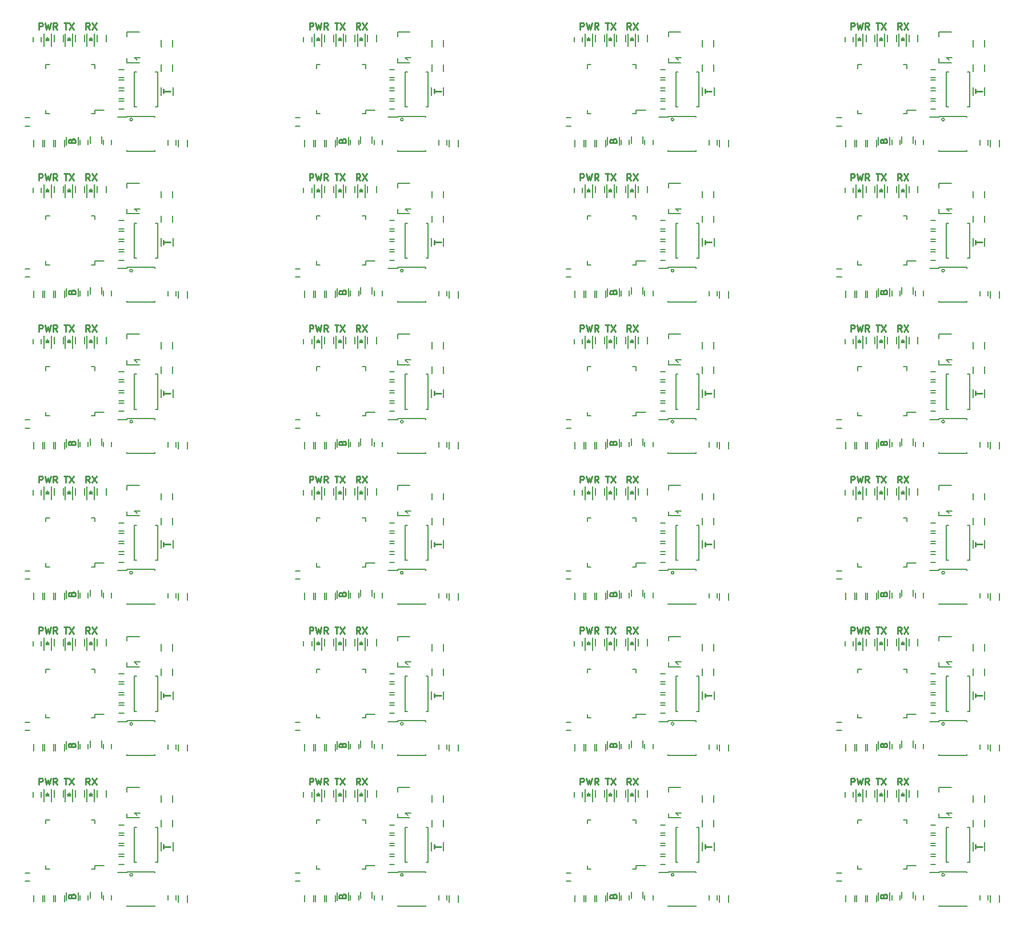
<source format=gto>
G04 #@! TF.FileFunction,Legend,Top*
%FSLAX46Y46*%
G04 Gerber Fmt 4.6, Leading zero omitted, Abs format (unit mm)*
G04 Created by KiCad (PCBNEW 4.0.2+dfsg1-stable) date Fr 29 Apr 2016 12:30:28 CEST*
%MOMM*%
G01*
G04 APERTURE LIST*
%ADD10C,0.100000*%
%ADD11C,0.250000*%
%ADD12C,0.150000*%
G04 APERTURE END LIST*
D10*
D11*
X100283334Y-121152381D02*
X99950000Y-120676190D01*
X99711905Y-121152381D02*
X99711905Y-120152381D01*
X100092858Y-120152381D01*
X100188096Y-120200000D01*
X100235715Y-120247619D01*
X100283334Y-120342857D01*
X100283334Y-120485714D01*
X100235715Y-120580952D01*
X100188096Y-120628571D01*
X100092858Y-120676190D01*
X99711905Y-120676190D01*
X100616667Y-120152381D02*
X101283334Y-121152381D01*
X101283334Y-120152381D02*
X100616667Y-121152381D01*
X111252381Y-108185714D02*
X111252381Y-107614285D01*
X112252381Y-107900000D02*
X111252381Y-107900000D01*
X96488095Y-97752381D02*
X97059524Y-97752381D01*
X96773809Y-98752381D02*
X96773809Y-97752381D01*
X97297619Y-97752381D02*
X97964286Y-98752381D01*
X97964286Y-97752381D02*
X97297619Y-98752381D01*
X100283334Y-98752381D02*
X99950000Y-98276190D01*
X99711905Y-98752381D02*
X99711905Y-97752381D01*
X100092858Y-97752381D01*
X100188096Y-97800000D01*
X100235715Y-97847619D01*
X100283334Y-97942857D01*
X100283334Y-98085714D01*
X100235715Y-98180952D01*
X100188096Y-98228571D01*
X100092858Y-98276190D01*
X99711905Y-98276190D01*
X100616667Y-97752381D02*
X101283334Y-98752381D01*
X101283334Y-97752381D02*
X100616667Y-98752381D01*
X92766667Y-98752381D02*
X92766667Y-97752381D01*
X93147620Y-97752381D01*
X93242858Y-97800000D01*
X93290477Y-97847619D01*
X93338096Y-97942857D01*
X93338096Y-98085714D01*
X93290477Y-98180952D01*
X93242858Y-98228571D01*
X93147620Y-98276190D01*
X92766667Y-98276190D01*
X93671429Y-97752381D02*
X93909524Y-98752381D01*
X94100001Y-98038095D01*
X94290477Y-98752381D01*
X94528572Y-97752381D01*
X95480953Y-98752381D02*
X95147619Y-98276190D01*
X94909524Y-98752381D02*
X94909524Y-97752381D01*
X95290477Y-97752381D01*
X95385715Y-97800000D01*
X95433334Y-97847619D01*
X95480953Y-97942857D01*
X95480953Y-98085714D01*
X95433334Y-98180952D01*
X95385715Y-98228571D01*
X95290477Y-98276190D01*
X94909524Y-98276190D01*
X97628571Y-115228571D02*
X97676190Y-115085714D01*
X97723810Y-115038095D01*
X97819048Y-114990476D01*
X97961905Y-114990476D01*
X98057143Y-115038095D01*
X98104762Y-115085714D01*
X98152381Y-115180952D01*
X98152381Y-115561905D01*
X97152381Y-115561905D01*
X97152381Y-115228571D01*
X97200000Y-115133333D01*
X97247619Y-115085714D01*
X97342857Y-115038095D01*
X97438095Y-115038095D01*
X97533333Y-115085714D01*
X97580952Y-115133333D01*
X97628571Y-115228571D01*
X97628571Y-115561905D01*
X96488095Y-120152381D02*
X97059524Y-120152381D01*
X96773809Y-121152381D02*
X96773809Y-120152381D01*
X97297619Y-120152381D02*
X97964286Y-121152381D01*
X97964286Y-120152381D02*
X97297619Y-121152381D01*
X92766667Y-121152381D02*
X92766667Y-120152381D01*
X93147620Y-120152381D01*
X93242858Y-120200000D01*
X93290477Y-120247619D01*
X93338096Y-120342857D01*
X93338096Y-120485714D01*
X93290477Y-120580952D01*
X93242858Y-120628571D01*
X93147620Y-120676190D01*
X92766667Y-120676190D01*
X93671429Y-120152381D02*
X93909524Y-121152381D01*
X94100001Y-120438095D01*
X94290477Y-121152381D01*
X94528572Y-120152381D01*
X95480953Y-121152381D02*
X95147619Y-120676190D01*
X94909524Y-121152381D02*
X94909524Y-120152381D01*
X95290477Y-120152381D01*
X95385715Y-120200000D01*
X95433334Y-120247619D01*
X95480953Y-120342857D01*
X95480953Y-120485714D01*
X95433334Y-120580952D01*
X95385715Y-120628571D01*
X95290477Y-120676190D01*
X94909524Y-120676190D01*
D12*
X106650000Y-112100000D02*
G75*
G03X106650000Y-112100000I-200000J0D01*
G01*
D11*
X92766667Y-143552381D02*
X92766667Y-142552381D01*
X93147620Y-142552381D01*
X93242858Y-142600000D01*
X93290477Y-142647619D01*
X93338096Y-142742857D01*
X93338096Y-142885714D01*
X93290477Y-142980952D01*
X93242858Y-143028571D01*
X93147620Y-143076190D01*
X92766667Y-143076190D01*
X93671429Y-142552381D02*
X93909524Y-143552381D01*
X94100001Y-142838095D01*
X94290477Y-143552381D01*
X94528572Y-142552381D01*
X95480953Y-143552381D02*
X95147619Y-143076190D01*
X94909524Y-143552381D02*
X94909524Y-142552381D01*
X95290477Y-142552381D01*
X95385715Y-142600000D01*
X95433334Y-142647619D01*
X95480953Y-142742857D01*
X95480953Y-142885714D01*
X95433334Y-142980952D01*
X95385715Y-143028571D01*
X95290477Y-143076190D01*
X94909524Y-143076190D01*
X97628571Y-137628571D02*
X97676190Y-137485714D01*
X97723810Y-137438095D01*
X97819048Y-137390476D01*
X97961905Y-137390476D01*
X98057143Y-137438095D01*
X98104762Y-137485714D01*
X98152381Y-137580952D01*
X98152381Y-137961905D01*
X97152381Y-137961905D01*
X97152381Y-137628571D01*
X97200000Y-137533333D01*
X97247619Y-137485714D01*
X97342857Y-137438095D01*
X97438095Y-137438095D01*
X97533333Y-137485714D01*
X97580952Y-137533333D01*
X97628571Y-137628571D01*
X97628571Y-137961905D01*
X96488095Y-142552381D02*
X97059524Y-142552381D01*
X96773809Y-143552381D02*
X96773809Y-142552381D01*
X97297619Y-142552381D02*
X97964286Y-143552381D01*
X97964286Y-142552381D02*
X97297619Y-143552381D01*
X111252381Y-130585714D02*
X111252381Y-130014285D01*
X112252381Y-130300000D02*
X111252381Y-130300000D01*
D12*
X106650000Y-156900000D02*
G75*
G03X106650000Y-156900000I-200000J0D01*
G01*
D11*
X111252381Y-152985714D02*
X111252381Y-152414285D01*
X112252381Y-152700000D02*
X111252381Y-152700000D01*
X100283334Y-143552381D02*
X99950000Y-143076190D01*
X99711905Y-143552381D02*
X99711905Y-142552381D01*
X100092858Y-142552381D01*
X100188096Y-142600000D01*
X100235715Y-142647619D01*
X100283334Y-142742857D01*
X100283334Y-142885714D01*
X100235715Y-142980952D01*
X100188096Y-143028571D01*
X100092858Y-143076190D01*
X99711905Y-143076190D01*
X100616667Y-142552381D02*
X101283334Y-143552381D01*
X101283334Y-142552381D02*
X100616667Y-143552381D01*
D12*
X106650000Y-134500000D02*
G75*
G03X106650000Y-134500000I-200000J0D01*
G01*
D11*
X97628571Y-160028571D02*
X97676190Y-159885714D01*
X97723810Y-159838095D01*
X97819048Y-159790476D01*
X97961905Y-159790476D01*
X98057143Y-159838095D01*
X98104762Y-159885714D01*
X98152381Y-159980952D01*
X98152381Y-160361905D01*
X97152381Y-160361905D01*
X97152381Y-160028571D01*
X97200000Y-159933333D01*
X97247619Y-159885714D01*
X97342857Y-159838095D01*
X97438095Y-159838095D01*
X97533333Y-159885714D01*
X97580952Y-159933333D01*
X97628571Y-160028571D01*
X97628571Y-160361905D01*
X151352381Y-108185714D02*
X151352381Y-107614285D01*
X152352381Y-107900000D02*
X151352381Y-107900000D01*
X140383334Y-98752381D02*
X140050000Y-98276190D01*
X139811905Y-98752381D02*
X139811905Y-97752381D01*
X140192858Y-97752381D01*
X140288096Y-97800000D01*
X140335715Y-97847619D01*
X140383334Y-97942857D01*
X140383334Y-98085714D01*
X140335715Y-98180952D01*
X140288096Y-98228571D01*
X140192858Y-98276190D01*
X139811905Y-98276190D01*
X140716667Y-97752381D02*
X141383334Y-98752381D01*
X141383334Y-97752381D02*
X140716667Y-98752381D01*
X132866667Y-98752381D02*
X132866667Y-97752381D01*
X133247620Y-97752381D01*
X133342858Y-97800000D01*
X133390477Y-97847619D01*
X133438096Y-97942857D01*
X133438096Y-98085714D01*
X133390477Y-98180952D01*
X133342858Y-98228571D01*
X133247620Y-98276190D01*
X132866667Y-98276190D01*
X133771429Y-97752381D02*
X134009524Y-98752381D01*
X134200001Y-98038095D01*
X134390477Y-98752381D01*
X134628572Y-97752381D01*
X135580953Y-98752381D02*
X135247619Y-98276190D01*
X135009524Y-98752381D02*
X135009524Y-97752381D01*
X135390477Y-97752381D01*
X135485715Y-97800000D01*
X135533334Y-97847619D01*
X135580953Y-97942857D01*
X135580953Y-98085714D01*
X135533334Y-98180952D01*
X135485715Y-98228571D01*
X135390477Y-98276190D01*
X135009524Y-98276190D01*
X136588095Y-97752381D02*
X137159524Y-97752381D01*
X136873809Y-98752381D02*
X136873809Y-97752381D01*
X137397619Y-97752381D02*
X138064286Y-98752381D01*
X138064286Y-97752381D02*
X137397619Y-98752381D01*
X137728571Y-115228571D02*
X137776190Y-115085714D01*
X137823810Y-115038095D01*
X137919048Y-114990476D01*
X138061905Y-114990476D01*
X138157143Y-115038095D01*
X138204762Y-115085714D01*
X138252381Y-115180952D01*
X138252381Y-115561905D01*
X137252381Y-115561905D01*
X137252381Y-115228571D01*
X137300000Y-115133333D01*
X137347619Y-115085714D01*
X137442857Y-115038095D01*
X137538095Y-115038095D01*
X137633333Y-115085714D01*
X137680952Y-115133333D01*
X137728571Y-115228571D01*
X137728571Y-115561905D01*
D12*
X146750000Y-112100000D02*
G75*
G03X146750000Y-112100000I-200000J0D01*
G01*
X66550000Y-156900000D02*
G75*
G03X66550000Y-156900000I-200000J0D01*
G01*
D11*
X71152381Y-152985714D02*
X71152381Y-152414285D01*
X72152381Y-152700000D02*
X71152381Y-152700000D01*
X60183334Y-143552381D02*
X59850000Y-143076190D01*
X59611905Y-143552381D02*
X59611905Y-142552381D01*
X59992858Y-142552381D01*
X60088096Y-142600000D01*
X60135715Y-142647619D01*
X60183334Y-142742857D01*
X60183334Y-142885714D01*
X60135715Y-142980952D01*
X60088096Y-143028571D01*
X59992858Y-143076190D01*
X59611905Y-143076190D01*
X60516667Y-142552381D02*
X61183334Y-143552381D01*
X61183334Y-142552381D02*
X60516667Y-143552381D01*
X52666667Y-143552381D02*
X52666667Y-142552381D01*
X53047620Y-142552381D01*
X53142858Y-142600000D01*
X53190477Y-142647619D01*
X53238096Y-142742857D01*
X53238096Y-142885714D01*
X53190477Y-142980952D01*
X53142858Y-143028571D01*
X53047620Y-143076190D01*
X52666667Y-143076190D01*
X53571429Y-142552381D02*
X53809524Y-143552381D01*
X54000001Y-142838095D01*
X54190477Y-143552381D01*
X54428572Y-142552381D01*
X55380953Y-143552381D02*
X55047619Y-143076190D01*
X54809524Y-143552381D02*
X54809524Y-142552381D01*
X55190477Y-142552381D01*
X55285715Y-142600000D01*
X55333334Y-142647619D01*
X55380953Y-142742857D01*
X55380953Y-142885714D01*
X55333334Y-142980952D01*
X55285715Y-143028571D01*
X55190477Y-143076190D01*
X54809524Y-143076190D01*
X56388095Y-142552381D02*
X56959524Y-142552381D01*
X56673809Y-143552381D02*
X56673809Y-142552381D01*
X57197619Y-142552381D02*
X57864286Y-143552381D01*
X57864286Y-142552381D02*
X57197619Y-143552381D01*
X57528571Y-137628571D02*
X57576190Y-137485714D01*
X57623810Y-137438095D01*
X57719048Y-137390476D01*
X57861905Y-137390476D01*
X57957143Y-137438095D01*
X58004762Y-137485714D01*
X58052381Y-137580952D01*
X58052381Y-137961905D01*
X57052381Y-137961905D01*
X57052381Y-137628571D01*
X57100000Y-137533333D01*
X57147619Y-137485714D01*
X57242857Y-137438095D01*
X57338095Y-137438095D01*
X57433333Y-137485714D01*
X57480952Y-137533333D01*
X57528571Y-137628571D01*
X57528571Y-137961905D01*
D12*
X66550000Y-134500000D02*
G75*
G03X66550000Y-134500000I-200000J0D01*
G01*
D11*
X71152381Y-130585714D02*
X71152381Y-130014285D01*
X72152381Y-130300000D02*
X71152381Y-130300000D01*
X60183334Y-121152381D02*
X59850000Y-120676190D01*
X59611905Y-121152381D02*
X59611905Y-120152381D01*
X59992858Y-120152381D01*
X60088096Y-120200000D01*
X60135715Y-120247619D01*
X60183334Y-120342857D01*
X60183334Y-120485714D01*
X60135715Y-120580952D01*
X60088096Y-120628571D01*
X59992858Y-120676190D01*
X59611905Y-120676190D01*
X60516667Y-120152381D02*
X61183334Y-121152381D01*
X61183334Y-120152381D02*
X60516667Y-121152381D01*
X56388095Y-120152381D02*
X56959524Y-120152381D01*
X56673809Y-121152381D02*
X56673809Y-120152381D01*
X57197619Y-120152381D02*
X57864286Y-121152381D01*
X57864286Y-120152381D02*
X57197619Y-121152381D01*
X52666667Y-121152381D02*
X52666667Y-120152381D01*
X53047620Y-120152381D01*
X53142858Y-120200000D01*
X53190477Y-120247619D01*
X53238096Y-120342857D01*
X53238096Y-120485714D01*
X53190477Y-120580952D01*
X53142858Y-120628571D01*
X53047620Y-120676190D01*
X52666667Y-120676190D01*
X53571429Y-120152381D02*
X53809524Y-121152381D01*
X54000001Y-120438095D01*
X54190477Y-121152381D01*
X54428572Y-120152381D01*
X55380953Y-121152381D02*
X55047619Y-120676190D01*
X54809524Y-121152381D02*
X54809524Y-120152381D01*
X55190477Y-120152381D01*
X55285715Y-120200000D01*
X55333334Y-120247619D01*
X55380953Y-120342857D01*
X55380953Y-120485714D01*
X55333334Y-120580952D01*
X55285715Y-120628571D01*
X55190477Y-120676190D01*
X54809524Y-120676190D01*
X57528571Y-160028571D02*
X57576190Y-159885714D01*
X57623810Y-159838095D01*
X57719048Y-159790476D01*
X57861905Y-159790476D01*
X57957143Y-159838095D01*
X58004762Y-159885714D01*
X58052381Y-159980952D01*
X58052381Y-160361905D01*
X57052381Y-160361905D01*
X57052381Y-160028571D01*
X57100000Y-159933333D01*
X57147619Y-159885714D01*
X57242857Y-159838095D01*
X57338095Y-159838095D01*
X57433333Y-159885714D01*
X57480952Y-159933333D01*
X57528571Y-160028571D01*
X57528571Y-160361905D01*
X177828571Y-160028571D02*
X177876190Y-159885714D01*
X177923810Y-159838095D01*
X178019048Y-159790476D01*
X178161905Y-159790476D01*
X178257143Y-159838095D01*
X178304762Y-159885714D01*
X178352381Y-159980952D01*
X178352381Y-160361905D01*
X177352381Y-160361905D01*
X177352381Y-160028571D01*
X177400000Y-159933333D01*
X177447619Y-159885714D01*
X177542857Y-159838095D01*
X177638095Y-159838095D01*
X177733333Y-159885714D01*
X177780952Y-159933333D01*
X177828571Y-160028571D01*
X177828571Y-160361905D01*
X180483334Y-143552381D02*
X180150000Y-143076190D01*
X179911905Y-143552381D02*
X179911905Y-142552381D01*
X180292858Y-142552381D01*
X180388096Y-142600000D01*
X180435715Y-142647619D01*
X180483334Y-142742857D01*
X180483334Y-142885714D01*
X180435715Y-142980952D01*
X180388096Y-143028571D01*
X180292858Y-143076190D01*
X179911905Y-143076190D01*
X180816667Y-142552381D02*
X181483334Y-143552381D01*
X181483334Y-142552381D02*
X180816667Y-143552381D01*
X191452381Y-152985714D02*
X191452381Y-152414285D01*
X192452381Y-152700000D02*
X191452381Y-152700000D01*
D12*
X186850000Y-156900000D02*
G75*
G03X186850000Y-156900000I-200000J0D01*
G01*
X186850000Y-134500000D02*
G75*
G03X186850000Y-134500000I-200000J0D01*
G01*
D11*
X191452381Y-130585714D02*
X191452381Y-130014285D01*
X192452381Y-130300000D02*
X191452381Y-130300000D01*
X172966667Y-143552381D02*
X172966667Y-142552381D01*
X173347620Y-142552381D01*
X173442858Y-142600000D01*
X173490477Y-142647619D01*
X173538096Y-142742857D01*
X173538096Y-142885714D01*
X173490477Y-142980952D01*
X173442858Y-143028571D01*
X173347620Y-143076190D01*
X172966667Y-143076190D01*
X173871429Y-142552381D02*
X174109524Y-143552381D01*
X174300001Y-142838095D01*
X174490477Y-143552381D01*
X174728572Y-142552381D01*
X175680953Y-143552381D02*
X175347619Y-143076190D01*
X175109524Y-143552381D02*
X175109524Y-142552381D01*
X175490477Y-142552381D01*
X175585715Y-142600000D01*
X175633334Y-142647619D01*
X175680953Y-142742857D01*
X175680953Y-142885714D01*
X175633334Y-142980952D01*
X175585715Y-143028571D01*
X175490477Y-143076190D01*
X175109524Y-143076190D01*
X176688095Y-142552381D02*
X177259524Y-142552381D01*
X176973809Y-143552381D02*
X176973809Y-142552381D01*
X177497619Y-142552381D02*
X178164286Y-143552381D01*
X178164286Y-142552381D02*
X177497619Y-143552381D01*
X177828571Y-137628571D02*
X177876190Y-137485714D01*
X177923810Y-137438095D01*
X178019048Y-137390476D01*
X178161905Y-137390476D01*
X178257143Y-137438095D01*
X178304762Y-137485714D01*
X178352381Y-137580952D01*
X178352381Y-137961905D01*
X177352381Y-137961905D01*
X177352381Y-137628571D01*
X177400000Y-137533333D01*
X177447619Y-137485714D01*
X177542857Y-137438095D01*
X177638095Y-137438095D01*
X177733333Y-137485714D01*
X177780952Y-137533333D01*
X177828571Y-137628571D01*
X177828571Y-137961905D01*
D12*
X186850000Y-112100000D02*
G75*
G03X186850000Y-112100000I-200000J0D01*
G01*
D11*
X191452381Y-108185714D02*
X191452381Y-107614285D01*
X192452381Y-107900000D02*
X191452381Y-107900000D01*
X172966667Y-98752381D02*
X172966667Y-97752381D01*
X173347620Y-97752381D01*
X173442858Y-97800000D01*
X173490477Y-97847619D01*
X173538096Y-97942857D01*
X173538096Y-98085714D01*
X173490477Y-98180952D01*
X173442858Y-98228571D01*
X173347620Y-98276190D01*
X172966667Y-98276190D01*
X173871429Y-97752381D02*
X174109524Y-98752381D01*
X174300001Y-98038095D01*
X174490477Y-98752381D01*
X174728572Y-97752381D01*
X175680953Y-98752381D02*
X175347619Y-98276190D01*
X175109524Y-98752381D02*
X175109524Y-97752381D01*
X175490477Y-97752381D01*
X175585715Y-97800000D01*
X175633334Y-97847619D01*
X175680953Y-97942857D01*
X175680953Y-98085714D01*
X175633334Y-98180952D01*
X175585715Y-98228571D01*
X175490477Y-98276190D01*
X175109524Y-98276190D01*
X180483334Y-98752381D02*
X180150000Y-98276190D01*
X179911905Y-98752381D02*
X179911905Y-97752381D01*
X180292858Y-97752381D01*
X180388096Y-97800000D01*
X180435715Y-97847619D01*
X180483334Y-97942857D01*
X180483334Y-98085714D01*
X180435715Y-98180952D01*
X180388096Y-98228571D01*
X180292858Y-98276190D01*
X179911905Y-98276190D01*
X180816667Y-97752381D02*
X181483334Y-98752381D01*
X181483334Y-97752381D02*
X180816667Y-98752381D01*
X176688095Y-97752381D02*
X177259524Y-97752381D01*
X176973809Y-98752381D02*
X176973809Y-97752381D01*
X177497619Y-97752381D02*
X178164286Y-98752381D01*
X178164286Y-97752381D02*
X177497619Y-98752381D01*
X177828571Y-115228571D02*
X177876190Y-115085714D01*
X177923810Y-115038095D01*
X178019048Y-114990476D01*
X178161905Y-114990476D01*
X178257143Y-115038095D01*
X178304762Y-115085714D01*
X178352381Y-115180952D01*
X178352381Y-115561905D01*
X177352381Y-115561905D01*
X177352381Y-115228571D01*
X177400000Y-115133333D01*
X177447619Y-115085714D01*
X177542857Y-115038095D01*
X177638095Y-115038095D01*
X177733333Y-115085714D01*
X177780952Y-115133333D01*
X177828571Y-115228571D01*
X177828571Y-115561905D01*
X180483334Y-121152381D02*
X180150000Y-120676190D01*
X179911905Y-121152381D02*
X179911905Y-120152381D01*
X180292858Y-120152381D01*
X180388096Y-120200000D01*
X180435715Y-120247619D01*
X180483334Y-120342857D01*
X180483334Y-120485714D01*
X180435715Y-120580952D01*
X180388096Y-120628571D01*
X180292858Y-120676190D01*
X179911905Y-120676190D01*
X180816667Y-120152381D02*
X181483334Y-121152381D01*
X181483334Y-120152381D02*
X180816667Y-121152381D01*
X176688095Y-120152381D02*
X177259524Y-120152381D01*
X176973809Y-121152381D02*
X176973809Y-120152381D01*
X177497619Y-120152381D02*
X178164286Y-121152381D01*
X178164286Y-120152381D02*
X177497619Y-121152381D01*
X172966667Y-121152381D02*
X172966667Y-120152381D01*
X173347620Y-120152381D01*
X173442858Y-120200000D01*
X173490477Y-120247619D01*
X173538096Y-120342857D01*
X173538096Y-120485714D01*
X173490477Y-120580952D01*
X173442858Y-120628571D01*
X173347620Y-120676190D01*
X172966667Y-120676190D01*
X173871429Y-120152381D02*
X174109524Y-121152381D01*
X174300001Y-120438095D01*
X174490477Y-121152381D01*
X174728572Y-120152381D01*
X175680953Y-121152381D02*
X175347619Y-120676190D01*
X175109524Y-121152381D02*
X175109524Y-120152381D01*
X175490477Y-120152381D01*
X175585715Y-120200000D01*
X175633334Y-120247619D01*
X175680953Y-120342857D01*
X175680953Y-120485714D01*
X175633334Y-120580952D01*
X175585715Y-120628571D01*
X175490477Y-120676190D01*
X175109524Y-120676190D01*
X52666667Y-98752381D02*
X52666667Y-97752381D01*
X53047620Y-97752381D01*
X53142858Y-97800000D01*
X53190477Y-97847619D01*
X53238096Y-97942857D01*
X53238096Y-98085714D01*
X53190477Y-98180952D01*
X53142858Y-98228571D01*
X53047620Y-98276190D01*
X52666667Y-98276190D01*
X53571429Y-97752381D02*
X53809524Y-98752381D01*
X54000001Y-98038095D01*
X54190477Y-98752381D01*
X54428572Y-97752381D01*
X55380953Y-98752381D02*
X55047619Y-98276190D01*
X54809524Y-98752381D02*
X54809524Y-97752381D01*
X55190477Y-97752381D01*
X55285715Y-97800000D01*
X55333334Y-97847619D01*
X55380953Y-97942857D01*
X55380953Y-98085714D01*
X55333334Y-98180952D01*
X55285715Y-98228571D01*
X55190477Y-98276190D01*
X54809524Y-98276190D01*
X56388095Y-97752381D02*
X56959524Y-97752381D01*
X56673809Y-98752381D02*
X56673809Y-97752381D01*
X57197619Y-97752381D02*
X57864286Y-98752381D01*
X57864286Y-97752381D02*
X57197619Y-98752381D01*
X57528571Y-115228571D02*
X57576190Y-115085714D01*
X57623810Y-115038095D01*
X57719048Y-114990476D01*
X57861905Y-114990476D01*
X57957143Y-115038095D01*
X58004762Y-115085714D01*
X58052381Y-115180952D01*
X58052381Y-115561905D01*
X57052381Y-115561905D01*
X57052381Y-115228571D01*
X57100000Y-115133333D01*
X57147619Y-115085714D01*
X57242857Y-115038095D01*
X57338095Y-115038095D01*
X57433333Y-115085714D01*
X57480952Y-115133333D01*
X57528571Y-115228571D01*
X57528571Y-115561905D01*
X71152381Y-108185714D02*
X71152381Y-107614285D01*
X72152381Y-107900000D02*
X71152381Y-107900000D01*
D12*
X66550000Y-112100000D02*
G75*
G03X66550000Y-112100000I-200000J0D01*
G01*
D11*
X60183334Y-98752381D02*
X59850000Y-98276190D01*
X59611905Y-98752381D02*
X59611905Y-97752381D01*
X59992858Y-97752381D01*
X60088096Y-97800000D01*
X60135715Y-97847619D01*
X60183334Y-97942857D01*
X60183334Y-98085714D01*
X60135715Y-98180952D01*
X60088096Y-98228571D01*
X59992858Y-98276190D01*
X59611905Y-98276190D01*
X60516667Y-97752381D02*
X61183334Y-98752381D01*
X61183334Y-97752381D02*
X60516667Y-98752381D01*
X136588095Y-142552381D02*
X137159524Y-142552381D01*
X136873809Y-143552381D02*
X136873809Y-142552381D01*
X137397619Y-142552381D02*
X138064286Y-143552381D01*
X138064286Y-142552381D02*
X137397619Y-143552381D01*
X132866667Y-143552381D02*
X132866667Y-142552381D01*
X133247620Y-142552381D01*
X133342858Y-142600000D01*
X133390477Y-142647619D01*
X133438096Y-142742857D01*
X133438096Y-142885714D01*
X133390477Y-142980952D01*
X133342858Y-143028571D01*
X133247620Y-143076190D01*
X132866667Y-143076190D01*
X133771429Y-142552381D02*
X134009524Y-143552381D01*
X134200001Y-142838095D01*
X134390477Y-143552381D01*
X134628572Y-142552381D01*
X135580953Y-143552381D02*
X135247619Y-143076190D01*
X135009524Y-143552381D02*
X135009524Y-142552381D01*
X135390477Y-142552381D01*
X135485715Y-142600000D01*
X135533334Y-142647619D01*
X135580953Y-142742857D01*
X135580953Y-142885714D01*
X135533334Y-142980952D01*
X135485715Y-143028571D01*
X135390477Y-143076190D01*
X135009524Y-143076190D01*
X140383334Y-143552381D02*
X140050000Y-143076190D01*
X139811905Y-143552381D02*
X139811905Y-142552381D01*
X140192858Y-142552381D01*
X140288096Y-142600000D01*
X140335715Y-142647619D01*
X140383334Y-142742857D01*
X140383334Y-142885714D01*
X140335715Y-142980952D01*
X140288096Y-143028571D01*
X140192858Y-143076190D01*
X139811905Y-143076190D01*
X140716667Y-142552381D02*
X141383334Y-143552381D01*
X141383334Y-142552381D02*
X140716667Y-143552381D01*
X136588095Y-120152381D02*
X137159524Y-120152381D01*
X136873809Y-121152381D02*
X136873809Y-120152381D01*
X137397619Y-120152381D02*
X138064286Y-121152381D01*
X138064286Y-120152381D02*
X137397619Y-121152381D01*
X132866667Y-121152381D02*
X132866667Y-120152381D01*
X133247620Y-120152381D01*
X133342858Y-120200000D01*
X133390477Y-120247619D01*
X133438096Y-120342857D01*
X133438096Y-120485714D01*
X133390477Y-120580952D01*
X133342858Y-120628571D01*
X133247620Y-120676190D01*
X132866667Y-120676190D01*
X133771429Y-120152381D02*
X134009524Y-121152381D01*
X134200001Y-120438095D01*
X134390477Y-121152381D01*
X134628572Y-120152381D01*
X135580953Y-121152381D02*
X135247619Y-120676190D01*
X135009524Y-121152381D02*
X135009524Y-120152381D01*
X135390477Y-120152381D01*
X135485715Y-120200000D01*
X135533334Y-120247619D01*
X135580953Y-120342857D01*
X135580953Y-120485714D01*
X135533334Y-120580952D01*
X135485715Y-120628571D01*
X135390477Y-120676190D01*
X135009524Y-120676190D01*
D12*
X146750000Y-134500000D02*
G75*
G03X146750000Y-134500000I-200000J0D01*
G01*
D11*
X151352381Y-130585714D02*
X151352381Y-130014285D01*
X152352381Y-130300000D02*
X151352381Y-130300000D01*
X137728571Y-160028571D02*
X137776190Y-159885714D01*
X137823810Y-159838095D01*
X137919048Y-159790476D01*
X138061905Y-159790476D01*
X138157143Y-159838095D01*
X138204762Y-159885714D01*
X138252381Y-159980952D01*
X138252381Y-160361905D01*
X137252381Y-160361905D01*
X137252381Y-160028571D01*
X137300000Y-159933333D01*
X137347619Y-159885714D01*
X137442857Y-159838095D01*
X137538095Y-159838095D01*
X137633333Y-159885714D01*
X137680952Y-159933333D01*
X137728571Y-160028571D01*
X137728571Y-160361905D01*
X140383334Y-121152381D02*
X140050000Y-120676190D01*
X139811905Y-121152381D02*
X139811905Y-120152381D01*
X140192858Y-120152381D01*
X140288096Y-120200000D01*
X140335715Y-120247619D01*
X140383334Y-120342857D01*
X140383334Y-120485714D01*
X140335715Y-120580952D01*
X140288096Y-120628571D01*
X140192858Y-120676190D01*
X139811905Y-120676190D01*
X140716667Y-120152381D02*
X141383334Y-121152381D01*
X141383334Y-120152381D02*
X140716667Y-121152381D01*
X137728571Y-137628571D02*
X137776190Y-137485714D01*
X137823810Y-137438095D01*
X137919048Y-137390476D01*
X138061905Y-137390476D01*
X138157143Y-137438095D01*
X138204762Y-137485714D01*
X138252381Y-137580952D01*
X138252381Y-137961905D01*
X137252381Y-137961905D01*
X137252381Y-137628571D01*
X137300000Y-137533333D01*
X137347619Y-137485714D01*
X137442857Y-137438095D01*
X137538095Y-137438095D01*
X137633333Y-137485714D01*
X137680952Y-137533333D01*
X137728571Y-137628571D01*
X137728571Y-137961905D01*
X151352381Y-152985714D02*
X151352381Y-152414285D01*
X152352381Y-152700000D02*
X151352381Y-152700000D01*
D12*
X146750000Y-156900000D02*
G75*
G03X146750000Y-156900000I-200000J0D01*
G01*
D11*
X100283334Y-76352381D02*
X99950000Y-75876190D01*
X99711905Y-76352381D02*
X99711905Y-75352381D01*
X100092858Y-75352381D01*
X100188096Y-75400000D01*
X100235715Y-75447619D01*
X100283334Y-75542857D01*
X100283334Y-75685714D01*
X100235715Y-75780952D01*
X100188096Y-75828571D01*
X100092858Y-75876190D01*
X99711905Y-75876190D01*
X100616667Y-75352381D02*
X101283334Y-76352381D01*
X101283334Y-75352381D02*
X100616667Y-76352381D01*
D12*
X106650000Y-89700000D02*
G75*
G03X106650000Y-89700000I-200000J0D01*
G01*
D11*
X111252381Y-85785714D02*
X111252381Y-85214285D01*
X112252381Y-85500000D02*
X111252381Y-85500000D01*
X57528571Y-92828571D02*
X57576190Y-92685714D01*
X57623810Y-92638095D01*
X57719048Y-92590476D01*
X57861905Y-92590476D01*
X57957143Y-92638095D01*
X58004762Y-92685714D01*
X58052381Y-92780952D01*
X58052381Y-93161905D01*
X57052381Y-93161905D01*
X57052381Y-92828571D01*
X57100000Y-92733333D01*
X57147619Y-92685714D01*
X57242857Y-92638095D01*
X57338095Y-92638095D01*
X57433333Y-92685714D01*
X57480952Y-92733333D01*
X57528571Y-92828571D01*
X57528571Y-93161905D01*
X71152381Y-85785714D02*
X71152381Y-85214285D01*
X72152381Y-85500000D02*
X71152381Y-85500000D01*
D12*
X66550000Y-89700000D02*
G75*
G03X66550000Y-89700000I-200000J0D01*
G01*
D11*
X60183334Y-76352381D02*
X59850000Y-75876190D01*
X59611905Y-76352381D02*
X59611905Y-75352381D01*
X59992858Y-75352381D01*
X60088096Y-75400000D01*
X60135715Y-75447619D01*
X60183334Y-75542857D01*
X60183334Y-75685714D01*
X60135715Y-75780952D01*
X60088096Y-75828571D01*
X59992858Y-75876190D01*
X59611905Y-75876190D01*
X60516667Y-75352381D02*
X61183334Y-76352381D01*
X61183334Y-75352381D02*
X60516667Y-76352381D01*
X52666667Y-76352381D02*
X52666667Y-75352381D01*
X53047620Y-75352381D01*
X53142858Y-75400000D01*
X53190477Y-75447619D01*
X53238096Y-75542857D01*
X53238096Y-75685714D01*
X53190477Y-75780952D01*
X53142858Y-75828571D01*
X53047620Y-75876190D01*
X52666667Y-75876190D01*
X53571429Y-75352381D02*
X53809524Y-76352381D01*
X54000001Y-75638095D01*
X54190477Y-76352381D01*
X54428572Y-75352381D01*
X55380953Y-76352381D02*
X55047619Y-75876190D01*
X54809524Y-76352381D02*
X54809524Y-75352381D01*
X55190477Y-75352381D01*
X55285715Y-75400000D01*
X55333334Y-75447619D01*
X55380953Y-75542857D01*
X55380953Y-75685714D01*
X55333334Y-75780952D01*
X55285715Y-75828571D01*
X55190477Y-75876190D01*
X54809524Y-75876190D01*
X56388095Y-75352381D02*
X56959524Y-75352381D01*
X56673809Y-76352381D02*
X56673809Y-75352381D01*
X57197619Y-75352381D02*
X57864286Y-76352381D01*
X57864286Y-75352381D02*
X57197619Y-76352381D01*
X97628571Y-92828571D02*
X97676190Y-92685714D01*
X97723810Y-92638095D01*
X97819048Y-92590476D01*
X97961905Y-92590476D01*
X98057143Y-92638095D01*
X98104762Y-92685714D01*
X98152381Y-92780952D01*
X98152381Y-93161905D01*
X97152381Y-93161905D01*
X97152381Y-92828571D01*
X97200000Y-92733333D01*
X97247619Y-92685714D01*
X97342857Y-92638095D01*
X97438095Y-92638095D01*
X97533333Y-92685714D01*
X97580952Y-92733333D01*
X97628571Y-92828571D01*
X97628571Y-93161905D01*
X96488095Y-75352381D02*
X97059524Y-75352381D01*
X96773809Y-76352381D02*
X96773809Y-75352381D01*
X97297619Y-75352381D02*
X97964286Y-76352381D01*
X97964286Y-75352381D02*
X97297619Y-76352381D01*
X92766667Y-76352381D02*
X92766667Y-75352381D01*
X93147620Y-75352381D01*
X93242858Y-75400000D01*
X93290477Y-75447619D01*
X93338096Y-75542857D01*
X93338096Y-75685714D01*
X93290477Y-75780952D01*
X93242858Y-75828571D01*
X93147620Y-75876190D01*
X92766667Y-75876190D01*
X93671429Y-75352381D02*
X93909524Y-76352381D01*
X94100001Y-75638095D01*
X94290477Y-76352381D01*
X94528572Y-75352381D01*
X95480953Y-76352381D02*
X95147619Y-75876190D01*
X94909524Y-76352381D02*
X94909524Y-75352381D01*
X95290477Y-75352381D01*
X95385715Y-75400000D01*
X95433334Y-75447619D01*
X95480953Y-75542857D01*
X95480953Y-75685714D01*
X95433334Y-75780952D01*
X95385715Y-75828571D01*
X95290477Y-75876190D01*
X94909524Y-75876190D01*
X191452381Y-85785714D02*
X191452381Y-85214285D01*
X192452381Y-85500000D02*
X191452381Y-85500000D01*
D12*
X186850000Y-89700000D02*
G75*
G03X186850000Y-89700000I-200000J0D01*
G01*
D11*
X177828571Y-92828571D02*
X177876190Y-92685714D01*
X177923810Y-92638095D01*
X178019048Y-92590476D01*
X178161905Y-92590476D01*
X178257143Y-92638095D01*
X178304762Y-92685714D01*
X178352381Y-92780952D01*
X178352381Y-93161905D01*
X177352381Y-93161905D01*
X177352381Y-92828571D01*
X177400000Y-92733333D01*
X177447619Y-92685714D01*
X177542857Y-92638095D01*
X177638095Y-92638095D01*
X177733333Y-92685714D01*
X177780952Y-92733333D01*
X177828571Y-92828571D01*
X177828571Y-93161905D01*
X132866667Y-76352381D02*
X132866667Y-75352381D01*
X133247620Y-75352381D01*
X133342858Y-75400000D01*
X133390477Y-75447619D01*
X133438096Y-75542857D01*
X133438096Y-75685714D01*
X133390477Y-75780952D01*
X133342858Y-75828571D01*
X133247620Y-75876190D01*
X132866667Y-75876190D01*
X133771429Y-75352381D02*
X134009524Y-76352381D01*
X134200001Y-75638095D01*
X134390477Y-76352381D01*
X134628572Y-75352381D01*
X135580953Y-76352381D02*
X135247619Y-75876190D01*
X135009524Y-76352381D02*
X135009524Y-75352381D01*
X135390477Y-75352381D01*
X135485715Y-75400000D01*
X135533334Y-75447619D01*
X135580953Y-75542857D01*
X135580953Y-75685714D01*
X135533334Y-75780952D01*
X135485715Y-75828571D01*
X135390477Y-75876190D01*
X135009524Y-75876190D01*
X140383334Y-76352381D02*
X140050000Y-75876190D01*
X139811905Y-76352381D02*
X139811905Y-75352381D01*
X140192858Y-75352381D01*
X140288096Y-75400000D01*
X140335715Y-75447619D01*
X140383334Y-75542857D01*
X140383334Y-75685714D01*
X140335715Y-75780952D01*
X140288096Y-75828571D01*
X140192858Y-75876190D01*
X139811905Y-75876190D01*
X140716667Y-75352381D02*
X141383334Y-76352381D01*
X141383334Y-75352381D02*
X140716667Y-76352381D01*
X136588095Y-75352381D02*
X137159524Y-75352381D01*
X136873809Y-76352381D02*
X136873809Y-75352381D01*
X137397619Y-75352381D02*
X138064286Y-76352381D01*
X138064286Y-75352381D02*
X137397619Y-76352381D01*
X176688095Y-75352381D02*
X177259524Y-75352381D01*
X176973809Y-76352381D02*
X176973809Y-75352381D01*
X177497619Y-75352381D02*
X178164286Y-76352381D01*
X178164286Y-75352381D02*
X177497619Y-76352381D01*
X180483334Y-76352381D02*
X180150000Y-75876190D01*
X179911905Y-76352381D02*
X179911905Y-75352381D01*
X180292858Y-75352381D01*
X180388096Y-75400000D01*
X180435715Y-75447619D01*
X180483334Y-75542857D01*
X180483334Y-75685714D01*
X180435715Y-75780952D01*
X180388096Y-75828571D01*
X180292858Y-75876190D01*
X179911905Y-75876190D01*
X180816667Y-75352381D02*
X181483334Y-76352381D01*
X181483334Y-75352381D02*
X180816667Y-76352381D01*
X172966667Y-76352381D02*
X172966667Y-75352381D01*
X173347620Y-75352381D01*
X173442858Y-75400000D01*
X173490477Y-75447619D01*
X173538096Y-75542857D01*
X173538096Y-75685714D01*
X173490477Y-75780952D01*
X173442858Y-75828571D01*
X173347620Y-75876190D01*
X172966667Y-75876190D01*
X173871429Y-75352381D02*
X174109524Y-76352381D01*
X174300001Y-75638095D01*
X174490477Y-76352381D01*
X174728572Y-75352381D01*
X175680953Y-76352381D02*
X175347619Y-75876190D01*
X175109524Y-76352381D02*
X175109524Y-75352381D01*
X175490477Y-75352381D01*
X175585715Y-75400000D01*
X175633334Y-75447619D01*
X175680953Y-75542857D01*
X175680953Y-75685714D01*
X175633334Y-75780952D01*
X175585715Y-75828571D01*
X175490477Y-75876190D01*
X175109524Y-75876190D01*
X151352381Y-85785714D02*
X151352381Y-85214285D01*
X152352381Y-85500000D02*
X151352381Y-85500000D01*
D12*
X146750000Y-89700000D02*
G75*
G03X146750000Y-89700000I-200000J0D01*
G01*
D11*
X137728571Y-92828571D02*
X137776190Y-92685714D01*
X137823810Y-92638095D01*
X137919048Y-92590476D01*
X138061905Y-92590476D01*
X138157143Y-92638095D01*
X138204762Y-92685714D01*
X138252381Y-92780952D01*
X138252381Y-93161905D01*
X137252381Y-93161905D01*
X137252381Y-92828571D01*
X137300000Y-92733333D01*
X137347619Y-92685714D01*
X137442857Y-92638095D01*
X137538095Y-92638095D01*
X137633333Y-92685714D01*
X137680952Y-92733333D01*
X137728571Y-92828571D01*
X137728571Y-93161905D01*
X100283334Y-53952381D02*
X99950000Y-53476190D01*
X99711905Y-53952381D02*
X99711905Y-52952381D01*
X100092858Y-52952381D01*
X100188096Y-53000000D01*
X100235715Y-53047619D01*
X100283334Y-53142857D01*
X100283334Y-53285714D01*
X100235715Y-53380952D01*
X100188096Y-53428571D01*
X100092858Y-53476190D01*
X99711905Y-53476190D01*
X100616667Y-52952381D02*
X101283334Y-53952381D01*
X101283334Y-52952381D02*
X100616667Y-53952381D01*
D12*
X106650000Y-67300000D02*
G75*
G03X106650000Y-67300000I-200000J0D01*
G01*
D11*
X111252381Y-63385714D02*
X111252381Y-62814285D01*
X112252381Y-63100000D02*
X111252381Y-63100000D01*
X57528571Y-70428571D02*
X57576190Y-70285714D01*
X57623810Y-70238095D01*
X57719048Y-70190476D01*
X57861905Y-70190476D01*
X57957143Y-70238095D01*
X58004762Y-70285714D01*
X58052381Y-70380952D01*
X58052381Y-70761905D01*
X57052381Y-70761905D01*
X57052381Y-70428571D01*
X57100000Y-70333333D01*
X57147619Y-70285714D01*
X57242857Y-70238095D01*
X57338095Y-70238095D01*
X57433333Y-70285714D01*
X57480952Y-70333333D01*
X57528571Y-70428571D01*
X57528571Y-70761905D01*
X71152381Y-63385714D02*
X71152381Y-62814285D01*
X72152381Y-63100000D02*
X71152381Y-63100000D01*
D12*
X66550000Y-67300000D02*
G75*
G03X66550000Y-67300000I-200000J0D01*
G01*
D11*
X60183334Y-53952381D02*
X59850000Y-53476190D01*
X59611905Y-53952381D02*
X59611905Y-52952381D01*
X59992858Y-52952381D01*
X60088096Y-53000000D01*
X60135715Y-53047619D01*
X60183334Y-53142857D01*
X60183334Y-53285714D01*
X60135715Y-53380952D01*
X60088096Y-53428571D01*
X59992858Y-53476190D01*
X59611905Y-53476190D01*
X60516667Y-52952381D02*
X61183334Y-53952381D01*
X61183334Y-52952381D02*
X60516667Y-53952381D01*
X52666667Y-53952381D02*
X52666667Y-52952381D01*
X53047620Y-52952381D01*
X53142858Y-53000000D01*
X53190477Y-53047619D01*
X53238096Y-53142857D01*
X53238096Y-53285714D01*
X53190477Y-53380952D01*
X53142858Y-53428571D01*
X53047620Y-53476190D01*
X52666667Y-53476190D01*
X53571429Y-52952381D02*
X53809524Y-53952381D01*
X54000001Y-53238095D01*
X54190477Y-53952381D01*
X54428572Y-52952381D01*
X55380953Y-53952381D02*
X55047619Y-53476190D01*
X54809524Y-53952381D02*
X54809524Y-52952381D01*
X55190477Y-52952381D01*
X55285715Y-53000000D01*
X55333334Y-53047619D01*
X55380953Y-53142857D01*
X55380953Y-53285714D01*
X55333334Y-53380952D01*
X55285715Y-53428571D01*
X55190477Y-53476190D01*
X54809524Y-53476190D01*
X56388095Y-52952381D02*
X56959524Y-52952381D01*
X56673809Y-53952381D02*
X56673809Y-52952381D01*
X57197619Y-52952381D02*
X57864286Y-53952381D01*
X57864286Y-52952381D02*
X57197619Y-53952381D01*
X97628571Y-70428571D02*
X97676190Y-70285714D01*
X97723810Y-70238095D01*
X97819048Y-70190476D01*
X97961905Y-70190476D01*
X98057143Y-70238095D01*
X98104762Y-70285714D01*
X98152381Y-70380952D01*
X98152381Y-70761905D01*
X97152381Y-70761905D01*
X97152381Y-70428571D01*
X97200000Y-70333333D01*
X97247619Y-70285714D01*
X97342857Y-70238095D01*
X97438095Y-70238095D01*
X97533333Y-70285714D01*
X97580952Y-70333333D01*
X97628571Y-70428571D01*
X97628571Y-70761905D01*
X96488095Y-52952381D02*
X97059524Y-52952381D01*
X96773809Y-53952381D02*
X96773809Y-52952381D01*
X97297619Y-52952381D02*
X97964286Y-53952381D01*
X97964286Y-52952381D02*
X97297619Y-53952381D01*
X92766667Y-53952381D02*
X92766667Y-52952381D01*
X93147620Y-52952381D01*
X93242858Y-53000000D01*
X93290477Y-53047619D01*
X93338096Y-53142857D01*
X93338096Y-53285714D01*
X93290477Y-53380952D01*
X93242858Y-53428571D01*
X93147620Y-53476190D01*
X92766667Y-53476190D01*
X93671429Y-52952381D02*
X93909524Y-53952381D01*
X94100001Y-53238095D01*
X94290477Y-53952381D01*
X94528572Y-52952381D01*
X95480953Y-53952381D02*
X95147619Y-53476190D01*
X94909524Y-53952381D02*
X94909524Y-52952381D01*
X95290477Y-52952381D01*
X95385715Y-53000000D01*
X95433334Y-53047619D01*
X95480953Y-53142857D01*
X95480953Y-53285714D01*
X95433334Y-53380952D01*
X95385715Y-53428571D01*
X95290477Y-53476190D01*
X94909524Y-53476190D01*
X191452381Y-63385714D02*
X191452381Y-62814285D01*
X192452381Y-63100000D02*
X191452381Y-63100000D01*
D12*
X186850000Y-67300000D02*
G75*
G03X186850000Y-67300000I-200000J0D01*
G01*
D11*
X177828571Y-70428571D02*
X177876190Y-70285714D01*
X177923810Y-70238095D01*
X178019048Y-70190476D01*
X178161905Y-70190476D01*
X178257143Y-70238095D01*
X178304762Y-70285714D01*
X178352381Y-70380952D01*
X178352381Y-70761905D01*
X177352381Y-70761905D01*
X177352381Y-70428571D01*
X177400000Y-70333333D01*
X177447619Y-70285714D01*
X177542857Y-70238095D01*
X177638095Y-70238095D01*
X177733333Y-70285714D01*
X177780952Y-70333333D01*
X177828571Y-70428571D01*
X177828571Y-70761905D01*
X132866667Y-53952381D02*
X132866667Y-52952381D01*
X133247620Y-52952381D01*
X133342858Y-53000000D01*
X133390477Y-53047619D01*
X133438096Y-53142857D01*
X133438096Y-53285714D01*
X133390477Y-53380952D01*
X133342858Y-53428571D01*
X133247620Y-53476190D01*
X132866667Y-53476190D01*
X133771429Y-52952381D02*
X134009524Y-53952381D01*
X134200001Y-53238095D01*
X134390477Y-53952381D01*
X134628572Y-52952381D01*
X135580953Y-53952381D02*
X135247619Y-53476190D01*
X135009524Y-53952381D02*
X135009524Y-52952381D01*
X135390477Y-52952381D01*
X135485715Y-53000000D01*
X135533334Y-53047619D01*
X135580953Y-53142857D01*
X135580953Y-53285714D01*
X135533334Y-53380952D01*
X135485715Y-53428571D01*
X135390477Y-53476190D01*
X135009524Y-53476190D01*
X140383334Y-53952381D02*
X140050000Y-53476190D01*
X139811905Y-53952381D02*
X139811905Y-52952381D01*
X140192858Y-52952381D01*
X140288096Y-53000000D01*
X140335715Y-53047619D01*
X140383334Y-53142857D01*
X140383334Y-53285714D01*
X140335715Y-53380952D01*
X140288096Y-53428571D01*
X140192858Y-53476190D01*
X139811905Y-53476190D01*
X140716667Y-52952381D02*
X141383334Y-53952381D01*
X141383334Y-52952381D02*
X140716667Y-53952381D01*
X136588095Y-52952381D02*
X137159524Y-52952381D01*
X136873809Y-53952381D02*
X136873809Y-52952381D01*
X137397619Y-52952381D02*
X138064286Y-53952381D01*
X138064286Y-52952381D02*
X137397619Y-53952381D01*
X176688095Y-52952381D02*
X177259524Y-52952381D01*
X176973809Y-53952381D02*
X176973809Y-52952381D01*
X177497619Y-52952381D02*
X178164286Y-53952381D01*
X178164286Y-52952381D02*
X177497619Y-53952381D01*
X180483334Y-53952381D02*
X180150000Y-53476190D01*
X179911905Y-53952381D02*
X179911905Y-52952381D01*
X180292858Y-52952381D01*
X180388096Y-53000000D01*
X180435715Y-53047619D01*
X180483334Y-53142857D01*
X180483334Y-53285714D01*
X180435715Y-53380952D01*
X180388096Y-53428571D01*
X180292858Y-53476190D01*
X179911905Y-53476190D01*
X180816667Y-52952381D02*
X181483334Y-53952381D01*
X181483334Y-52952381D02*
X180816667Y-53952381D01*
X172966667Y-53952381D02*
X172966667Y-52952381D01*
X173347620Y-52952381D01*
X173442858Y-53000000D01*
X173490477Y-53047619D01*
X173538096Y-53142857D01*
X173538096Y-53285714D01*
X173490477Y-53380952D01*
X173442858Y-53428571D01*
X173347620Y-53476190D01*
X172966667Y-53476190D01*
X173871429Y-52952381D02*
X174109524Y-53952381D01*
X174300001Y-53238095D01*
X174490477Y-53952381D01*
X174728572Y-52952381D01*
X175680953Y-53952381D02*
X175347619Y-53476190D01*
X175109524Y-53952381D02*
X175109524Y-52952381D01*
X175490477Y-52952381D01*
X175585715Y-53000000D01*
X175633334Y-53047619D01*
X175680953Y-53142857D01*
X175680953Y-53285714D01*
X175633334Y-53380952D01*
X175585715Y-53428571D01*
X175490477Y-53476190D01*
X175109524Y-53476190D01*
X151352381Y-63385714D02*
X151352381Y-62814285D01*
X152352381Y-63100000D02*
X151352381Y-63100000D01*
D12*
X146750000Y-67300000D02*
G75*
G03X146750000Y-67300000I-200000J0D01*
G01*
D11*
X137728571Y-70428571D02*
X137776190Y-70285714D01*
X137823810Y-70238095D01*
X137919048Y-70190476D01*
X138061905Y-70190476D01*
X138157143Y-70238095D01*
X138204762Y-70285714D01*
X138252381Y-70380952D01*
X138252381Y-70761905D01*
X137252381Y-70761905D01*
X137252381Y-70428571D01*
X137300000Y-70333333D01*
X137347619Y-70285714D01*
X137442857Y-70238095D01*
X137538095Y-70238095D01*
X137633333Y-70285714D01*
X137680952Y-70333333D01*
X137728571Y-70428571D01*
X137728571Y-70761905D01*
D12*
X186850000Y-44900000D02*
G75*
G03X186850000Y-44900000I-200000J0D01*
G01*
D11*
X191452381Y-40985714D02*
X191452381Y-40414285D01*
X192452381Y-40700000D02*
X191452381Y-40700000D01*
X180483334Y-31552381D02*
X180150000Y-31076190D01*
X179911905Y-31552381D02*
X179911905Y-30552381D01*
X180292858Y-30552381D01*
X180388096Y-30600000D01*
X180435715Y-30647619D01*
X180483334Y-30742857D01*
X180483334Y-30885714D01*
X180435715Y-30980952D01*
X180388096Y-31028571D01*
X180292858Y-31076190D01*
X179911905Y-31076190D01*
X180816667Y-30552381D02*
X181483334Y-31552381D01*
X181483334Y-30552381D02*
X180816667Y-31552381D01*
X176688095Y-30552381D02*
X177259524Y-30552381D01*
X176973809Y-31552381D02*
X176973809Y-30552381D01*
X177497619Y-30552381D02*
X178164286Y-31552381D01*
X178164286Y-30552381D02*
X177497619Y-31552381D01*
X172966667Y-31552381D02*
X172966667Y-30552381D01*
X173347620Y-30552381D01*
X173442858Y-30600000D01*
X173490477Y-30647619D01*
X173538096Y-30742857D01*
X173538096Y-30885714D01*
X173490477Y-30980952D01*
X173442858Y-31028571D01*
X173347620Y-31076190D01*
X172966667Y-31076190D01*
X173871429Y-30552381D02*
X174109524Y-31552381D01*
X174300001Y-30838095D01*
X174490477Y-31552381D01*
X174728572Y-30552381D01*
X175680953Y-31552381D02*
X175347619Y-31076190D01*
X175109524Y-31552381D02*
X175109524Y-30552381D01*
X175490477Y-30552381D01*
X175585715Y-30600000D01*
X175633334Y-30647619D01*
X175680953Y-30742857D01*
X175680953Y-30885714D01*
X175633334Y-30980952D01*
X175585715Y-31028571D01*
X175490477Y-31076190D01*
X175109524Y-31076190D01*
X177828571Y-48028571D02*
X177876190Y-47885714D01*
X177923810Y-47838095D01*
X178019048Y-47790476D01*
X178161905Y-47790476D01*
X178257143Y-47838095D01*
X178304762Y-47885714D01*
X178352381Y-47980952D01*
X178352381Y-48361905D01*
X177352381Y-48361905D01*
X177352381Y-48028571D01*
X177400000Y-47933333D01*
X177447619Y-47885714D01*
X177542857Y-47838095D01*
X177638095Y-47838095D01*
X177733333Y-47885714D01*
X177780952Y-47933333D01*
X177828571Y-48028571D01*
X177828571Y-48361905D01*
D12*
X146750000Y-44900000D02*
G75*
G03X146750000Y-44900000I-200000J0D01*
G01*
D11*
X151352381Y-40985714D02*
X151352381Y-40414285D01*
X152352381Y-40700000D02*
X151352381Y-40700000D01*
X140383334Y-31552381D02*
X140050000Y-31076190D01*
X139811905Y-31552381D02*
X139811905Y-30552381D01*
X140192858Y-30552381D01*
X140288096Y-30600000D01*
X140335715Y-30647619D01*
X140383334Y-30742857D01*
X140383334Y-30885714D01*
X140335715Y-30980952D01*
X140288096Y-31028571D01*
X140192858Y-31076190D01*
X139811905Y-31076190D01*
X140716667Y-30552381D02*
X141383334Y-31552381D01*
X141383334Y-30552381D02*
X140716667Y-31552381D01*
X136588095Y-30552381D02*
X137159524Y-30552381D01*
X136873809Y-31552381D02*
X136873809Y-30552381D01*
X137397619Y-30552381D02*
X138064286Y-31552381D01*
X138064286Y-30552381D02*
X137397619Y-31552381D01*
X132866667Y-31552381D02*
X132866667Y-30552381D01*
X133247620Y-30552381D01*
X133342858Y-30600000D01*
X133390477Y-30647619D01*
X133438096Y-30742857D01*
X133438096Y-30885714D01*
X133390477Y-30980952D01*
X133342858Y-31028571D01*
X133247620Y-31076190D01*
X132866667Y-31076190D01*
X133771429Y-30552381D02*
X134009524Y-31552381D01*
X134200001Y-30838095D01*
X134390477Y-31552381D01*
X134628572Y-30552381D01*
X135580953Y-31552381D02*
X135247619Y-31076190D01*
X135009524Y-31552381D02*
X135009524Y-30552381D01*
X135390477Y-30552381D01*
X135485715Y-30600000D01*
X135533334Y-30647619D01*
X135580953Y-30742857D01*
X135580953Y-30885714D01*
X135533334Y-30980952D01*
X135485715Y-31028571D01*
X135390477Y-31076190D01*
X135009524Y-31076190D01*
X137728571Y-48028571D02*
X137776190Y-47885714D01*
X137823810Y-47838095D01*
X137919048Y-47790476D01*
X138061905Y-47790476D01*
X138157143Y-47838095D01*
X138204762Y-47885714D01*
X138252381Y-47980952D01*
X138252381Y-48361905D01*
X137252381Y-48361905D01*
X137252381Y-48028571D01*
X137300000Y-47933333D01*
X137347619Y-47885714D01*
X137442857Y-47838095D01*
X137538095Y-47838095D01*
X137633333Y-47885714D01*
X137680952Y-47933333D01*
X137728571Y-48028571D01*
X137728571Y-48361905D01*
D12*
X106650000Y-44900000D02*
G75*
G03X106650000Y-44900000I-200000J0D01*
G01*
D11*
X111252381Y-40985714D02*
X111252381Y-40414285D01*
X112252381Y-40700000D02*
X111252381Y-40700000D01*
X100283334Y-31552381D02*
X99950000Y-31076190D01*
X99711905Y-31552381D02*
X99711905Y-30552381D01*
X100092858Y-30552381D01*
X100188096Y-30600000D01*
X100235715Y-30647619D01*
X100283334Y-30742857D01*
X100283334Y-30885714D01*
X100235715Y-30980952D01*
X100188096Y-31028571D01*
X100092858Y-31076190D01*
X99711905Y-31076190D01*
X100616667Y-30552381D02*
X101283334Y-31552381D01*
X101283334Y-30552381D02*
X100616667Y-31552381D01*
X96488095Y-30552381D02*
X97059524Y-30552381D01*
X96773809Y-31552381D02*
X96773809Y-30552381D01*
X97297619Y-30552381D02*
X97964286Y-31552381D01*
X97964286Y-30552381D02*
X97297619Y-31552381D01*
X92766667Y-31552381D02*
X92766667Y-30552381D01*
X93147620Y-30552381D01*
X93242858Y-30600000D01*
X93290477Y-30647619D01*
X93338096Y-30742857D01*
X93338096Y-30885714D01*
X93290477Y-30980952D01*
X93242858Y-31028571D01*
X93147620Y-31076190D01*
X92766667Y-31076190D01*
X93671429Y-30552381D02*
X93909524Y-31552381D01*
X94100001Y-30838095D01*
X94290477Y-31552381D01*
X94528572Y-30552381D01*
X95480953Y-31552381D02*
X95147619Y-31076190D01*
X94909524Y-31552381D02*
X94909524Y-30552381D01*
X95290477Y-30552381D01*
X95385715Y-30600000D01*
X95433334Y-30647619D01*
X95480953Y-30742857D01*
X95480953Y-30885714D01*
X95433334Y-30980952D01*
X95385715Y-31028571D01*
X95290477Y-31076190D01*
X94909524Y-31076190D01*
X97628571Y-48028571D02*
X97676190Y-47885714D01*
X97723810Y-47838095D01*
X97819048Y-47790476D01*
X97961905Y-47790476D01*
X98057143Y-47838095D01*
X98104762Y-47885714D01*
X98152381Y-47980952D01*
X98152381Y-48361905D01*
X97152381Y-48361905D01*
X97152381Y-48028571D01*
X97200000Y-47933333D01*
X97247619Y-47885714D01*
X97342857Y-47838095D01*
X97438095Y-47838095D01*
X97533333Y-47885714D01*
X97580952Y-47933333D01*
X97628571Y-48028571D01*
X97628571Y-48361905D01*
X71152381Y-40985714D02*
X71152381Y-40414285D01*
X72152381Y-40700000D02*
X71152381Y-40700000D01*
X57528571Y-48028571D02*
X57576190Y-47885714D01*
X57623810Y-47838095D01*
X57719048Y-47790476D01*
X57861905Y-47790476D01*
X57957143Y-47838095D01*
X58004762Y-47885714D01*
X58052381Y-47980952D01*
X58052381Y-48361905D01*
X57052381Y-48361905D01*
X57052381Y-48028571D01*
X57100000Y-47933333D01*
X57147619Y-47885714D01*
X57242857Y-47838095D01*
X57338095Y-47838095D01*
X57433333Y-47885714D01*
X57480952Y-47933333D01*
X57528571Y-48028571D01*
X57528571Y-48361905D01*
X52666667Y-31552381D02*
X52666667Y-30552381D01*
X53047620Y-30552381D01*
X53142858Y-30600000D01*
X53190477Y-30647619D01*
X53238096Y-30742857D01*
X53238096Y-30885714D01*
X53190477Y-30980952D01*
X53142858Y-31028571D01*
X53047620Y-31076190D01*
X52666667Y-31076190D01*
X53571429Y-30552381D02*
X53809524Y-31552381D01*
X54000001Y-30838095D01*
X54190477Y-31552381D01*
X54428572Y-30552381D01*
X55380953Y-31552381D02*
X55047619Y-31076190D01*
X54809524Y-31552381D02*
X54809524Y-30552381D01*
X55190477Y-30552381D01*
X55285715Y-30600000D01*
X55333334Y-30647619D01*
X55380953Y-30742857D01*
X55380953Y-30885714D01*
X55333334Y-30980952D01*
X55285715Y-31028571D01*
X55190477Y-31076190D01*
X54809524Y-31076190D01*
X60183334Y-31552381D02*
X59850000Y-31076190D01*
X59611905Y-31552381D02*
X59611905Y-30552381D01*
X59992858Y-30552381D01*
X60088096Y-30600000D01*
X60135715Y-30647619D01*
X60183334Y-30742857D01*
X60183334Y-30885714D01*
X60135715Y-30980952D01*
X60088096Y-31028571D01*
X59992858Y-31076190D01*
X59611905Y-31076190D01*
X60516667Y-30552381D02*
X61183334Y-31552381D01*
X61183334Y-30552381D02*
X60516667Y-31552381D01*
X56388095Y-30552381D02*
X56959524Y-30552381D01*
X56673809Y-31552381D02*
X56673809Y-30552381D01*
X57197619Y-30552381D02*
X57864286Y-31552381D01*
X57864286Y-30552381D02*
X57197619Y-31552381D01*
D12*
X66550000Y-44900000D02*
G75*
G03X66550000Y-44900000I-200000J0D01*
G01*
X178000000Y-146050000D02*
X178000000Y-144150000D01*
X176900000Y-146050000D02*
X176900000Y-144150000D01*
X177450000Y-145150000D02*
X177450000Y-144700000D01*
X177200000Y-145200000D02*
X177700000Y-145200000D01*
X177450000Y-145200000D02*
X177200000Y-144950000D01*
X177200000Y-144950000D02*
X177700000Y-144950000D01*
X177700000Y-144950000D02*
X177450000Y-145200000D01*
X184850000Y-149500000D02*
X185550000Y-149500000D01*
X185550000Y-150700000D02*
X184850000Y-150700000D01*
X181275000Y-156025000D02*
X181275000Y-155500000D01*
X174025000Y-156025000D02*
X174025000Y-155500000D01*
X174025000Y-148775000D02*
X174025000Y-149300000D01*
X181275000Y-148775000D02*
X181275000Y-149300000D01*
X181275000Y-156025000D02*
X180750000Y-156025000D01*
X181275000Y-148775000D02*
X180750000Y-148775000D01*
X174025000Y-148775000D02*
X174550000Y-148775000D01*
X174025000Y-156025000D02*
X174550000Y-156025000D01*
X181275000Y-155500000D02*
X182650000Y-155500000D01*
X184850000Y-151050000D02*
X185550000Y-151050000D01*
X185550000Y-152250000D02*
X184850000Y-152250000D01*
X191075000Y-153300000D02*
X191075000Y-152100000D01*
X192825000Y-152100000D02*
X192825000Y-153300000D01*
X194975000Y-159950000D02*
X194975000Y-160950000D01*
X193625000Y-160950000D02*
X193625000Y-159950000D01*
X192100000Y-160650000D02*
X192100000Y-159950000D01*
X193300000Y-159950000D02*
X193300000Y-160650000D01*
X192800000Y-149750000D02*
X192800000Y-148750000D01*
X191100000Y-148750000D02*
X191100000Y-149750000D01*
X181575000Y-145350000D02*
X181575000Y-144350000D01*
X182925000Y-144350000D02*
X182925000Y-145350000D01*
X192800000Y-146100000D02*
X192800000Y-145100000D01*
X191100000Y-145100000D02*
X191100000Y-146100000D01*
X187550660Y-148099920D02*
X187250940Y-147851000D01*
X187250940Y-147851000D02*
X187101080Y-147749400D01*
X187101080Y-147749400D02*
X187949440Y-147749400D01*
X186049520Y-148450440D02*
X187850380Y-148450440D01*
X186049520Y-148450440D02*
X186049520Y-147800200D01*
X186049520Y-143949560D02*
X187850380Y-143949560D01*
X186049520Y-143949560D02*
X186049520Y-144599800D01*
X194975000Y-137550000D02*
X194975000Y-138550000D01*
X193625000Y-138550000D02*
X193625000Y-137550000D01*
X178775000Y-159500000D02*
X178775000Y-160700000D01*
X177025000Y-160700000D02*
X177025000Y-159500000D01*
X176775000Y-159900000D02*
X176775000Y-160900000D01*
X175425000Y-160900000D02*
X175425000Y-159900000D01*
X173825000Y-160900000D02*
X173825000Y-159900000D01*
X175175000Y-159900000D02*
X175175000Y-160900000D01*
X182250000Y-160400000D02*
X182250000Y-159400000D01*
X180550000Y-159400000D02*
X180550000Y-160400000D01*
X180250000Y-159900000D02*
X180250000Y-160600000D01*
X179050000Y-160600000D02*
X179050000Y-159900000D01*
X185550000Y-155350000D02*
X184850000Y-155350000D01*
X184850000Y-154150000D02*
X185550000Y-154150000D01*
X190550000Y-149850000D02*
X190250000Y-149850000D01*
X190550000Y-155050000D02*
X190250000Y-155050000D01*
X187150000Y-155050000D02*
X187450000Y-155050000D01*
X187150000Y-149850000D02*
X187450000Y-149850000D01*
X187150000Y-155050000D02*
X187150000Y-149850000D01*
X190550000Y-155050000D02*
X190550000Y-149850000D01*
X183750000Y-159900000D02*
X183750000Y-160600000D01*
X182550000Y-160600000D02*
X182550000Y-159900000D01*
X186025000Y-156425000D02*
X186025000Y-156570000D01*
X190175000Y-156425000D02*
X190175000Y-156570000D01*
X190175000Y-161575000D02*
X190175000Y-161430000D01*
X186025000Y-161575000D02*
X186025000Y-161430000D01*
X186025000Y-156425000D02*
X190175000Y-156425000D01*
X186025000Y-161575000D02*
X190175000Y-161575000D01*
X186025000Y-156570000D02*
X184625000Y-156570000D01*
X185550000Y-153800000D02*
X184850000Y-153800000D01*
X184850000Y-152600000D02*
X185550000Y-152600000D01*
X144750000Y-151050000D02*
X145450000Y-151050000D01*
X145450000Y-152250000D02*
X144750000Y-152250000D01*
X145450000Y-155350000D02*
X144750000Y-155350000D01*
X144750000Y-154150000D02*
X145450000Y-154150000D01*
X144750000Y-149500000D02*
X145450000Y-149500000D01*
X145450000Y-150700000D02*
X144750000Y-150700000D01*
X145450000Y-153800000D02*
X144750000Y-153800000D01*
X144750000Y-152600000D02*
X145450000Y-152600000D01*
X141475000Y-145350000D02*
X141475000Y-144350000D01*
X142825000Y-144350000D02*
X142825000Y-145350000D01*
X147450660Y-148099920D02*
X147150940Y-147851000D01*
X147150940Y-147851000D02*
X147001080Y-147749400D01*
X147001080Y-147749400D02*
X147849440Y-147749400D01*
X145949520Y-148450440D02*
X147750380Y-148450440D01*
X145949520Y-148450440D02*
X145949520Y-147800200D01*
X145949520Y-143949560D02*
X147750380Y-143949560D01*
X145949520Y-143949560D02*
X145949520Y-144599800D01*
X150450000Y-149850000D02*
X150150000Y-149850000D01*
X150450000Y-155050000D02*
X150150000Y-155050000D01*
X147050000Y-155050000D02*
X147350000Y-155050000D01*
X147050000Y-149850000D02*
X147350000Y-149850000D01*
X147050000Y-155050000D02*
X147050000Y-149850000D01*
X150450000Y-155050000D02*
X150450000Y-149850000D01*
X171600000Y-157850000D02*
X170900000Y-157850000D01*
X170900000Y-156650000D02*
X171600000Y-156650000D01*
X173575000Y-137500000D02*
X173575000Y-138500000D01*
X172225000Y-138500000D02*
X172225000Y-137500000D01*
X172100000Y-145350000D02*
X172100000Y-144650000D01*
X173300000Y-144650000D02*
X173300000Y-145350000D01*
X150975000Y-153300000D02*
X150975000Y-152100000D01*
X152725000Y-152100000D02*
X152725000Y-153300000D01*
X152000000Y-160650000D02*
X152000000Y-159950000D01*
X153200000Y-159950000D02*
X153200000Y-160650000D01*
X145925000Y-156425000D02*
X145925000Y-156570000D01*
X150075000Y-156425000D02*
X150075000Y-156570000D01*
X150075000Y-161575000D02*
X150075000Y-161430000D01*
X145925000Y-161575000D02*
X145925000Y-161430000D01*
X145925000Y-156425000D02*
X150075000Y-156425000D01*
X145925000Y-161575000D02*
X150075000Y-161575000D01*
X145925000Y-156570000D02*
X144525000Y-156570000D01*
X152700000Y-149750000D02*
X152700000Y-148750000D01*
X151000000Y-148750000D02*
X151000000Y-149750000D01*
X152700000Y-146100000D02*
X152700000Y-145100000D01*
X151000000Y-145100000D02*
X151000000Y-146100000D01*
X173575000Y-159900000D02*
X173575000Y-160900000D01*
X172225000Y-160900000D02*
X172225000Y-159900000D01*
X154875000Y-159950000D02*
X154875000Y-160950000D01*
X153525000Y-160950000D02*
X153525000Y-159950000D01*
X134700000Y-146050000D02*
X134700000Y-144150000D01*
X133600000Y-146050000D02*
X133600000Y-144150000D01*
X134150000Y-145150000D02*
X134150000Y-144700000D01*
X133900000Y-145200000D02*
X134400000Y-145200000D01*
X134150000Y-145200000D02*
X133900000Y-144950000D01*
X133900000Y-144950000D02*
X134400000Y-144950000D01*
X134400000Y-144950000D02*
X134150000Y-145200000D01*
X141100000Y-146050000D02*
X141100000Y-144150000D01*
X140000000Y-146050000D02*
X140000000Y-144150000D01*
X140550000Y-145150000D02*
X140550000Y-144700000D01*
X140300000Y-145200000D02*
X140800000Y-145200000D01*
X140550000Y-145200000D02*
X140300000Y-144950000D01*
X140300000Y-144950000D02*
X140800000Y-144950000D01*
X140800000Y-144950000D02*
X140550000Y-145200000D01*
X135125000Y-145350000D02*
X135125000Y-144350000D01*
X136475000Y-144350000D02*
X136475000Y-145350000D01*
X137900000Y-146050000D02*
X137900000Y-144150000D01*
X136800000Y-146050000D02*
X136800000Y-144150000D01*
X137350000Y-145150000D02*
X137350000Y-144700000D01*
X137100000Y-145200000D02*
X137600000Y-145200000D01*
X137350000Y-145200000D02*
X137100000Y-144950000D01*
X137100000Y-144950000D02*
X137600000Y-144950000D01*
X137600000Y-144950000D02*
X137350000Y-145200000D01*
X138275000Y-145350000D02*
X138275000Y-144350000D01*
X139625000Y-144350000D02*
X139625000Y-145350000D01*
X132000000Y-145350000D02*
X132000000Y-144650000D01*
X133200000Y-144650000D02*
X133200000Y-145350000D01*
X140150000Y-159900000D02*
X140150000Y-160600000D01*
X138950000Y-160600000D02*
X138950000Y-159900000D01*
X142150000Y-160400000D02*
X142150000Y-159400000D01*
X140450000Y-159400000D02*
X140450000Y-160400000D01*
X143650000Y-159900000D02*
X143650000Y-160600000D01*
X142450000Y-160600000D02*
X142450000Y-159900000D01*
X138675000Y-159500000D02*
X138675000Y-160700000D01*
X136925000Y-160700000D02*
X136925000Y-159500000D01*
X141175000Y-156025000D02*
X141175000Y-155500000D01*
X133925000Y-156025000D02*
X133925000Y-155500000D01*
X133925000Y-148775000D02*
X133925000Y-149300000D01*
X141175000Y-148775000D02*
X141175000Y-149300000D01*
X141175000Y-156025000D02*
X140650000Y-156025000D01*
X141175000Y-148775000D02*
X140650000Y-148775000D01*
X133925000Y-148775000D02*
X134450000Y-148775000D01*
X133925000Y-156025000D02*
X134450000Y-156025000D01*
X141175000Y-155500000D02*
X142550000Y-155500000D01*
X131500000Y-157850000D02*
X130800000Y-157850000D01*
X130800000Y-156650000D02*
X131500000Y-156650000D01*
X133475000Y-159900000D02*
X133475000Y-160900000D01*
X132125000Y-160900000D02*
X132125000Y-159900000D01*
X136675000Y-159900000D02*
X136675000Y-160900000D01*
X135325000Y-160900000D02*
X135325000Y-159900000D01*
X133725000Y-160900000D02*
X133725000Y-159900000D01*
X135075000Y-159900000D02*
X135075000Y-160900000D01*
X140150000Y-137500000D02*
X140150000Y-138200000D01*
X138950000Y-138200000D02*
X138950000Y-137500000D01*
X142150000Y-138000000D02*
X142150000Y-137000000D01*
X140450000Y-137000000D02*
X140450000Y-138000000D01*
X138675000Y-137100000D02*
X138675000Y-138300000D01*
X136925000Y-138300000D02*
X136925000Y-137100000D01*
X143650000Y-137500000D02*
X143650000Y-138200000D01*
X142450000Y-138200000D02*
X142450000Y-137500000D01*
X152700000Y-101300000D02*
X152700000Y-100300000D01*
X151000000Y-100300000D02*
X151000000Y-101300000D01*
X152700000Y-104950000D02*
X152700000Y-103950000D01*
X151000000Y-103950000D02*
X151000000Y-104950000D01*
X147450660Y-103299920D02*
X147150940Y-103051000D01*
X147150940Y-103051000D02*
X147001080Y-102949400D01*
X147001080Y-102949400D02*
X147849440Y-102949400D01*
X145949520Y-103650440D02*
X147750380Y-103650440D01*
X145949520Y-103650440D02*
X145949520Y-103000200D01*
X145949520Y-99149560D02*
X147750380Y-99149560D01*
X145949520Y-99149560D02*
X145949520Y-99799800D01*
X150975000Y-108500000D02*
X150975000Y-107300000D01*
X152725000Y-107300000D02*
X152725000Y-108500000D01*
X141175000Y-111225000D02*
X141175000Y-110700000D01*
X133925000Y-111225000D02*
X133925000Y-110700000D01*
X133925000Y-103975000D02*
X133925000Y-104500000D01*
X141175000Y-103975000D02*
X141175000Y-104500000D01*
X141175000Y-111225000D02*
X140650000Y-111225000D01*
X141175000Y-103975000D02*
X140650000Y-103975000D01*
X133925000Y-103975000D02*
X134450000Y-103975000D01*
X133925000Y-111225000D02*
X134450000Y-111225000D01*
X141175000Y-110700000D02*
X142550000Y-110700000D01*
X138275000Y-100550000D02*
X138275000Y-99550000D01*
X139625000Y-99550000D02*
X139625000Y-100550000D01*
X141475000Y-100550000D02*
X141475000Y-99550000D01*
X142825000Y-99550000D02*
X142825000Y-100550000D01*
X141100000Y-101250000D02*
X141100000Y-99350000D01*
X140000000Y-101250000D02*
X140000000Y-99350000D01*
X140550000Y-100350000D02*
X140550000Y-99900000D01*
X140300000Y-100400000D02*
X140800000Y-100400000D01*
X140550000Y-100400000D02*
X140300000Y-100150000D01*
X140300000Y-100150000D02*
X140800000Y-100150000D01*
X140800000Y-100150000D02*
X140550000Y-100400000D01*
X135125000Y-100550000D02*
X135125000Y-99550000D01*
X136475000Y-99550000D02*
X136475000Y-100550000D01*
X137900000Y-101250000D02*
X137900000Y-99350000D01*
X136800000Y-101250000D02*
X136800000Y-99350000D01*
X137350000Y-100350000D02*
X137350000Y-99900000D01*
X137100000Y-100400000D02*
X137600000Y-100400000D01*
X137350000Y-100400000D02*
X137100000Y-100150000D01*
X137100000Y-100150000D02*
X137600000Y-100150000D01*
X137600000Y-100150000D02*
X137350000Y-100400000D01*
X132000000Y-100550000D02*
X132000000Y-99850000D01*
X133200000Y-99850000D02*
X133200000Y-100550000D01*
X134700000Y-101250000D02*
X134700000Y-99350000D01*
X133600000Y-101250000D02*
X133600000Y-99350000D01*
X134150000Y-100350000D02*
X134150000Y-99900000D01*
X133900000Y-100400000D02*
X134400000Y-100400000D01*
X134150000Y-100400000D02*
X133900000Y-100150000D01*
X133900000Y-100150000D02*
X134400000Y-100150000D01*
X134400000Y-100150000D02*
X134150000Y-100400000D01*
X145450000Y-110550000D02*
X144750000Y-110550000D01*
X144750000Y-109350000D02*
X145450000Y-109350000D01*
X144750000Y-104700000D02*
X145450000Y-104700000D01*
X145450000Y-105900000D02*
X144750000Y-105900000D01*
X145450000Y-109000000D02*
X144750000Y-109000000D01*
X144750000Y-107800000D02*
X145450000Y-107800000D01*
X144750000Y-106250000D02*
X145450000Y-106250000D01*
X145450000Y-107450000D02*
X144750000Y-107450000D01*
X150450000Y-105050000D02*
X150150000Y-105050000D01*
X150450000Y-110250000D02*
X150150000Y-110250000D01*
X147050000Y-110250000D02*
X147350000Y-110250000D01*
X147050000Y-105050000D02*
X147350000Y-105050000D01*
X147050000Y-110250000D02*
X147050000Y-105050000D01*
X150450000Y-110250000D02*
X150450000Y-105050000D01*
X145925000Y-111625000D02*
X145925000Y-111770000D01*
X150075000Y-111625000D02*
X150075000Y-111770000D01*
X150075000Y-116775000D02*
X150075000Y-116630000D01*
X145925000Y-116775000D02*
X145925000Y-116630000D01*
X145925000Y-111625000D02*
X150075000Y-111625000D01*
X145925000Y-116775000D02*
X150075000Y-116775000D01*
X145925000Y-111770000D02*
X144525000Y-111770000D01*
X143650000Y-115100000D02*
X143650000Y-115800000D01*
X142450000Y-115800000D02*
X142450000Y-115100000D01*
X138675000Y-114700000D02*
X138675000Y-115900000D01*
X136925000Y-115900000D02*
X136925000Y-114700000D01*
X142150000Y-115600000D02*
X142150000Y-114600000D01*
X140450000Y-114600000D02*
X140450000Y-115600000D01*
X140150000Y-115100000D02*
X140150000Y-115800000D01*
X138950000Y-115800000D02*
X138950000Y-115100000D01*
X133475000Y-115100000D02*
X133475000Y-116100000D01*
X132125000Y-116100000D02*
X132125000Y-115100000D01*
X131500000Y-113050000D02*
X130800000Y-113050000D01*
X130800000Y-111850000D02*
X131500000Y-111850000D01*
X133725000Y-116100000D02*
X133725000Y-115100000D01*
X135075000Y-115100000D02*
X135075000Y-116100000D01*
X136675000Y-115100000D02*
X136675000Y-116100000D01*
X135325000Y-116100000D02*
X135325000Y-115100000D01*
X181200000Y-146050000D02*
X181200000Y-144150000D01*
X180100000Y-146050000D02*
X180100000Y-144150000D01*
X180650000Y-145150000D02*
X180650000Y-144700000D01*
X180400000Y-145200000D02*
X180900000Y-145200000D01*
X180650000Y-145200000D02*
X180400000Y-144950000D01*
X180400000Y-144950000D02*
X180900000Y-144950000D01*
X180900000Y-144950000D02*
X180650000Y-145200000D01*
X178375000Y-145350000D02*
X178375000Y-144350000D01*
X179725000Y-144350000D02*
X179725000Y-145350000D01*
X175225000Y-145350000D02*
X175225000Y-144350000D01*
X176575000Y-144350000D02*
X176575000Y-145350000D01*
X174800000Y-146050000D02*
X174800000Y-144150000D01*
X173700000Y-146050000D02*
X173700000Y-144150000D01*
X174250000Y-145150000D02*
X174250000Y-144700000D01*
X174000000Y-145200000D02*
X174500000Y-145200000D01*
X174250000Y-145200000D02*
X174000000Y-144950000D01*
X174000000Y-144950000D02*
X174500000Y-144950000D01*
X174500000Y-144950000D02*
X174250000Y-145200000D01*
X183750000Y-137500000D02*
X183750000Y-138200000D01*
X182550000Y-138200000D02*
X182550000Y-137500000D01*
X180250000Y-137500000D02*
X180250000Y-138200000D01*
X179050000Y-138200000D02*
X179050000Y-137500000D01*
X176775000Y-137500000D02*
X176775000Y-138500000D01*
X175425000Y-138500000D02*
X175425000Y-137500000D01*
X173825000Y-138500000D02*
X173825000Y-137500000D01*
X175175000Y-137500000D02*
X175175000Y-138500000D01*
X178775000Y-137100000D02*
X178775000Y-138300000D01*
X177025000Y-138300000D02*
X177025000Y-137100000D01*
X185550000Y-132950000D02*
X184850000Y-132950000D01*
X184850000Y-131750000D02*
X185550000Y-131750000D01*
X185550000Y-131400000D02*
X184850000Y-131400000D01*
X184850000Y-130200000D02*
X185550000Y-130200000D01*
X184850000Y-128650000D02*
X185550000Y-128650000D01*
X185550000Y-129850000D02*
X184850000Y-129850000D01*
X184850000Y-127100000D02*
X185550000Y-127100000D01*
X185550000Y-128300000D02*
X184850000Y-128300000D01*
X181275000Y-133625000D02*
X181275000Y-133100000D01*
X174025000Y-133625000D02*
X174025000Y-133100000D01*
X174025000Y-126375000D02*
X174025000Y-126900000D01*
X181275000Y-126375000D02*
X181275000Y-126900000D01*
X181275000Y-133625000D02*
X180750000Y-133625000D01*
X181275000Y-126375000D02*
X180750000Y-126375000D01*
X174025000Y-126375000D02*
X174550000Y-126375000D01*
X174025000Y-133625000D02*
X174550000Y-133625000D01*
X181275000Y-133100000D02*
X182650000Y-133100000D01*
X182250000Y-138000000D02*
X182250000Y-137000000D01*
X180550000Y-137000000D02*
X180550000Y-138000000D01*
X186025000Y-134025000D02*
X186025000Y-134170000D01*
X190175000Y-134025000D02*
X190175000Y-134170000D01*
X190175000Y-139175000D02*
X190175000Y-139030000D01*
X186025000Y-139175000D02*
X186025000Y-139030000D01*
X186025000Y-134025000D02*
X190175000Y-134025000D01*
X186025000Y-139175000D02*
X190175000Y-139175000D01*
X186025000Y-134170000D02*
X184625000Y-134170000D01*
X190550000Y-127450000D02*
X190250000Y-127450000D01*
X190550000Y-132650000D02*
X190250000Y-132650000D01*
X187150000Y-132650000D02*
X187450000Y-132650000D01*
X187150000Y-127450000D02*
X187450000Y-127450000D01*
X187150000Y-132650000D02*
X187150000Y-127450000D01*
X190550000Y-132650000D02*
X190550000Y-127450000D01*
X191075000Y-130900000D02*
X191075000Y-129700000D01*
X192825000Y-129700000D02*
X192825000Y-130900000D01*
X192800000Y-127350000D02*
X192800000Y-126350000D01*
X191100000Y-126350000D02*
X191100000Y-127350000D01*
X192100000Y-138250000D02*
X192100000Y-137550000D01*
X193300000Y-137550000D02*
X193300000Y-138250000D01*
X152700000Y-127350000D02*
X152700000Y-126350000D01*
X151000000Y-126350000D02*
X151000000Y-127350000D01*
X152700000Y-123700000D02*
X152700000Y-122700000D01*
X151000000Y-122700000D02*
X151000000Y-123700000D01*
X147450660Y-125699920D02*
X147150940Y-125451000D01*
X147150940Y-125451000D02*
X147001080Y-125349400D01*
X147001080Y-125349400D02*
X147849440Y-125349400D01*
X145949520Y-126050440D02*
X147750380Y-126050440D01*
X145949520Y-126050440D02*
X145949520Y-125400200D01*
X145949520Y-121549560D02*
X147750380Y-121549560D01*
X145949520Y-121549560D02*
X145949520Y-122199800D01*
X150450000Y-127450000D02*
X150150000Y-127450000D01*
X150450000Y-132650000D02*
X150150000Y-132650000D01*
X147050000Y-132650000D02*
X147350000Y-132650000D01*
X147050000Y-127450000D02*
X147350000Y-127450000D01*
X147050000Y-132650000D02*
X147050000Y-127450000D01*
X150450000Y-132650000D02*
X150450000Y-127450000D01*
X135125000Y-122950000D02*
X135125000Y-121950000D01*
X136475000Y-121950000D02*
X136475000Y-122950000D01*
X132000000Y-122950000D02*
X132000000Y-122250000D01*
X133200000Y-122250000D02*
X133200000Y-122950000D01*
X134700000Y-123650000D02*
X134700000Y-121750000D01*
X133600000Y-123650000D02*
X133600000Y-121750000D01*
X134150000Y-122750000D02*
X134150000Y-122300000D01*
X133900000Y-122800000D02*
X134400000Y-122800000D01*
X134150000Y-122800000D02*
X133900000Y-122550000D01*
X133900000Y-122550000D02*
X134400000Y-122550000D01*
X134400000Y-122550000D02*
X134150000Y-122800000D01*
X137900000Y-123650000D02*
X137900000Y-121750000D01*
X136800000Y-123650000D02*
X136800000Y-121750000D01*
X137350000Y-122750000D02*
X137350000Y-122300000D01*
X137100000Y-122800000D02*
X137600000Y-122800000D01*
X137350000Y-122800000D02*
X137100000Y-122550000D01*
X137100000Y-122550000D02*
X137600000Y-122550000D01*
X137600000Y-122550000D02*
X137350000Y-122800000D01*
X145925000Y-134025000D02*
X145925000Y-134170000D01*
X150075000Y-134025000D02*
X150075000Y-134170000D01*
X150075000Y-139175000D02*
X150075000Y-139030000D01*
X145925000Y-139175000D02*
X145925000Y-139030000D01*
X145925000Y-134025000D02*
X150075000Y-134025000D01*
X145925000Y-139175000D02*
X150075000Y-139175000D01*
X145925000Y-134170000D02*
X144525000Y-134170000D01*
X154875000Y-137550000D02*
X154875000Y-138550000D01*
X153525000Y-138550000D02*
X153525000Y-137550000D01*
X152000000Y-138250000D02*
X152000000Y-137550000D01*
X153200000Y-137550000D02*
X153200000Y-138250000D01*
X150975000Y-130900000D02*
X150975000Y-129700000D01*
X152725000Y-129700000D02*
X152725000Y-130900000D01*
X171600000Y-135450000D02*
X170900000Y-135450000D01*
X170900000Y-134250000D02*
X171600000Y-134250000D01*
X152000000Y-115850000D02*
X152000000Y-115150000D01*
X153200000Y-115150000D02*
X153200000Y-115850000D01*
X171600000Y-113050000D02*
X170900000Y-113050000D01*
X170900000Y-111850000D02*
X171600000Y-111850000D01*
X141475000Y-122950000D02*
X141475000Y-121950000D01*
X142825000Y-121950000D02*
X142825000Y-122950000D01*
X141175000Y-133625000D02*
X141175000Y-133100000D01*
X133925000Y-133625000D02*
X133925000Y-133100000D01*
X133925000Y-126375000D02*
X133925000Y-126900000D01*
X141175000Y-126375000D02*
X141175000Y-126900000D01*
X141175000Y-133625000D02*
X140650000Y-133625000D01*
X141175000Y-126375000D02*
X140650000Y-126375000D01*
X133925000Y-126375000D02*
X134450000Y-126375000D01*
X133925000Y-133625000D02*
X134450000Y-133625000D01*
X141175000Y-133100000D02*
X142550000Y-133100000D01*
X141100000Y-123650000D02*
X141100000Y-121750000D01*
X140000000Y-123650000D02*
X140000000Y-121750000D01*
X140550000Y-122750000D02*
X140550000Y-122300000D01*
X140300000Y-122800000D02*
X140800000Y-122800000D01*
X140550000Y-122800000D02*
X140300000Y-122550000D01*
X140300000Y-122550000D02*
X140800000Y-122550000D01*
X140800000Y-122550000D02*
X140550000Y-122800000D01*
X138275000Y-122950000D02*
X138275000Y-121950000D01*
X139625000Y-121950000D02*
X139625000Y-122950000D01*
X144750000Y-127100000D02*
X145450000Y-127100000D01*
X145450000Y-128300000D02*
X144750000Y-128300000D01*
X145450000Y-131400000D02*
X144750000Y-131400000D01*
X144750000Y-130200000D02*
X145450000Y-130200000D01*
X144750000Y-128650000D02*
X145450000Y-128650000D01*
X145450000Y-129850000D02*
X144750000Y-129850000D01*
X145450000Y-132950000D02*
X144750000Y-132950000D01*
X144750000Y-131750000D02*
X145450000Y-131750000D01*
X131500000Y-135450000D02*
X130800000Y-135450000D01*
X130800000Y-134250000D02*
X131500000Y-134250000D01*
X133725000Y-138500000D02*
X133725000Y-137500000D01*
X135075000Y-137500000D02*
X135075000Y-138500000D01*
X136675000Y-137500000D02*
X136675000Y-138500000D01*
X135325000Y-138500000D02*
X135325000Y-137500000D01*
X133475000Y-137500000D02*
X133475000Y-138500000D01*
X132125000Y-138500000D02*
X132125000Y-137500000D01*
X194975000Y-115150000D02*
X194975000Y-116150000D01*
X193625000Y-116150000D02*
X193625000Y-115150000D01*
X191075000Y-108500000D02*
X191075000Y-107300000D01*
X192825000Y-107300000D02*
X192825000Y-108500000D01*
X192800000Y-101300000D02*
X192800000Y-100300000D01*
X191100000Y-100300000D02*
X191100000Y-101300000D01*
X187550660Y-103299920D02*
X187250940Y-103051000D01*
X187250940Y-103051000D02*
X187101080Y-102949400D01*
X187101080Y-102949400D02*
X187949440Y-102949400D01*
X186049520Y-103650440D02*
X187850380Y-103650440D01*
X186049520Y-103650440D02*
X186049520Y-103000200D01*
X186049520Y-99149560D02*
X187850380Y-99149560D01*
X186049520Y-99149560D02*
X186049520Y-99799800D01*
X192800000Y-104950000D02*
X192800000Y-103950000D01*
X191100000Y-103950000D02*
X191100000Y-104950000D01*
X185550000Y-110550000D02*
X184850000Y-110550000D01*
X184850000Y-109350000D02*
X185550000Y-109350000D01*
X185550000Y-109000000D02*
X184850000Y-109000000D01*
X184850000Y-107800000D02*
X185550000Y-107800000D01*
X184850000Y-106250000D02*
X185550000Y-106250000D01*
X185550000Y-107450000D02*
X184850000Y-107450000D01*
X184850000Y-104700000D02*
X185550000Y-104700000D01*
X185550000Y-105900000D02*
X184850000Y-105900000D01*
X190550000Y-105050000D02*
X190250000Y-105050000D01*
X190550000Y-110250000D02*
X190250000Y-110250000D01*
X187150000Y-110250000D02*
X187450000Y-110250000D01*
X187150000Y-105050000D02*
X187450000Y-105050000D01*
X187150000Y-110250000D02*
X187150000Y-105050000D01*
X190550000Y-110250000D02*
X190550000Y-105050000D01*
X192800000Y-123700000D02*
X192800000Y-122700000D01*
X191100000Y-122700000D02*
X191100000Y-123700000D01*
X186025000Y-111625000D02*
X186025000Y-111770000D01*
X190175000Y-111625000D02*
X190175000Y-111770000D01*
X190175000Y-116775000D02*
X190175000Y-116630000D01*
X186025000Y-116775000D02*
X186025000Y-116630000D01*
X186025000Y-111625000D02*
X190175000Y-111625000D01*
X186025000Y-116775000D02*
X190175000Y-116775000D01*
X186025000Y-111770000D02*
X184625000Y-111770000D01*
X187550660Y-125699920D02*
X187250940Y-125451000D01*
X187250940Y-125451000D02*
X187101080Y-125349400D01*
X187101080Y-125349400D02*
X187949440Y-125349400D01*
X186049520Y-126050440D02*
X187850380Y-126050440D01*
X186049520Y-126050440D02*
X186049520Y-125400200D01*
X186049520Y-121549560D02*
X187850380Y-121549560D01*
X186049520Y-121549560D02*
X186049520Y-122199800D01*
X192100000Y-115850000D02*
X192100000Y-115150000D01*
X193300000Y-115150000D02*
X193300000Y-115850000D01*
X181575000Y-122950000D02*
X181575000Y-121950000D01*
X182925000Y-121950000D02*
X182925000Y-122950000D01*
X178375000Y-122950000D02*
X178375000Y-121950000D01*
X179725000Y-121950000D02*
X179725000Y-122950000D01*
X174800000Y-123650000D02*
X174800000Y-121750000D01*
X173700000Y-123650000D02*
X173700000Y-121750000D01*
X174250000Y-122750000D02*
X174250000Y-122300000D01*
X174000000Y-122800000D02*
X174500000Y-122800000D01*
X174250000Y-122800000D02*
X174000000Y-122550000D01*
X174000000Y-122550000D02*
X174500000Y-122550000D01*
X174500000Y-122550000D02*
X174250000Y-122800000D01*
X172100000Y-122950000D02*
X172100000Y-122250000D01*
X173300000Y-122250000D02*
X173300000Y-122950000D01*
X175225000Y-122950000D02*
X175225000Y-121950000D01*
X176575000Y-121950000D02*
X176575000Y-122950000D01*
X178000000Y-123650000D02*
X178000000Y-121750000D01*
X176900000Y-123650000D02*
X176900000Y-121750000D01*
X177450000Y-122750000D02*
X177450000Y-122300000D01*
X177200000Y-122800000D02*
X177700000Y-122800000D01*
X177450000Y-122800000D02*
X177200000Y-122550000D01*
X177200000Y-122550000D02*
X177700000Y-122550000D01*
X177700000Y-122550000D02*
X177450000Y-122800000D01*
X181200000Y-123650000D02*
X181200000Y-121750000D01*
X180100000Y-123650000D02*
X180100000Y-121750000D01*
X180650000Y-122750000D02*
X180650000Y-122300000D01*
X180400000Y-122800000D02*
X180900000Y-122800000D01*
X180650000Y-122800000D02*
X180400000Y-122550000D01*
X180400000Y-122550000D02*
X180900000Y-122550000D01*
X180900000Y-122550000D02*
X180650000Y-122800000D01*
X181575000Y-100550000D02*
X181575000Y-99550000D01*
X182925000Y-99550000D02*
X182925000Y-100550000D01*
X181200000Y-101250000D02*
X181200000Y-99350000D01*
X180100000Y-101250000D02*
X180100000Y-99350000D01*
X180650000Y-100350000D02*
X180650000Y-99900000D01*
X180400000Y-100400000D02*
X180900000Y-100400000D01*
X180650000Y-100400000D02*
X180400000Y-100150000D01*
X180400000Y-100150000D02*
X180900000Y-100150000D01*
X180900000Y-100150000D02*
X180650000Y-100400000D01*
X182250000Y-115600000D02*
X182250000Y-114600000D01*
X180550000Y-114600000D02*
X180550000Y-115600000D01*
X181275000Y-111225000D02*
X181275000Y-110700000D01*
X174025000Y-111225000D02*
X174025000Y-110700000D01*
X174025000Y-103975000D02*
X174025000Y-104500000D01*
X181275000Y-103975000D02*
X181275000Y-104500000D01*
X181275000Y-111225000D02*
X180750000Y-111225000D01*
X181275000Y-103975000D02*
X180750000Y-103975000D01*
X174025000Y-103975000D02*
X174550000Y-103975000D01*
X174025000Y-111225000D02*
X174550000Y-111225000D01*
X181275000Y-110700000D02*
X182650000Y-110700000D01*
X178775000Y-114700000D02*
X178775000Y-115900000D01*
X177025000Y-115900000D02*
X177025000Y-114700000D01*
X178375000Y-100550000D02*
X178375000Y-99550000D01*
X179725000Y-99550000D02*
X179725000Y-100550000D01*
X175225000Y-100550000D02*
X175225000Y-99550000D01*
X176575000Y-99550000D02*
X176575000Y-100550000D01*
X172100000Y-100550000D02*
X172100000Y-99850000D01*
X173300000Y-99850000D02*
X173300000Y-100550000D01*
X178000000Y-101250000D02*
X178000000Y-99350000D01*
X176900000Y-101250000D02*
X176900000Y-99350000D01*
X177450000Y-100350000D02*
X177450000Y-99900000D01*
X177200000Y-100400000D02*
X177700000Y-100400000D01*
X177450000Y-100400000D02*
X177200000Y-100150000D01*
X177200000Y-100150000D02*
X177700000Y-100150000D01*
X177700000Y-100150000D02*
X177450000Y-100400000D01*
X174800000Y-101250000D02*
X174800000Y-99350000D01*
X173700000Y-101250000D02*
X173700000Y-99350000D01*
X174250000Y-100350000D02*
X174250000Y-99900000D01*
X174000000Y-100400000D02*
X174500000Y-100400000D01*
X174250000Y-100400000D02*
X174000000Y-100150000D01*
X174000000Y-100150000D02*
X174500000Y-100150000D01*
X174500000Y-100150000D02*
X174250000Y-100400000D01*
X173825000Y-116100000D02*
X173825000Y-115100000D01*
X175175000Y-115100000D02*
X175175000Y-116100000D01*
X176775000Y-115100000D02*
X176775000Y-116100000D01*
X175425000Y-116100000D02*
X175425000Y-115100000D01*
X173575000Y-115100000D02*
X173575000Y-116100000D01*
X172225000Y-116100000D02*
X172225000Y-115100000D01*
X180250000Y-115100000D02*
X180250000Y-115800000D01*
X179050000Y-115800000D02*
X179050000Y-115100000D01*
X183750000Y-115100000D02*
X183750000Y-115800000D01*
X182550000Y-115800000D02*
X182550000Y-115100000D01*
X154875000Y-115150000D02*
X154875000Y-116150000D01*
X153525000Y-116150000D02*
X153525000Y-115150000D01*
X71800000Y-160650000D02*
X71800000Y-159950000D01*
X73000000Y-159950000D02*
X73000000Y-160650000D01*
X70775000Y-153300000D02*
X70775000Y-152100000D01*
X72525000Y-152100000D02*
X72525000Y-153300000D01*
X65725000Y-156425000D02*
X65725000Y-156570000D01*
X69875000Y-156425000D02*
X69875000Y-156570000D01*
X69875000Y-161575000D02*
X69875000Y-161430000D01*
X65725000Y-161575000D02*
X65725000Y-161430000D01*
X65725000Y-156425000D02*
X69875000Y-156425000D01*
X65725000Y-161575000D02*
X69875000Y-161575000D01*
X65725000Y-156570000D02*
X64325000Y-156570000D01*
X74675000Y-159950000D02*
X74675000Y-160950000D01*
X73325000Y-160950000D02*
X73325000Y-159950000D01*
X72500000Y-149750000D02*
X72500000Y-148750000D01*
X70800000Y-148750000D02*
X70800000Y-149750000D01*
X65250000Y-153800000D02*
X64550000Y-153800000D01*
X64550000Y-152600000D02*
X65250000Y-152600000D01*
X65250000Y-155350000D02*
X64550000Y-155350000D01*
X64550000Y-154150000D02*
X65250000Y-154150000D01*
X70250000Y-149850000D02*
X69950000Y-149850000D01*
X70250000Y-155050000D02*
X69950000Y-155050000D01*
X66850000Y-155050000D02*
X67150000Y-155050000D01*
X66850000Y-149850000D02*
X67150000Y-149850000D01*
X66850000Y-155050000D02*
X66850000Y-149850000D01*
X70250000Y-155050000D02*
X70250000Y-149850000D01*
X64550000Y-149500000D02*
X65250000Y-149500000D01*
X65250000Y-150700000D02*
X64550000Y-150700000D01*
X64550000Y-151050000D02*
X65250000Y-151050000D01*
X65250000Y-152250000D02*
X64550000Y-152250000D01*
X54500000Y-146050000D02*
X54500000Y-144150000D01*
X53400000Y-146050000D02*
X53400000Y-144150000D01*
X53950000Y-145150000D02*
X53950000Y-144700000D01*
X53700000Y-145200000D02*
X54200000Y-145200000D01*
X53950000Y-145200000D02*
X53700000Y-144950000D01*
X53700000Y-144950000D02*
X54200000Y-144950000D01*
X54200000Y-144950000D02*
X53950000Y-145200000D01*
X51300000Y-157850000D02*
X50600000Y-157850000D01*
X50600000Y-156650000D02*
X51300000Y-156650000D01*
X51800000Y-145350000D02*
X51800000Y-144650000D01*
X53000000Y-144650000D02*
X53000000Y-145350000D01*
X53275000Y-159900000D02*
X53275000Y-160900000D01*
X51925000Y-160900000D02*
X51925000Y-159900000D01*
X59950000Y-159900000D02*
X59950000Y-160600000D01*
X58750000Y-160600000D02*
X58750000Y-159900000D01*
X56475000Y-159900000D02*
X56475000Y-160900000D01*
X55125000Y-160900000D02*
X55125000Y-159900000D01*
X63450000Y-159900000D02*
X63450000Y-160600000D01*
X62250000Y-160600000D02*
X62250000Y-159900000D01*
X61950000Y-160400000D02*
X61950000Y-159400000D01*
X60250000Y-159400000D02*
X60250000Y-160400000D01*
X58475000Y-159500000D02*
X58475000Y-160700000D01*
X56725000Y-160700000D02*
X56725000Y-159500000D01*
X60975000Y-156025000D02*
X60975000Y-155500000D01*
X53725000Y-156025000D02*
X53725000Y-155500000D01*
X53725000Y-148775000D02*
X53725000Y-149300000D01*
X60975000Y-148775000D02*
X60975000Y-149300000D01*
X60975000Y-156025000D02*
X60450000Y-156025000D01*
X60975000Y-148775000D02*
X60450000Y-148775000D01*
X53725000Y-148775000D02*
X54250000Y-148775000D01*
X53725000Y-156025000D02*
X54250000Y-156025000D01*
X60975000Y-155500000D02*
X62350000Y-155500000D01*
X53525000Y-160900000D02*
X53525000Y-159900000D01*
X54875000Y-159900000D02*
X54875000Y-160900000D01*
X60900000Y-146050000D02*
X60900000Y-144150000D01*
X59800000Y-146050000D02*
X59800000Y-144150000D01*
X60350000Y-145150000D02*
X60350000Y-144700000D01*
X60100000Y-145200000D02*
X60600000Y-145200000D01*
X60350000Y-145200000D02*
X60100000Y-144950000D01*
X60100000Y-144950000D02*
X60600000Y-144950000D01*
X60600000Y-144950000D02*
X60350000Y-145200000D01*
X57700000Y-146050000D02*
X57700000Y-144150000D01*
X56600000Y-146050000D02*
X56600000Y-144150000D01*
X57150000Y-145150000D02*
X57150000Y-144700000D01*
X56900000Y-145200000D02*
X57400000Y-145200000D01*
X57150000Y-145200000D02*
X56900000Y-144950000D01*
X56900000Y-144950000D02*
X57400000Y-144950000D01*
X57400000Y-144950000D02*
X57150000Y-145200000D01*
X61950000Y-138000000D02*
X61950000Y-137000000D01*
X60250000Y-137000000D02*
X60250000Y-138000000D01*
X63450000Y-137500000D02*
X63450000Y-138200000D01*
X62250000Y-138200000D02*
X62250000Y-137500000D01*
X72500000Y-146100000D02*
X72500000Y-145100000D01*
X70800000Y-145100000D02*
X70800000Y-146100000D01*
X74675000Y-137550000D02*
X74675000Y-138550000D01*
X73325000Y-138550000D02*
X73325000Y-137550000D01*
X71800000Y-138250000D02*
X71800000Y-137550000D01*
X73000000Y-137550000D02*
X73000000Y-138250000D01*
X67250660Y-148099920D02*
X66950940Y-147851000D01*
X66950940Y-147851000D02*
X66801080Y-147749400D01*
X66801080Y-147749400D02*
X67649440Y-147749400D01*
X65749520Y-148450440D02*
X67550380Y-148450440D01*
X65749520Y-148450440D02*
X65749520Y-147800200D01*
X65749520Y-143949560D02*
X67550380Y-143949560D01*
X65749520Y-143949560D02*
X65749520Y-144599800D01*
X65725000Y-134025000D02*
X65725000Y-134170000D01*
X69875000Y-134025000D02*
X69875000Y-134170000D01*
X69875000Y-139175000D02*
X69875000Y-139030000D01*
X65725000Y-139175000D02*
X65725000Y-139030000D01*
X65725000Y-134025000D02*
X69875000Y-134025000D01*
X65725000Y-139175000D02*
X69875000Y-139175000D01*
X65725000Y-134170000D02*
X64325000Y-134170000D01*
X95025000Y-122950000D02*
X95025000Y-121950000D01*
X96375000Y-121950000D02*
X96375000Y-122950000D01*
X94600000Y-123650000D02*
X94600000Y-121750000D01*
X93500000Y-123650000D02*
X93500000Y-121750000D01*
X94050000Y-122750000D02*
X94050000Y-122300000D01*
X93800000Y-122800000D02*
X94300000Y-122800000D01*
X94050000Y-122800000D02*
X93800000Y-122550000D01*
X93800000Y-122550000D02*
X94300000Y-122550000D01*
X94300000Y-122550000D02*
X94050000Y-122800000D01*
X98175000Y-122950000D02*
X98175000Y-121950000D01*
X99525000Y-121950000D02*
X99525000Y-122950000D01*
X101375000Y-122950000D02*
X101375000Y-121950000D01*
X102725000Y-121950000D02*
X102725000Y-122950000D01*
X101000000Y-123650000D02*
X101000000Y-121750000D01*
X99900000Y-123650000D02*
X99900000Y-121750000D01*
X100450000Y-122750000D02*
X100450000Y-122300000D01*
X100200000Y-122800000D02*
X100700000Y-122800000D01*
X100450000Y-122800000D02*
X100200000Y-122550000D01*
X100200000Y-122550000D02*
X100700000Y-122550000D01*
X100700000Y-122550000D02*
X100450000Y-122800000D01*
X97800000Y-123650000D02*
X97800000Y-121750000D01*
X96700000Y-123650000D02*
X96700000Y-121750000D01*
X97250000Y-122750000D02*
X97250000Y-122300000D01*
X97000000Y-122800000D02*
X97500000Y-122800000D01*
X97250000Y-122800000D02*
X97000000Y-122550000D01*
X97000000Y-122550000D02*
X97500000Y-122550000D01*
X97500000Y-122550000D02*
X97250000Y-122800000D01*
X93625000Y-138500000D02*
X93625000Y-137500000D01*
X94975000Y-137500000D02*
X94975000Y-138500000D01*
X98575000Y-137100000D02*
X98575000Y-138300000D01*
X96825000Y-138300000D02*
X96825000Y-137100000D01*
X103550000Y-137500000D02*
X103550000Y-138200000D01*
X102350000Y-138200000D02*
X102350000Y-137500000D01*
X96575000Y-137500000D02*
X96575000Y-138500000D01*
X95225000Y-138500000D02*
X95225000Y-137500000D01*
X102050000Y-138000000D02*
X102050000Y-137000000D01*
X100350000Y-137000000D02*
X100350000Y-138000000D01*
X100050000Y-137500000D02*
X100050000Y-138200000D01*
X98850000Y-138200000D02*
X98850000Y-137500000D01*
X93375000Y-137500000D02*
X93375000Y-138500000D01*
X92025000Y-138500000D02*
X92025000Y-137500000D01*
X91900000Y-122950000D02*
X91900000Y-122250000D01*
X93100000Y-122250000D02*
X93100000Y-122950000D01*
X91400000Y-135450000D02*
X90700000Y-135450000D01*
X90700000Y-134250000D02*
X91400000Y-134250000D01*
X101075000Y-133625000D02*
X101075000Y-133100000D01*
X93825000Y-133625000D02*
X93825000Y-133100000D01*
X93825000Y-126375000D02*
X93825000Y-126900000D01*
X101075000Y-126375000D02*
X101075000Y-126900000D01*
X101075000Y-133625000D02*
X100550000Y-133625000D01*
X101075000Y-126375000D02*
X100550000Y-126375000D01*
X93825000Y-126375000D02*
X94350000Y-126375000D01*
X93825000Y-133625000D02*
X94350000Y-133625000D01*
X101075000Y-133100000D02*
X102450000Y-133100000D01*
X104650000Y-127100000D02*
X105350000Y-127100000D01*
X105350000Y-128300000D02*
X104650000Y-128300000D01*
X104650000Y-128650000D02*
X105350000Y-128650000D01*
X105350000Y-129850000D02*
X104650000Y-129850000D01*
X105350000Y-131400000D02*
X104650000Y-131400000D01*
X104650000Y-130200000D02*
X105350000Y-130200000D01*
X105350000Y-132950000D02*
X104650000Y-132950000D01*
X104650000Y-131750000D02*
X105350000Y-131750000D01*
X103550000Y-115100000D02*
X103550000Y-115800000D01*
X102350000Y-115800000D02*
X102350000Y-115100000D01*
X100050000Y-115100000D02*
X100050000Y-115800000D01*
X98850000Y-115800000D02*
X98850000Y-115100000D01*
X96575000Y-115100000D02*
X96575000Y-116100000D01*
X95225000Y-116100000D02*
X95225000Y-115100000D01*
X93625000Y-116100000D02*
X93625000Y-115100000D01*
X94975000Y-115100000D02*
X94975000Y-116100000D01*
X98575000Y-114700000D02*
X98575000Y-115900000D01*
X96825000Y-115900000D02*
X96825000Y-114700000D01*
X93375000Y-115100000D02*
X93375000Y-116100000D01*
X92025000Y-116100000D02*
X92025000Y-115100000D01*
X60975000Y-111225000D02*
X60975000Y-110700000D01*
X53725000Y-111225000D02*
X53725000Y-110700000D01*
X53725000Y-103975000D02*
X53725000Y-104500000D01*
X60975000Y-103975000D02*
X60975000Y-104500000D01*
X60975000Y-111225000D02*
X60450000Y-111225000D01*
X60975000Y-103975000D02*
X60450000Y-103975000D01*
X53725000Y-103975000D02*
X54250000Y-103975000D01*
X53725000Y-111225000D02*
X54250000Y-111225000D01*
X60975000Y-110700000D02*
X62350000Y-110700000D01*
X54500000Y-101250000D02*
X54500000Y-99350000D01*
X53400000Y-101250000D02*
X53400000Y-99350000D01*
X53950000Y-100350000D02*
X53950000Y-99900000D01*
X53700000Y-100400000D02*
X54200000Y-100400000D01*
X53950000Y-100400000D02*
X53700000Y-100150000D01*
X53700000Y-100150000D02*
X54200000Y-100150000D01*
X54200000Y-100150000D02*
X53950000Y-100400000D01*
X51800000Y-100550000D02*
X51800000Y-99850000D01*
X53000000Y-99850000D02*
X53000000Y-100550000D01*
X54925000Y-100550000D02*
X54925000Y-99550000D01*
X56275000Y-99550000D02*
X56275000Y-100550000D01*
X51800000Y-122950000D02*
X51800000Y-122250000D01*
X53000000Y-122250000D02*
X53000000Y-122950000D01*
X51300000Y-113050000D02*
X50600000Y-113050000D01*
X50600000Y-111850000D02*
X51300000Y-111850000D01*
X54500000Y-123650000D02*
X54500000Y-121750000D01*
X53400000Y-123650000D02*
X53400000Y-121750000D01*
X53950000Y-122750000D02*
X53950000Y-122300000D01*
X53700000Y-122800000D02*
X54200000Y-122800000D01*
X53950000Y-122800000D02*
X53700000Y-122550000D01*
X53700000Y-122550000D02*
X54200000Y-122550000D01*
X54200000Y-122550000D02*
X53950000Y-122800000D01*
X61275000Y-122950000D02*
X61275000Y-121950000D01*
X62625000Y-121950000D02*
X62625000Y-122950000D01*
X54925000Y-122950000D02*
X54925000Y-121950000D01*
X56275000Y-121950000D02*
X56275000Y-122950000D01*
X58075000Y-122950000D02*
X58075000Y-121950000D01*
X59425000Y-121950000D02*
X59425000Y-122950000D01*
X57700000Y-123650000D02*
X57700000Y-121750000D01*
X56600000Y-123650000D02*
X56600000Y-121750000D01*
X57150000Y-122750000D02*
X57150000Y-122300000D01*
X56900000Y-122800000D02*
X57400000Y-122800000D01*
X57150000Y-122800000D02*
X56900000Y-122550000D01*
X56900000Y-122550000D02*
X57400000Y-122550000D01*
X57400000Y-122550000D02*
X57150000Y-122800000D01*
X60900000Y-123650000D02*
X60900000Y-121750000D01*
X59800000Y-123650000D02*
X59800000Y-121750000D01*
X60350000Y-122750000D02*
X60350000Y-122300000D01*
X60100000Y-122800000D02*
X60600000Y-122800000D01*
X60350000Y-122800000D02*
X60100000Y-122550000D01*
X60100000Y-122550000D02*
X60600000Y-122550000D01*
X60600000Y-122550000D02*
X60350000Y-122800000D01*
X61950000Y-115600000D02*
X61950000Y-114600000D01*
X60250000Y-114600000D02*
X60250000Y-115600000D01*
X59950000Y-115100000D02*
X59950000Y-115800000D01*
X58750000Y-115800000D02*
X58750000Y-115100000D01*
X58475000Y-114700000D02*
X58475000Y-115900000D01*
X56725000Y-115900000D02*
X56725000Y-114700000D01*
X53275000Y-115100000D02*
X53275000Y-116100000D01*
X51925000Y-116100000D02*
X51925000Y-115100000D01*
X56475000Y-115100000D02*
X56475000Y-116100000D01*
X55125000Y-116100000D02*
X55125000Y-115100000D01*
X53525000Y-116100000D02*
X53525000Y-115100000D01*
X54875000Y-115100000D02*
X54875000Y-116100000D01*
X101375000Y-100550000D02*
X101375000Y-99550000D01*
X102725000Y-99550000D02*
X102725000Y-100550000D01*
X101000000Y-101250000D02*
X101000000Y-99350000D01*
X99900000Y-101250000D02*
X99900000Y-99350000D01*
X100450000Y-100350000D02*
X100450000Y-99900000D01*
X100200000Y-100400000D02*
X100700000Y-100400000D01*
X100450000Y-100400000D02*
X100200000Y-100150000D01*
X100200000Y-100150000D02*
X100700000Y-100150000D01*
X100700000Y-100150000D02*
X100450000Y-100400000D01*
X102050000Y-115600000D02*
X102050000Y-114600000D01*
X100350000Y-114600000D02*
X100350000Y-115600000D01*
X101075000Y-111225000D02*
X101075000Y-110700000D01*
X93825000Y-111225000D02*
X93825000Y-110700000D01*
X93825000Y-103975000D02*
X93825000Y-104500000D01*
X101075000Y-103975000D02*
X101075000Y-104500000D01*
X101075000Y-111225000D02*
X100550000Y-111225000D01*
X101075000Y-103975000D02*
X100550000Y-103975000D01*
X93825000Y-103975000D02*
X94350000Y-103975000D01*
X93825000Y-111225000D02*
X94350000Y-111225000D01*
X101075000Y-110700000D02*
X102450000Y-110700000D01*
X98175000Y-100550000D02*
X98175000Y-99550000D01*
X99525000Y-99550000D02*
X99525000Y-100550000D01*
X94600000Y-101250000D02*
X94600000Y-99350000D01*
X93500000Y-101250000D02*
X93500000Y-99350000D01*
X94050000Y-100350000D02*
X94050000Y-99900000D01*
X93800000Y-100400000D02*
X94300000Y-100400000D01*
X94050000Y-100400000D02*
X93800000Y-100150000D01*
X93800000Y-100150000D02*
X94300000Y-100150000D01*
X94300000Y-100150000D02*
X94050000Y-100400000D01*
X91900000Y-100550000D02*
X91900000Y-99850000D01*
X93100000Y-99850000D02*
X93100000Y-100550000D01*
X95025000Y-100550000D02*
X95025000Y-99550000D01*
X96375000Y-99550000D02*
X96375000Y-100550000D01*
X97800000Y-101250000D02*
X97800000Y-99350000D01*
X96700000Y-101250000D02*
X96700000Y-99350000D01*
X97250000Y-100350000D02*
X97250000Y-99900000D01*
X97000000Y-100400000D02*
X97500000Y-100400000D01*
X97250000Y-100400000D02*
X97000000Y-100150000D01*
X97000000Y-100150000D02*
X97500000Y-100150000D01*
X97500000Y-100150000D02*
X97250000Y-100400000D01*
X71800000Y-115850000D02*
X71800000Y-115150000D01*
X73000000Y-115150000D02*
X73000000Y-115850000D01*
X74675000Y-115150000D02*
X74675000Y-116150000D01*
X73325000Y-116150000D02*
X73325000Y-115150000D01*
X58075000Y-100550000D02*
X58075000Y-99550000D01*
X59425000Y-99550000D02*
X59425000Y-100550000D01*
X57700000Y-101250000D02*
X57700000Y-99350000D01*
X56600000Y-101250000D02*
X56600000Y-99350000D01*
X57150000Y-100350000D02*
X57150000Y-99900000D01*
X56900000Y-100400000D02*
X57400000Y-100400000D01*
X57150000Y-100400000D02*
X56900000Y-100150000D01*
X56900000Y-100150000D02*
X57400000Y-100150000D01*
X57400000Y-100150000D02*
X57150000Y-100400000D01*
X60900000Y-101250000D02*
X60900000Y-99350000D01*
X59800000Y-101250000D02*
X59800000Y-99350000D01*
X60350000Y-100350000D02*
X60350000Y-99900000D01*
X60100000Y-100400000D02*
X60600000Y-100400000D01*
X60350000Y-100400000D02*
X60100000Y-100150000D01*
X60100000Y-100150000D02*
X60600000Y-100150000D01*
X60600000Y-100150000D02*
X60350000Y-100400000D01*
X61275000Y-100550000D02*
X61275000Y-99550000D01*
X62625000Y-99550000D02*
X62625000Y-100550000D01*
X63450000Y-115100000D02*
X63450000Y-115800000D01*
X62250000Y-115800000D02*
X62250000Y-115100000D01*
X65250000Y-110550000D02*
X64550000Y-110550000D01*
X64550000Y-109350000D02*
X65250000Y-109350000D01*
X65725000Y-111625000D02*
X65725000Y-111770000D01*
X69875000Y-111625000D02*
X69875000Y-111770000D01*
X69875000Y-116775000D02*
X69875000Y-116630000D01*
X65725000Y-116775000D02*
X65725000Y-116630000D01*
X65725000Y-111625000D02*
X69875000Y-111625000D01*
X65725000Y-116775000D02*
X69875000Y-116775000D01*
X65725000Y-111770000D02*
X64325000Y-111770000D01*
X70775000Y-108500000D02*
X70775000Y-107300000D01*
X72525000Y-107300000D02*
X72525000Y-108500000D01*
X70250000Y-105050000D02*
X69950000Y-105050000D01*
X70250000Y-110250000D02*
X69950000Y-110250000D01*
X66850000Y-110250000D02*
X67150000Y-110250000D01*
X66850000Y-105050000D02*
X67150000Y-105050000D01*
X66850000Y-110250000D02*
X66850000Y-105050000D01*
X70250000Y-110250000D02*
X70250000Y-105050000D01*
X65250000Y-109000000D02*
X64550000Y-109000000D01*
X64550000Y-107800000D02*
X65250000Y-107800000D01*
X64550000Y-106250000D02*
X65250000Y-106250000D01*
X65250000Y-107450000D02*
X64550000Y-107450000D01*
X64550000Y-104700000D02*
X65250000Y-104700000D01*
X65250000Y-105900000D02*
X64550000Y-105900000D01*
X91400000Y-113050000D02*
X90700000Y-113050000D01*
X90700000Y-111850000D02*
X91400000Y-111850000D01*
X72500000Y-104950000D02*
X72500000Y-103950000D01*
X70800000Y-103950000D02*
X70800000Y-104950000D01*
X67250660Y-103299920D02*
X66950940Y-103051000D01*
X66950940Y-103051000D02*
X66801080Y-102949400D01*
X66801080Y-102949400D02*
X67649440Y-102949400D01*
X65749520Y-103650440D02*
X67550380Y-103650440D01*
X65749520Y-103650440D02*
X65749520Y-103000200D01*
X65749520Y-99149560D02*
X67550380Y-99149560D01*
X65749520Y-99149560D02*
X65749520Y-99799800D01*
X72500000Y-101300000D02*
X72500000Y-100300000D01*
X70800000Y-100300000D02*
X70800000Y-101300000D01*
X104650000Y-151050000D02*
X105350000Y-151050000D01*
X105350000Y-152250000D02*
X104650000Y-152250000D01*
X104650000Y-149500000D02*
X105350000Y-149500000D01*
X105350000Y-150700000D02*
X104650000Y-150700000D01*
X107350660Y-148099920D02*
X107050940Y-147851000D01*
X107050940Y-147851000D02*
X106901080Y-147749400D01*
X106901080Y-147749400D02*
X107749440Y-147749400D01*
X105849520Y-148450440D02*
X107650380Y-148450440D01*
X105849520Y-148450440D02*
X105849520Y-147800200D01*
X105849520Y-143949560D02*
X107650380Y-143949560D01*
X105849520Y-143949560D02*
X105849520Y-144599800D01*
X112600000Y-149750000D02*
X112600000Y-148750000D01*
X110900000Y-148750000D02*
X110900000Y-149750000D01*
X112600000Y-146100000D02*
X112600000Y-145100000D01*
X110900000Y-145100000D02*
X110900000Y-146100000D01*
X110350000Y-149850000D02*
X110050000Y-149850000D01*
X110350000Y-155050000D02*
X110050000Y-155050000D01*
X106950000Y-155050000D02*
X107250000Y-155050000D01*
X106950000Y-149850000D02*
X107250000Y-149850000D01*
X106950000Y-155050000D02*
X106950000Y-149850000D01*
X110350000Y-155050000D02*
X110350000Y-149850000D01*
X105350000Y-155350000D02*
X104650000Y-155350000D01*
X104650000Y-154150000D02*
X105350000Y-154150000D01*
X105350000Y-153800000D02*
X104650000Y-153800000D01*
X104650000Y-152600000D02*
X105350000Y-152600000D01*
X110875000Y-153300000D02*
X110875000Y-152100000D01*
X112625000Y-152100000D02*
X112625000Y-153300000D01*
X111900000Y-160650000D02*
X111900000Y-159950000D01*
X113100000Y-159950000D02*
X113100000Y-160650000D01*
X105825000Y-156425000D02*
X105825000Y-156570000D01*
X109975000Y-156425000D02*
X109975000Y-156570000D01*
X109975000Y-161575000D02*
X109975000Y-161430000D01*
X105825000Y-161575000D02*
X105825000Y-161430000D01*
X105825000Y-156425000D02*
X109975000Y-156425000D01*
X105825000Y-161575000D02*
X109975000Y-161575000D01*
X105825000Y-156570000D02*
X104425000Y-156570000D01*
X91400000Y-157850000D02*
X90700000Y-157850000D01*
X90700000Y-156650000D02*
X91400000Y-156650000D01*
X91900000Y-145350000D02*
X91900000Y-144650000D01*
X93100000Y-144650000D02*
X93100000Y-145350000D01*
X114775000Y-159950000D02*
X114775000Y-160950000D01*
X113425000Y-160950000D02*
X113425000Y-159950000D01*
X95025000Y-145350000D02*
X95025000Y-144350000D01*
X96375000Y-144350000D02*
X96375000Y-145350000D01*
X94600000Y-146050000D02*
X94600000Y-144150000D01*
X93500000Y-146050000D02*
X93500000Y-144150000D01*
X94050000Y-145150000D02*
X94050000Y-144700000D01*
X93800000Y-145200000D02*
X94300000Y-145200000D01*
X94050000Y-145200000D02*
X93800000Y-144950000D01*
X93800000Y-144950000D02*
X94300000Y-144950000D01*
X94300000Y-144950000D02*
X94050000Y-145200000D01*
X98175000Y-145350000D02*
X98175000Y-144350000D01*
X99525000Y-144350000D02*
X99525000Y-145350000D01*
X101000000Y-146050000D02*
X101000000Y-144150000D01*
X99900000Y-146050000D02*
X99900000Y-144150000D01*
X100450000Y-145150000D02*
X100450000Y-144700000D01*
X100200000Y-145200000D02*
X100700000Y-145200000D01*
X100450000Y-145200000D02*
X100200000Y-144950000D01*
X100200000Y-144950000D02*
X100700000Y-144950000D01*
X100700000Y-144950000D02*
X100450000Y-145200000D01*
X97800000Y-146050000D02*
X97800000Y-144150000D01*
X96700000Y-146050000D02*
X96700000Y-144150000D01*
X97250000Y-145150000D02*
X97250000Y-144700000D01*
X97000000Y-145200000D02*
X97500000Y-145200000D01*
X97250000Y-145200000D02*
X97000000Y-144950000D01*
X97000000Y-144950000D02*
X97500000Y-144950000D01*
X97500000Y-144950000D02*
X97250000Y-145200000D01*
X101375000Y-145350000D02*
X101375000Y-144350000D01*
X102725000Y-144350000D02*
X102725000Y-145350000D01*
X103550000Y-159900000D02*
X103550000Y-160600000D01*
X102350000Y-160600000D02*
X102350000Y-159900000D01*
X93625000Y-160900000D02*
X93625000Y-159900000D01*
X94975000Y-159900000D02*
X94975000Y-160900000D01*
X98575000Y-159500000D02*
X98575000Y-160700000D01*
X96825000Y-160700000D02*
X96825000Y-159500000D01*
X101075000Y-156025000D02*
X101075000Y-155500000D01*
X93825000Y-156025000D02*
X93825000Y-155500000D01*
X93825000Y-148775000D02*
X93825000Y-149300000D01*
X101075000Y-148775000D02*
X101075000Y-149300000D01*
X101075000Y-156025000D02*
X100550000Y-156025000D01*
X101075000Y-148775000D02*
X100550000Y-148775000D01*
X93825000Y-148775000D02*
X94350000Y-148775000D01*
X93825000Y-156025000D02*
X94350000Y-156025000D01*
X101075000Y-155500000D02*
X102450000Y-155500000D01*
X102050000Y-160400000D02*
X102050000Y-159400000D01*
X100350000Y-159400000D02*
X100350000Y-160400000D01*
X93375000Y-159900000D02*
X93375000Y-160900000D01*
X92025000Y-160900000D02*
X92025000Y-159900000D01*
X100050000Y-159900000D02*
X100050000Y-160600000D01*
X98850000Y-160600000D02*
X98850000Y-159900000D01*
X96575000Y-159900000D02*
X96575000Y-160900000D01*
X95225000Y-160900000D02*
X95225000Y-159900000D01*
X59950000Y-137500000D02*
X59950000Y-138200000D01*
X58750000Y-138200000D02*
X58750000Y-137500000D01*
X60975000Y-133625000D02*
X60975000Y-133100000D01*
X53725000Y-133625000D02*
X53725000Y-133100000D01*
X53725000Y-126375000D02*
X53725000Y-126900000D01*
X60975000Y-126375000D02*
X60975000Y-126900000D01*
X60975000Y-133625000D02*
X60450000Y-133625000D01*
X60975000Y-126375000D02*
X60450000Y-126375000D01*
X53725000Y-126375000D02*
X54250000Y-126375000D01*
X53725000Y-133625000D02*
X54250000Y-133625000D01*
X60975000Y-133100000D02*
X62350000Y-133100000D01*
X65250000Y-131400000D02*
X64550000Y-131400000D01*
X64550000Y-130200000D02*
X65250000Y-130200000D01*
X65250000Y-132950000D02*
X64550000Y-132950000D01*
X64550000Y-131750000D02*
X65250000Y-131750000D01*
X64550000Y-128650000D02*
X65250000Y-128650000D01*
X65250000Y-129850000D02*
X64550000Y-129850000D01*
X64550000Y-127100000D02*
X65250000Y-127100000D01*
X65250000Y-128300000D02*
X64550000Y-128300000D01*
X70775000Y-130900000D02*
X70775000Y-129700000D01*
X72525000Y-129700000D02*
X72525000Y-130900000D01*
X72500000Y-127350000D02*
X72500000Y-126350000D01*
X70800000Y-126350000D02*
X70800000Y-127350000D01*
X70250000Y-127450000D02*
X69950000Y-127450000D01*
X70250000Y-132650000D02*
X69950000Y-132650000D01*
X66850000Y-132650000D02*
X67150000Y-132650000D01*
X66850000Y-127450000D02*
X67150000Y-127450000D01*
X66850000Y-132650000D02*
X66850000Y-127450000D01*
X70250000Y-132650000D02*
X70250000Y-127450000D01*
X67250660Y-125699920D02*
X66950940Y-125451000D01*
X66950940Y-125451000D02*
X66801080Y-125349400D01*
X66801080Y-125349400D02*
X67649440Y-125349400D01*
X65749520Y-126050440D02*
X67550380Y-126050440D01*
X65749520Y-126050440D02*
X65749520Y-125400200D01*
X65749520Y-121549560D02*
X67550380Y-121549560D01*
X65749520Y-121549560D02*
X65749520Y-122199800D01*
X72500000Y-123700000D02*
X72500000Y-122700000D01*
X70800000Y-122700000D02*
X70800000Y-123700000D01*
X53275000Y-137500000D02*
X53275000Y-138500000D01*
X51925000Y-138500000D02*
X51925000Y-137500000D01*
X51300000Y-135450000D02*
X50600000Y-135450000D01*
X50600000Y-134250000D02*
X51300000Y-134250000D01*
X54925000Y-145350000D02*
X54925000Y-144350000D01*
X56275000Y-144350000D02*
X56275000Y-145350000D01*
X58075000Y-145350000D02*
X58075000Y-144350000D01*
X59425000Y-144350000D02*
X59425000Y-145350000D01*
X56475000Y-137500000D02*
X56475000Y-138500000D01*
X55125000Y-138500000D02*
X55125000Y-137500000D01*
X61275000Y-145350000D02*
X61275000Y-144350000D01*
X62625000Y-144350000D02*
X62625000Y-145350000D01*
X58475000Y-137100000D02*
X58475000Y-138300000D01*
X56725000Y-138300000D02*
X56725000Y-137100000D01*
X53525000Y-138500000D02*
X53525000Y-137500000D01*
X54875000Y-137500000D02*
X54875000Y-138500000D01*
X112600000Y-127350000D02*
X112600000Y-126350000D01*
X110900000Y-126350000D02*
X110900000Y-127350000D01*
X110875000Y-130900000D02*
X110875000Y-129700000D01*
X112625000Y-129700000D02*
X112625000Y-130900000D01*
X112600000Y-123700000D02*
X112600000Y-122700000D01*
X110900000Y-122700000D02*
X110900000Y-123700000D01*
X110350000Y-127450000D02*
X110050000Y-127450000D01*
X110350000Y-132650000D02*
X110050000Y-132650000D01*
X106950000Y-132650000D02*
X107250000Y-132650000D01*
X106950000Y-127450000D02*
X107250000Y-127450000D01*
X106950000Y-132650000D02*
X106950000Y-127450000D01*
X110350000Y-132650000D02*
X110350000Y-127450000D01*
X107350660Y-125699920D02*
X107050940Y-125451000D01*
X107050940Y-125451000D02*
X106901080Y-125349400D01*
X106901080Y-125349400D02*
X107749440Y-125349400D01*
X105849520Y-126050440D02*
X107650380Y-126050440D01*
X105849520Y-126050440D02*
X105849520Y-125400200D01*
X105849520Y-121549560D02*
X107650380Y-121549560D01*
X105849520Y-121549560D02*
X105849520Y-122199800D01*
X114775000Y-115150000D02*
X114775000Y-116150000D01*
X113425000Y-116150000D02*
X113425000Y-115150000D01*
X112600000Y-101300000D02*
X112600000Y-100300000D01*
X110900000Y-100300000D02*
X110900000Y-101300000D01*
X112600000Y-104950000D02*
X112600000Y-103950000D01*
X110900000Y-103950000D02*
X110900000Y-104950000D01*
X107350660Y-103299920D02*
X107050940Y-103051000D01*
X107050940Y-103051000D02*
X106901080Y-102949400D01*
X106901080Y-102949400D02*
X107749440Y-102949400D01*
X105849520Y-103650440D02*
X107650380Y-103650440D01*
X105849520Y-103650440D02*
X105849520Y-103000200D01*
X105849520Y-99149560D02*
X107650380Y-99149560D01*
X105849520Y-99149560D02*
X105849520Y-99799800D01*
X104650000Y-106250000D02*
X105350000Y-106250000D01*
X105350000Y-107450000D02*
X104650000Y-107450000D01*
X105350000Y-110550000D02*
X104650000Y-110550000D01*
X104650000Y-109350000D02*
X105350000Y-109350000D01*
X105350000Y-109000000D02*
X104650000Y-109000000D01*
X104650000Y-107800000D02*
X105350000Y-107800000D01*
X110350000Y-105050000D02*
X110050000Y-105050000D01*
X110350000Y-110250000D02*
X110050000Y-110250000D01*
X106950000Y-110250000D02*
X107250000Y-110250000D01*
X106950000Y-105050000D02*
X107250000Y-105050000D01*
X106950000Y-110250000D02*
X106950000Y-105050000D01*
X110350000Y-110250000D02*
X110350000Y-105050000D01*
X110875000Y-108500000D02*
X110875000Y-107300000D01*
X112625000Y-107300000D02*
X112625000Y-108500000D01*
X105825000Y-111625000D02*
X105825000Y-111770000D01*
X109975000Y-111625000D02*
X109975000Y-111770000D01*
X109975000Y-116775000D02*
X109975000Y-116630000D01*
X105825000Y-116775000D02*
X105825000Y-116630000D01*
X105825000Y-111625000D02*
X109975000Y-111625000D01*
X105825000Y-116775000D02*
X109975000Y-116775000D01*
X105825000Y-111770000D02*
X104425000Y-111770000D01*
X104650000Y-104700000D02*
X105350000Y-104700000D01*
X105350000Y-105900000D02*
X104650000Y-105900000D01*
X111900000Y-115850000D02*
X111900000Y-115150000D01*
X113100000Y-115150000D02*
X113100000Y-115850000D01*
X114775000Y-137550000D02*
X114775000Y-138550000D01*
X113425000Y-138550000D02*
X113425000Y-137550000D01*
X105825000Y-134025000D02*
X105825000Y-134170000D01*
X109975000Y-134025000D02*
X109975000Y-134170000D01*
X109975000Y-139175000D02*
X109975000Y-139030000D01*
X105825000Y-139175000D02*
X105825000Y-139030000D01*
X105825000Y-134025000D02*
X109975000Y-134025000D01*
X105825000Y-139175000D02*
X109975000Y-139175000D01*
X105825000Y-134170000D02*
X104425000Y-134170000D01*
X111900000Y-138250000D02*
X111900000Y-137550000D01*
X113100000Y-137550000D02*
X113100000Y-138250000D01*
X133475000Y-92700000D02*
X133475000Y-93700000D01*
X132125000Y-93700000D02*
X132125000Y-92700000D01*
X133725000Y-93700000D02*
X133725000Y-92700000D01*
X135075000Y-92700000D02*
X135075000Y-93700000D01*
X136675000Y-92700000D02*
X136675000Y-93700000D01*
X135325000Y-93700000D02*
X135325000Y-92700000D01*
X140150000Y-92700000D02*
X140150000Y-93400000D01*
X138950000Y-93400000D02*
X138950000Y-92700000D01*
X138675000Y-92300000D02*
X138675000Y-93500000D01*
X136925000Y-93500000D02*
X136925000Y-92300000D01*
X137900000Y-78850000D02*
X137900000Y-76950000D01*
X136800000Y-78850000D02*
X136800000Y-76950000D01*
X137350000Y-77950000D02*
X137350000Y-77500000D01*
X137100000Y-78000000D02*
X137600000Y-78000000D01*
X137350000Y-78000000D02*
X137100000Y-77750000D01*
X137100000Y-77750000D02*
X137600000Y-77750000D01*
X137600000Y-77750000D02*
X137350000Y-78000000D01*
X138275000Y-78150000D02*
X138275000Y-77150000D01*
X139625000Y-77150000D02*
X139625000Y-78150000D01*
X134700000Y-78850000D02*
X134700000Y-76950000D01*
X133600000Y-78850000D02*
X133600000Y-76950000D01*
X134150000Y-77950000D02*
X134150000Y-77500000D01*
X133900000Y-78000000D02*
X134400000Y-78000000D01*
X134150000Y-78000000D02*
X133900000Y-77750000D01*
X133900000Y-77750000D02*
X134400000Y-77750000D01*
X134400000Y-77750000D02*
X134150000Y-78000000D01*
X132000000Y-78150000D02*
X132000000Y-77450000D01*
X133200000Y-77450000D02*
X133200000Y-78150000D01*
X135125000Y-78150000D02*
X135125000Y-77150000D01*
X136475000Y-77150000D02*
X136475000Y-78150000D01*
X150450000Y-82650000D02*
X150150000Y-82650000D01*
X150450000Y-87850000D02*
X150150000Y-87850000D01*
X147050000Y-87850000D02*
X147350000Y-87850000D01*
X147050000Y-82650000D02*
X147350000Y-82650000D01*
X147050000Y-87850000D02*
X147050000Y-82650000D01*
X150450000Y-87850000D02*
X150450000Y-82650000D01*
X150975000Y-86100000D02*
X150975000Y-84900000D01*
X152725000Y-84900000D02*
X152725000Y-86100000D01*
X147450660Y-80899920D02*
X147150940Y-80651000D01*
X147150940Y-80651000D02*
X147001080Y-80549400D01*
X147001080Y-80549400D02*
X147849440Y-80549400D01*
X145949520Y-81250440D02*
X147750380Y-81250440D01*
X145949520Y-81250440D02*
X145949520Y-80600200D01*
X145949520Y-76749560D02*
X147750380Y-76749560D01*
X145949520Y-76749560D02*
X145949520Y-77399800D01*
X152700000Y-78900000D02*
X152700000Y-77900000D01*
X151000000Y-77900000D02*
X151000000Y-78900000D01*
X152700000Y-82550000D02*
X152700000Y-81550000D01*
X151000000Y-81550000D02*
X151000000Y-82550000D01*
X152000000Y-93450000D02*
X152000000Y-92750000D01*
X153200000Y-92750000D02*
X153200000Y-93450000D01*
X145450000Y-88150000D02*
X144750000Y-88150000D01*
X144750000Y-86950000D02*
X145450000Y-86950000D01*
X143650000Y-92700000D02*
X143650000Y-93400000D01*
X142450000Y-93400000D02*
X142450000Y-92700000D01*
X145925000Y-89225000D02*
X145925000Y-89370000D01*
X150075000Y-89225000D02*
X150075000Y-89370000D01*
X150075000Y-94375000D02*
X150075000Y-94230000D01*
X145925000Y-94375000D02*
X145925000Y-94230000D01*
X145925000Y-89225000D02*
X150075000Y-89225000D01*
X145925000Y-94375000D02*
X150075000Y-94375000D01*
X145925000Y-89370000D02*
X144525000Y-89370000D01*
X142150000Y-93200000D02*
X142150000Y-92200000D01*
X140450000Y-92200000D02*
X140450000Y-93200000D01*
X141175000Y-88825000D02*
X141175000Y-88300000D01*
X133925000Y-88825000D02*
X133925000Y-88300000D01*
X133925000Y-81575000D02*
X133925000Y-82100000D01*
X141175000Y-81575000D02*
X141175000Y-82100000D01*
X141175000Y-88825000D02*
X140650000Y-88825000D01*
X141175000Y-81575000D02*
X140650000Y-81575000D01*
X133925000Y-81575000D02*
X134450000Y-81575000D01*
X133925000Y-88825000D02*
X134450000Y-88825000D01*
X141175000Y-88300000D02*
X142550000Y-88300000D01*
X141100000Y-78850000D02*
X141100000Y-76950000D01*
X140000000Y-78850000D02*
X140000000Y-76950000D01*
X140550000Y-77950000D02*
X140550000Y-77500000D01*
X140300000Y-78000000D02*
X140800000Y-78000000D01*
X140550000Y-78000000D02*
X140300000Y-77750000D01*
X140300000Y-77750000D02*
X140800000Y-77750000D01*
X140800000Y-77750000D02*
X140550000Y-78000000D01*
X141475000Y-78150000D02*
X141475000Y-77150000D01*
X142825000Y-77150000D02*
X142825000Y-78150000D01*
X144750000Y-83850000D02*
X145450000Y-83850000D01*
X145450000Y-85050000D02*
X144750000Y-85050000D01*
X144750000Y-82300000D02*
X145450000Y-82300000D01*
X145450000Y-83500000D02*
X144750000Y-83500000D01*
X145450000Y-86600000D02*
X144750000Y-86600000D01*
X144750000Y-85400000D02*
X145450000Y-85400000D01*
X131500000Y-90650000D02*
X130800000Y-90650000D01*
X130800000Y-89450000D02*
X131500000Y-89450000D01*
X107350660Y-80899920D02*
X107050940Y-80651000D01*
X107050940Y-80651000D02*
X106901080Y-80549400D01*
X106901080Y-80549400D02*
X107749440Y-80549400D01*
X105849520Y-81250440D02*
X107650380Y-81250440D01*
X105849520Y-81250440D02*
X105849520Y-80600200D01*
X105849520Y-76749560D02*
X107650380Y-76749560D01*
X105849520Y-76749560D02*
X105849520Y-77399800D01*
X114775000Y-92750000D02*
X114775000Y-93750000D01*
X113425000Y-93750000D02*
X113425000Y-92750000D01*
X112600000Y-78900000D02*
X112600000Y-77900000D01*
X110900000Y-77900000D02*
X110900000Y-78900000D01*
X112600000Y-82550000D02*
X112600000Y-81550000D01*
X110900000Y-81550000D02*
X110900000Y-82550000D01*
X111900000Y-93450000D02*
X111900000Y-92750000D01*
X113100000Y-92750000D02*
X113100000Y-93450000D01*
X110875000Y-86100000D02*
X110875000Y-84900000D01*
X112625000Y-84900000D02*
X112625000Y-86100000D01*
X110350000Y-82650000D02*
X110050000Y-82650000D01*
X110350000Y-87850000D02*
X110050000Y-87850000D01*
X106950000Y-87850000D02*
X107250000Y-87850000D01*
X106950000Y-82650000D02*
X107250000Y-82650000D01*
X106950000Y-87850000D02*
X106950000Y-82650000D01*
X110350000Y-87850000D02*
X110350000Y-82650000D01*
X105825000Y-89225000D02*
X105825000Y-89370000D01*
X109975000Y-89225000D02*
X109975000Y-89370000D01*
X109975000Y-94375000D02*
X109975000Y-94230000D01*
X105825000Y-94375000D02*
X105825000Y-94230000D01*
X105825000Y-89225000D02*
X109975000Y-89225000D01*
X105825000Y-94375000D02*
X109975000Y-94375000D01*
X105825000Y-89370000D02*
X104425000Y-89370000D01*
X104650000Y-82300000D02*
X105350000Y-82300000D01*
X105350000Y-83500000D02*
X104650000Y-83500000D01*
X105350000Y-86600000D02*
X104650000Y-86600000D01*
X104650000Y-85400000D02*
X105350000Y-85400000D01*
X105350000Y-88150000D02*
X104650000Y-88150000D01*
X104650000Y-86950000D02*
X105350000Y-86950000D01*
X104650000Y-83850000D02*
X105350000Y-83850000D01*
X105350000Y-85050000D02*
X104650000Y-85050000D01*
X102050000Y-93200000D02*
X102050000Y-92200000D01*
X100350000Y-92200000D02*
X100350000Y-93200000D01*
X103550000Y-92700000D02*
X103550000Y-93400000D01*
X102350000Y-93400000D02*
X102350000Y-92700000D01*
X93625000Y-93700000D02*
X93625000Y-92700000D01*
X94975000Y-92700000D02*
X94975000Y-93700000D01*
X93375000Y-92700000D02*
X93375000Y-93700000D01*
X92025000Y-93700000D02*
X92025000Y-92700000D01*
X100050000Y-92700000D02*
X100050000Y-93400000D01*
X98850000Y-93400000D02*
X98850000Y-92700000D01*
X96575000Y-92700000D02*
X96575000Y-93700000D01*
X95225000Y-93700000D02*
X95225000Y-92700000D01*
X101075000Y-88825000D02*
X101075000Y-88300000D01*
X93825000Y-88825000D02*
X93825000Y-88300000D01*
X93825000Y-81575000D02*
X93825000Y-82100000D01*
X101075000Y-81575000D02*
X101075000Y-82100000D01*
X101075000Y-88825000D02*
X100550000Y-88825000D01*
X101075000Y-81575000D02*
X100550000Y-81575000D01*
X93825000Y-81575000D02*
X94350000Y-81575000D01*
X93825000Y-88825000D02*
X94350000Y-88825000D01*
X101075000Y-88300000D02*
X102450000Y-88300000D01*
X98575000Y-92300000D02*
X98575000Y-93500000D01*
X96825000Y-93500000D02*
X96825000Y-92300000D01*
X98175000Y-78150000D02*
X98175000Y-77150000D01*
X99525000Y-77150000D02*
X99525000Y-78150000D01*
X97800000Y-78850000D02*
X97800000Y-76950000D01*
X96700000Y-78850000D02*
X96700000Y-76950000D01*
X97250000Y-77950000D02*
X97250000Y-77500000D01*
X97000000Y-78000000D02*
X97500000Y-78000000D01*
X97250000Y-78000000D02*
X97000000Y-77750000D01*
X97000000Y-77750000D02*
X97500000Y-77750000D01*
X97500000Y-77750000D02*
X97250000Y-78000000D01*
X101000000Y-78850000D02*
X101000000Y-76950000D01*
X99900000Y-78850000D02*
X99900000Y-76950000D01*
X100450000Y-77950000D02*
X100450000Y-77500000D01*
X100200000Y-78000000D02*
X100700000Y-78000000D01*
X100450000Y-78000000D02*
X100200000Y-77750000D01*
X100200000Y-77750000D02*
X100700000Y-77750000D01*
X100700000Y-77750000D02*
X100450000Y-78000000D01*
X91900000Y-78150000D02*
X91900000Y-77450000D01*
X93100000Y-77450000D02*
X93100000Y-78150000D01*
X94600000Y-78850000D02*
X94600000Y-76950000D01*
X93500000Y-78850000D02*
X93500000Y-76950000D01*
X94050000Y-77950000D02*
X94050000Y-77500000D01*
X93800000Y-78000000D02*
X94300000Y-78000000D01*
X94050000Y-78000000D02*
X93800000Y-77750000D01*
X93800000Y-77750000D02*
X94300000Y-77750000D01*
X94300000Y-77750000D02*
X94050000Y-78000000D01*
X101375000Y-78150000D02*
X101375000Y-77150000D01*
X102725000Y-77150000D02*
X102725000Y-78150000D01*
X95025000Y-78150000D02*
X95025000Y-77150000D01*
X96375000Y-77150000D02*
X96375000Y-78150000D01*
X192800000Y-82550000D02*
X192800000Y-81550000D01*
X191100000Y-81550000D02*
X191100000Y-82550000D01*
X184850000Y-82300000D02*
X185550000Y-82300000D01*
X185550000Y-83500000D02*
X184850000Y-83500000D01*
X187550660Y-80899920D02*
X187250940Y-80651000D01*
X187250940Y-80651000D02*
X187101080Y-80549400D01*
X187101080Y-80549400D02*
X187949440Y-80549400D01*
X186049520Y-81250440D02*
X187850380Y-81250440D01*
X186049520Y-81250440D02*
X186049520Y-80600200D01*
X186049520Y-76749560D02*
X187850380Y-76749560D01*
X186049520Y-76749560D02*
X186049520Y-77399800D01*
X192800000Y-78900000D02*
X192800000Y-77900000D01*
X191100000Y-77900000D02*
X191100000Y-78900000D01*
X184850000Y-83850000D02*
X185550000Y-83850000D01*
X185550000Y-85050000D02*
X184850000Y-85050000D01*
X185550000Y-88150000D02*
X184850000Y-88150000D01*
X184850000Y-86950000D02*
X185550000Y-86950000D01*
X190550000Y-82650000D02*
X190250000Y-82650000D01*
X190550000Y-87850000D02*
X190250000Y-87850000D01*
X187150000Y-87850000D02*
X187450000Y-87850000D01*
X187150000Y-82650000D02*
X187450000Y-82650000D01*
X187150000Y-87850000D02*
X187150000Y-82650000D01*
X190550000Y-87850000D02*
X190550000Y-82650000D01*
X186025000Y-89225000D02*
X186025000Y-89370000D01*
X190175000Y-89225000D02*
X190175000Y-89370000D01*
X190175000Y-94375000D02*
X190175000Y-94230000D01*
X186025000Y-94375000D02*
X186025000Y-94230000D01*
X186025000Y-89225000D02*
X190175000Y-89225000D01*
X186025000Y-94375000D02*
X190175000Y-94375000D01*
X186025000Y-89370000D02*
X184625000Y-89370000D01*
X191075000Y-86100000D02*
X191075000Y-84900000D01*
X192825000Y-84900000D02*
X192825000Y-86100000D01*
X185550000Y-86600000D02*
X184850000Y-86600000D01*
X184850000Y-85400000D02*
X185550000Y-85400000D01*
X173575000Y-92700000D02*
X173575000Y-93700000D01*
X172225000Y-93700000D02*
X172225000Y-92700000D01*
X183750000Y-92700000D02*
X183750000Y-93400000D01*
X182550000Y-93400000D02*
X182550000Y-92700000D01*
X178775000Y-92300000D02*
X178775000Y-93500000D01*
X177025000Y-93500000D02*
X177025000Y-92300000D01*
X182250000Y-93200000D02*
X182250000Y-92200000D01*
X180550000Y-92200000D02*
X180550000Y-93200000D01*
X180250000Y-92700000D02*
X180250000Y-93400000D01*
X179050000Y-93400000D02*
X179050000Y-92700000D01*
X176775000Y-92700000D02*
X176775000Y-93700000D01*
X175425000Y-93700000D02*
X175425000Y-92700000D01*
X173825000Y-93700000D02*
X173825000Y-92700000D01*
X175175000Y-92700000D02*
X175175000Y-93700000D01*
X154875000Y-92750000D02*
X154875000Y-93750000D01*
X153525000Y-93750000D02*
X153525000Y-92750000D01*
X171600000Y-90650000D02*
X170900000Y-90650000D01*
X170900000Y-89450000D02*
X171600000Y-89450000D01*
X181275000Y-88825000D02*
X181275000Y-88300000D01*
X174025000Y-88825000D02*
X174025000Y-88300000D01*
X174025000Y-81575000D02*
X174025000Y-82100000D01*
X181275000Y-81575000D02*
X181275000Y-82100000D01*
X181275000Y-88825000D02*
X180750000Y-88825000D01*
X181275000Y-81575000D02*
X180750000Y-81575000D01*
X174025000Y-81575000D02*
X174550000Y-81575000D01*
X174025000Y-88825000D02*
X174550000Y-88825000D01*
X181275000Y-88300000D02*
X182650000Y-88300000D01*
X181200000Y-78850000D02*
X181200000Y-76950000D01*
X180100000Y-78850000D02*
X180100000Y-76950000D01*
X180650000Y-77950000D02*
X180650000Y-77500000D01*
X180400000Y-78000000D02*
X180900000Y-78000000D01*
X180650000Y-78000000D02*
X180400000Y-77750000D01*
X180400000Y-77750000D02*
X180900000Y-77750000D01*
X180900000Y-77750000D02*
X180650000Y-78000000D01*
X178375000Y-78150000D02*
X178375000Y-77150000D01*
X179725000Y-77150000D02*
X179725000Y-78150000D01*
X172100000Y-78150000D02*
X172100000Y-77450000D01*
X173300000Y-77450000D02*
X173300000Y-78150000D01*
X181575000Y-78150000D02*
X181575000Y-77150000D01*
X182925000Y-77150000D02*
X182925000Y-78150000D01*
X178000000Y-78850000D02*
X178000000Y-76950000D01*
X176900000Y-78850000D02*
X176900000Y-76950000D01*
X177450000Y-77950000D02*
X177450000Y-77500000D01*
X177200000Y-78000000D02*
X177700000Y-78000000D01*
X177450000Y-78000000D02*
X177200000Y-77750000D01*
X177200000Y-77750000D02*
X177700000Y-77750000D01*
X177700000Y-77750000D02*
X177450000Y-78000000D01*
X175225000Y-78150000D02*
X175225000Y-77150000D01*
X176575000Y-77150000D02*
X176575000Y-78150000D01*
X174800000Y-78850000D02*
X174800000Y-76950000D01*
X173700000Y-78850000D02*
X173700000Y-76950000D01*
X174250000Y-77950000D02*
X174250000Y-77500000D01*
X174000000Y-78000000D02*
X174500000Y-78000000D01*
X174250000Y-78000000D02*
X174000000Y-77750000D01*
X174000000Y-77750000D02*
X174500000Y-77750000D01*
X174500000Y-77750000D02*
X174250000Y-78000000D01*
X192100000Y-93450000D02*
X192100000Y-92750000D01*
X193300000Y-92750000D02*
X193300000Y-93450000D01*
X194975000Y-92750000D02*
X194975000Y-93750000D01*
X193625000Y-93750000D02*
X193625000Y-92750000D01*
X91400000Y-90650000D02*
X90700000Y-90650000D01*
X90700000Y-89450000D02*
X91400000Y-89450000D01*
X74675000Y-92750000D02*
X74675000Y-93750000D01*
X73325000Y-93750000D02*
X73325000Y-92750000D01*
X64550000Y-83850000D02*
X65250000Y-83850000D01*
X65250000Y-85050000D02*
X64550000Y-85050000D01*
X64550000Y-82300000D02*
X65250000Y-82300000D01*
X65250000Y-83500000D02*
X64550000Y-83500000D01*
X70250000Y-82650000D02*
X69950000Y-82650000D01*
X70250000Y-87850000D02*
X69950000Y-87850000D01*
X66850000Y-87850000D02*
X67150000Y-87850000D01*
X66850000Y-82650000D02*
X67150000Y-82650000D01*
X66850000Y-87850000D02*
X66850000Y-82650000D01*
X70250000Y-87850000D02*
X70250000Y-82650000D01*
X70775000Y-86100000D02*
X70775000Y-84900000D01*
X72525000Y-84900000D02*
X72525000Y-86100000D01*
X63450000Y-92700000D02*
X63450000Y-93400000D01*
X62250000Y-93400000D02*
X62250000Y-92700000D01*
X71800000Y-93450000D02*
X71800000Y-92750000D01*
X73000000Y-92750000D02*
X73000000Y-93450000D01*
X65250000Y-86600000D02*
X64550000Y-86600000D01*
X64550000Y-85400000D02*
X65250000Y-85400000D01*
X65725000Y-89225000D02*
X65725000Y-89370000D01*
X69875000Y-89225000D02*
X69875000Y-89370000D01*
X69875000Y-94375000D02*
X69875000Y-94230000D01*
X65725000Y-94375000D02*
X65725000Y-94230000D01*
X65725000Y-89225000D02*
X69875000Y-89225000D01*
X65725000Y-94375000D02*
X69875000Y-94375000D01*
X65725000Y-89370000D02*
X64325000Y-89370000D01*
X65250000Y-88150000D02*
X64550000Y-88150000D01*
X64550000Y-86950000D02*
X65250000Y-86950000D01*
X72500000Y-78900000D02*
X72500000Y-77900000D01*
X70800000Y-77900000D02*
X70800000Y-78900000D01*
X72500000Y-82550000D02*
X72500000Y-81550000D01*
X70800000Y-81550000D02*
X70800000Y-82550000D01*
X67250660Y-80899920D02*
X66950940Y-80651000D01*
X66950940Y-80651000D02*
X66801080Y-80549400D01*
X66801080Y-80549400D02*
X67649440Y-80549400D01*
X65749520Y-81250440D02*
X67550380Y-81250440D01*
X65749520Y-81250440D02*
X65749520Y-80600200D01*
X65749520Y-76749560D02*
X67550380Y-76749560D01*
X65749520Y-76749560D02*
X65749520Y-77399800D01*
X54500000Y-78850000D02*
X54500000Y-76950000D01*
X53400000Y-78850000D02*
X53400000Y-76950000D01*
X53950000Y-77950000D02*
X53950000Y-77500000D01*
X53700000Y-78000000D02*
X54200000Y-78000000D01*
X53950000Y-78000000D02*
X53700000Y-77750000D01*
X53700000Y-77750000D02*
X54200000Y-77750000D01*
X54200000Y-77750000D02*
X53950000Y-78000000D01*
X54925000Y-78150000D02*
X54925000Y-77150000D01*
X56275000Y-77150000D02*
X56275000Y-78150000D01*
X60975000Y-88825000D02*
X60975000Y-88300000D01*
X53725000Y-88825000D02*
X53725000Y-88300000D01*
X53725000Y-81575000D02*
X53725000Y-82100000D01*
X60975000Y-81575000D02*
X60975000Y-82100000D01*
X60975000Y-88825000D02*
X60450000Y-88825000D01*
X60975000Y-81575000D02*
X60450000Y-81575000D01*
X53725000Y-81575000D02*
X54250000Y-81575000D01*
X53725000Y-88825000D02*
X54250000Y-88825000D01*
X60975000Y-88300000D02*
X62350000Y-88300000D01*
X51800000Y-78150000D02*
X51800000Y-77450000D01*
X53000000Y-77450000D02*
X53000000Y-78150000D01*
X58475000Y-92300000D02*
X58475000Y-93500000D01*
X56725000Y-93500000D02*
X56725000Y-92300000D01*
X61950000Y-93200000D02*
X61950000Y-92200000D01*
X60250000Y-92200000D02*
X60250000Y-93200000D01*
X53525000Y-93700000D02*
X53525000Y-92700000D01*
X54875000Y-92700000D02*
X54875000Y-93700000D01*
X56475000Y-92700000D02*
X56475000Y-93700000D01*
X55125000Y-93700000D02*
X55125000Y-92700000D01*
X59950000Y-92700000D02*
X59950000Y-93400000D01*
X58750000Y-93400000D02*
X58750000Y-92700000D01*
X61275000Y-78150000D02*
X61275000Y-77150000D01*
X62625000Y-77150000D02*
X62625000Y-78150000D01*
X58075000Y-78150000D02*
X58075000Y-77150000D01*
X59425000Y-77150000D02*
X59425000Y-78150000D01*
X60900000Y-78850000D02*
X60900000Y-76950000D01*
X59800000Y-78850000D02*
X59800000Y-76950000D01*
X60350000Y-77950000D02*
X60350000Y-77500000D01*
X60100000Y-78000000D02*
X60600000Y-78000000D01*
X60350000Y-78000000D02*
X60100000Y-77750000D01*
X60100000Y-77750000D02*
X60600000Y-77750000D01*
X60600000Y-77750000D02*
X60350000Y-78000000D01*
X57700000Y-78850000D02*
X57700000Y-76950000D01*
X56600000Y-78850000D02*
X56600000Y-76950000D01*
X57150000Y-77950000D02*
X57150000Y-77500000D01*
X56900000Y-78000000D02*
X57400000Y-78000000D01*
X57150000Y-78000000D02*
X56900000Y-77750000D01*
X56900000Y-77750000D02*
X57400000Y-77750000D01*
X57400000Y-77750000D02*
X57150000Y-78000000D01*
X53275000Y-92700000D02*
X53275000Y-93700000D01*
X51925000Y-93700000D02*
X51925000Y-92700000D01*
X51300000Y-90650000D02*
X50600000Y-90650000D01*
X50600000Y-89450000D02*
X51300000Y-89450000D01*
X133475000Y-70300000D02*
X133475000Y-71300000D01*
X132125000Y-71300000D02*
X132125000Y-70300000D01*
X133725000Y-71300000D02*
X133725000Y-70300000D01*
X135075000Y-70300000D02*
X135075000Y-71300000D01*
X136675000Y-70300000D02*
X136675000Y-71300000D01*
X135325000Y-71300000D02*
X135325000Y-70300000D01*
X140150000Y-70300000D02*
X140150000Y-71000000D01*
X138950000Y-71000000D02*
X138950000Y-70300000D01*
X138675000Y-69900000D02*
X138675000Y-71100000D01*
X136925000Y-71100000D02*
X136925000Y-69900000D01*
X137900000Y-56450000D02*
X137900000Y-54550000D01*
X136800000Y-56450000D02*
X136800000Y-54550000D01*
X137350000Y-55550000D02*
X137350000Y-55100000D01*
X137100000Y-55600000D02*
X137600000Y-55600000D01*
X137350000Y-55600000D02*
X137100000Y-55350000D01*
X137100000Y-55350000D02*
X137600000Y-55350000D01*
X137600000Y-55350000D02*
X137350000Y-55600000D01*
X138275000Y-55750000D02*
X138275000Y-54750000D01*
X139625000Y-54750000D02*
X139625000Y-55750000D01*
X134700000Y-56450000D02*
X134700000Y-54550000D01*
X133600000Y-56450000D02*
X133600000Y-54550000D01*
X134150000Y-55550000D02*
X134150000Y-55100000D01*
X133900000Y-55600000D02*
X134400000Y-55600000D01*
X134150000Y-55600000D02*
X133900000Y-55350000D01*
X133900000Y-55350000D02*
X134400000Y-55350000D01*
X134400000Y-55350000D02*
X134150000Y-55600000D01*
X132000000Y-55750000D02*
X132000000Y-55050000D01*
X133200000Y-55050000D02*
X133200000Y-55750000D01*
X135125000Y-55750000D02*
X135125000Y-54750000D01*
X136475000Y-54750000D02*
X136475000Y-55750000D01*
X150450000Y-60250000D02*
X150150000Y-60250000D01*
X150450000Y-65450000D02*
X150150000Y-65450000D01*
X147050000Y-65450000D02*
X147350000Y-65450000D01*
X147050000Y-60250000D02*
X147350000Y-60250000D01*
X147050000Y-65450000D02*
X147050000Y-60250000D01*
X150450000Y-65450000D02*
X150450000Y-60250000D01*
X150975000Y-63700000D02*
X150975000Y-62500000D01*
X152725000Y-62500000D02*
X152725000Y-63700000D01*
X147450660Y-58499920D02*
X147150940Y-58251000D01*
X147150940Y-58251000D02*
X147001080Y-58149400D01*
X147001080Y-58149400D02*
X147849440Y-58149400D01*
X145949520Y-58850440D02*
X147750380Y-58850440D01*
X145949520Y-58850440D02*
X145949520Y-58200200D01*
X145949520Y-54349560D02*
X147750380Y-54349560D01*
X145949520Y-54349560D02*
X145949520Y-54999800D01*
X152700000Y-56500000D02*
X152700000Y-55500000D01*
X151000000Y-55500000D02*
X151000000Y-56500000D01*
X152700000Y-60150000D02*
X152700000Y-59150000D01*
X151000000Y-59150000D02*
X151000000Y-60150000D01*
X152000000Y-71050000D02*
X152000000Y-70350000D01*
X153200000Y-70350000D02*
X153200000Y-71050000D01*
X145450000Y-65750000D02*
X144750000Y-65750000D01*
X144750000Y-64550000D02*
X145450000Y-64550000D01*
X143650000Y-70300000D02*
X143650000Y-71000000D01*
X142450000Y-71000000D02*
X142450000Y-70300000D01*
X145925000Y-66825000D02*
X145925000Y-66970000D01*
X150075000Y-66825000D02*
X150075000Y-66970000D01*
X150075000Y-71975000D02*
X150075000Y-71830000D01*
X145925000Y-71975000D02*
X145925000Y-71830000D01*
X145925000Y-66825000D02*
X150075000Y-66825000D01*
X145925000Y-71975000D02*
X150075000Y-71975000D01*
X145925000Y-66970000D02*
X144525000Y-66970000D01*
X142150000Y-70800000D02*
X142150000Y-69800000D01*
X140450000Y-69800000D02*
X140450000Y-70800000D01*
X141175000Y-66425000D02*
X141175000Y-65900000D01*
X133925000Y-66425000D02*
X133925000Y-65900000D01*
X133925000Y-59175000D02*
X133925000Y-59700000D01*
X141175000Y-59175000D02*
X141175000Y-59700000D01*
X141175000Y-66425000D02*
X140650000Y-66425000D01*
X141175000Y-59175000D02*
X140650000Y-59175000D01*
X133925000Y-59175000D02*
X134450000Y-59175000D01*
X133925000Y-66425000D02*
X134450000Y-66425000D01*
X141175000Y-65900000D02*
X142550000Y-65900000D01*
X141100000Y-56450000D02*
X141100000Y-54550000D01*
X140000000Y-56450000D02*
X140000000Y-54550000D01*
X140550000Y-55550000D02*
X140550000Y-55100000D01*
X140300000Y-55600000D02*
X140800000Y-55600000D01*
X140550000Y-55600000D02*
X140300000Y-55350000D01*
X140300000Y-55350000D02*
X140800000Y-55350000D01*
X140800000Y-55350000D02*
X140550000Y-55600000D01*
X141475000Y-55750000D02*
X141475000Y-54750000D01*
X142825000Y-54750000D02*
X142825000Y-55750000D01*
X144750000Y-61450000D02*
X145450000Y-61450000D01*
X145450000Y-62650000D02*
X144750000Y-62650000D01*
X144750000Y-59900000D02*
X145450000Y-59900000D01*
X145450000Y-61100000D02*
X144750000Y-61100000D01*
X145450000Y-64200000D02*
X144750000Y-64200000D01*
X144750000Y-63000000D02*
X145450000Y-63000000D01*
X131500000Y-68250000D02*
X130800000Y-68250000D01*
X130800000Y-67050000D02*
X131500000Y-67050000D01*
X107350660Y-58499920D02*
X107050940Y-58251000D01*
X107050940Y-58251000D02*
X106901080Y-58149400D01*
X106901080Y-58149400D02*
X107749440Y-58149400D01*
X105849520Y-58850440D02*
X107650380Y-58850440D01*
X105849520Y-58850440D02*
X105849520Y-58200200D01*
X105849520Y-54349560D02*
X107650380Y-54349560D01*
X105849520Y-54349560D02*
X105849520Y-54999800D01*
X114775000Y-70350000D02*
X114775000Y-71350000D01*
X113425000Y-71350000D02*
X113425000Y-70350000D01*
X112600000Y-56500000D02*
X112600000Y-55500000D01*
X110900000Y-55500000D02*
X110900000Y-56500000D01*
X112600000Y-60150000D02*
X112600000Y-59150000D01*
X110900000Y-59150000D02*
X110900000Y-60150000D01*
X111900000Y-71050000D02*
X111900000Y-70350000D01*
X113100000Y-70350000D02*
X113100000Y-71050000D01*
X110875000Y-63700000D02*
X110875000Y-62500000D01*
X112625000Y-62500000D02*
X112625000Y-63700000D01*
X110350000Y-60250000D02*
X110050000Y-60250000D01*
X110350000Y-65450000D02*
X110050000Y-65450000D01*
X106950000Y-65450000D02*
X107250000Y-65450000D01*
X106950000Y-60250000D02*
X107250000Y-60250000D01*
X106950000Y-65450000D02*
X106950000Y-60250000D01*
X110350000Y-65450000D02*
X110350000Y-60250000D01*
X105825000Y-66825000D02*
X105825000Y-66970000D01*
X109975000Y-66825000D02*
X109975000Y-66970000D01*
X109975000Y-71975000D02*
X109975000Y-71830000D01*
X105825000Y-71975000D02*
X105825000Y-71830000D01*
X105825000Y-66825000D02*
X109975000Y-66825000D01*
X105825000Y-71975000D02*
X109975000Y-71975000D01*
X105825000Y-66970000D02*
X104425000Y-66970000D01*
X104650000Y-59900000D02*
X105350000Y-59900000D01*
X105350000Y-61100000D02*
X104650000Y-61100000D01*
X105350000Y-64200000D02*
X104650000Y-64200000D01*
X104650000Y-63000000D02*
X105350000Y-63000000D01*
X105350000Y-65750000D02*
X104650000Y-65750000D01*
X104650000Y-64550000D02*
X105350000Y-64550000D01*
X104650000Y-61450000D02*
X105350000Y-61450000D01*
X105350000Y-62650000D02*
X104650000Y-62650000D01*
X102050000Y-70800000D02*
X102050000Y-69800000D01*
X100350000Y-69800000D02*
X100350000Y-70800000D01*
X103550000Y-70300000D02*
X103550000Y-71000000D01*
X102350000Y-71000000D02*
X102350000Y-70300000D01*
X93625000Y-71300000D02*
X93625000Y-70300000D01*
X94975000Y-70300000D02*
X94975000Y-71300000D01*
X93375000Y-70300000D02*
X93375000Y-71300000D01*
X92025000Y-71300000D02*
X92025000Y-70300000D01*
X100050000Y-70300000D02*
X100050000Y-71000000D01*
X98850000Y-71000000D02*
X98850000Y-70300000D01*
X96575000Y-70300000D02*
X96575000Y-71300000D01*
X95225000Y-71300000D02*
X95225000Y-70300000D01*
X101075000Y-66425000D02*
X101075000Y-65900000D01*
X93825000Y-66425000D02*
X93825000Y-65900000D01*
X93825000Y-59175000D02*
X93825000Y-59700000D01*
X101075000Y-59175000D02*
X101075000Y-59700000D01*
X101075000Y-66425000D02*
X100550000Y-66425000D01*
X101075000Y-59175000D02*
X100550000Y-59175000D01*
X93825000Y-59175000D02*
X94350000Y-59175000D01*
X93825000Y-66425000D02*
X94350000Y-66425000D01*
X101075000Y-65900000D02*
X102450000Y-65900000D01*
X98575000Y-69900000D02*
X98575000Y-71100000D01*
X96825000Y-71100000D02*
X96825000Y-69900000D01*
X98175000Y-55750000D02*
X98175000Y-54750000D01*
X99525000Y-54750000D02*
X99525000Y-55750000D01*
X97800000Y-56450000D02*
X97800000Y-54550000D01*
X96700000Y-56450000D02*
X96700000Y-54550000D01*
X97250000Y-55550000D02*
X97250000Y-55100000D01*
X97000000Y-55600000D02*
X97500000Y-55600000D01*
X97250000Y-55600000D02*
X97000000Y-55350000D01*
X97000000Y-55350000D02*
X97500000Y-55350000D01*
X97500000Y-55350000D02*
X97250000Y-55600000D01*
X101000000Y-56450000D02*
X101000000Y-54550000D01*
X99900000Y-56450000D02*
X99900000Y-54550000D01*
X100450000Y-55550000D02*
X100450000Y-55100000D01*
X100200000Y-55600000D02*
X100700000Y-55600000D01*
X100450000Y-55600000D02*
X100200000Y-55350000D01*
X100200000Y-55350000D02*
X100700000Y-55350000D01*
X100700000Y-55350000D02*
X100450000Y-55600000D01*
X91900000Y-55750000D02*
X91900000Y-55050000D01*
X93100000Y-55050000D02*
X93100000Y-55750000D01*
X94600000Y-56450000D02*
X94600000Y-54550000D01*
X93500000Y-56450000D02*
X93500000Y-54550000D01*
X94050000Y-55550000D02*
X94050000Y-55100000D01*
X93800000Y-55600000D02*
X94300000Y-55600000D01*
X94050000Y-55600000D02*
X93800000Y-55350000D01*
X93800000Y-55350000D02*
X94300000Y-55350000D01*
X94300000Y-55350000D02*
X94050000Y-55600000D01*
X101375000Y-55750000D02*
X101375000Y-54750000D01*
X102725000Y-54750000D02*
X102725000Y-55750000D01*
X95025000Y-55750000D02*
X95025000Y-54750000D01*
X96375000Y-54750000D02*
X96375000Y-55750000D01*
X192800000Y-60150000D02*
X192800000Y-59150000D01*
X191100000Y-59150000D02*
X191100000Y-60150000D01*
X184850000Y-59900000D02*
X185550000Y-59900000D01*
X185550000Y-61100000D02*
X184850000Y-61100000D01*
X187550660Y-58499920D02*
X187250940Y-58251000D01*
X187250940Y-58251000D02*
X187101080Y-58149400D01*
X187101080Y-58149400D02*
X187949440Y-58149400D01*
X186049520Y-58850440D02*
X187850380Y-58850440D01*
X186049520Y-58850440D02*
X186049520Y-58200200D01*
X186049520Y-54349560D02*
X187850380Y-54349560D01*
X186049520Y-54349560D02*
X186049520Y-54999800D01*
X192800000Y-56500000D02*
X192800000Y-55500000D01*
X191100000Y-55500000D02*
X191100000Y-56500000D01*
X184850000Y-61450000D02*
X185550000Y-61450000D01*
X185550000Y-62650000D02*
X184850000Y-62650000D01*
X185550000Y-65750000D02*
X184850000Y-65750000D01*
X184850000Y-64550000D02*
X185550000Y-64550000D01*
X190550000Y-60250000D02*
X190250000Y-60250000D01*
X190550000Y-65450000D02*
X190250000Y-65450000D01*
X187150000Y-65450000D02*
X187450000Y-65450000D01*
X187150000Y-60250000D02*
X187450000Y-60250000D01*
X187150000Y-65450000D02*
X187150000Y-60250000D01*
X190550000Y-65450000D02*
X190550000Y-60250000D01*
X186025000Y-66825000D02*
X186025000Y-66970000D01*
X190175000Y-66825000D02*
X190175000Y-66970000D01*
X190175000Y-71975000D02*
X190175000Y-71830000D01*
X186025000Y-71975000D02*
X186025000Y-71830000D01*
X186025000Y-66825000D02*
X190175000Y-66825000D01*
X186025000Y-71975000D02*
X190175000Y-71975000D01*
X186025000Y-66970000D02*
X184625000Y-66970000D01*
X191075000Y-63700000D02*
X191075000Y-62500000D01*
X192825000Y-62500000D02*
X192825000Y-63700000D01*
X185550000Y-64200000D02*
X184850000Y-64200000D01*
X184850000Y-63000000D02*
X185550000Y-63000000D01*
X173575000Y-70300000D02*
X173575000Y-71300000D01*
X172225000Y-71300000D02*
X172225000Y-70300000D01*
X183750000Y-70300000D02*
X183750000Y-71000000D01*
X182550000Y-71000000D02*
X182550000Y-70300000D01*
X178775000Y-69900000D02*
X178775000Y-71100000D01*
X177025000Y-71100000D02*
X177025000Y-69900000D01*
X182250000Y-70800000D02*
X182250000Y-69800000D01*
X180550000Y-69800000D02*
X180550000Y-70800000D01*
X180250000Y-70300000D02*
X180250000Y-71000000D01*
X179050000Y-71000000D02*
X179050000Y-70300000D01*
X176775000Y-70300000D02*
X176775000Y-71300000D01*
X175425000Y-71300000D02*
X175425000Y-70300000D01*
X173825000Y-71300000D02*
X173825000Y-70300000D01*
X175175000Y-70300000D02*
X175175000Y-71300000D01*
X154875000Y-70350000D02*
X154875000Y-71350000D01*
X153525000Y-71350000D02*
X153525000Y-70350000D01*
X171600000Y-68250000D02*
X170900000Y-68250000D01*
X170900000Y-67050000D02*
X171600000Y-67050000D01*
X181275000Y-66425000D02*
X181275000Y-65900000D01*
X174025000Y-66425000D02*
X174025000Y-65900000D01*
X174025000Y-59175000D02*
X174025000Y-59700000D01*
X181275000Y-59175000D02*
X181275000Y-59700000D01*
X181275000Y-66425000D02*
X180750000Y-66425000D01*
X181275000Y-59175000D02*
X180750000Y-59175000D01*
X174025000Y-59175000D02*
X174550000Y-59175000D01*
X174025000Y-66425000D02*
X174550000Y-66425000D01*
X181275000Y-65900000D02*
X182650000Y-65900000D01*
X181200000Y-56450000D02*
X181200000Y-54550000D01*
X180100000Y-56450000D02*
X180100000Y-54550000D01*
X180650000Y-55550000D02*
X180650000Y-55100000D01*
X180400000Y-55600000D02*
X180900000Y-55600000D01*
X180650000Y-55600000D02*
X180400000Y-55350000D01*
X180400000Y-55350000D02*
X180900000Y-55350000D01*
X180900000Y-55350000D02*
X180650000Y-55600000D01*
X178375000Y-55750000D02*
X178375000Y-54750000D01*
X179725000Y-54750000D02*
X179725000Y-55750000D01*
X172100000Y-55750000D02*
X172100000Y-55050000D01*
X173300000Y-55050000D02*
X173300000Y-55750000D01*
X181575000Y-55750000D02*
X181575000Y-54750000D01*
X182925000Y-54750000D02*
X182925000Y-55750000D01*
X178000000Y-56450000D02*
X178000000Y-54550000D01*
X176900000Y-56450000D02*
X176900000Y-54550000D01*
X177450000Y-55550000D02*
X177450000Y-55100000D01*
X177200000Y-55600000D02*
X177700000Y-55600000D01*
X177450000Y-55600000D02*
X177200000Y-55350000D01*
X177200000Y-55350000D02*
X177700000Y-55350000D01*
X177700000Y-55350000D02*
X177450000Y-55600000D01*
X175225000Y-55750000D02*
X175225000Y-54750000D01*
X176575000Y-54750000D02*
X176575000Y-55750000D01*
X174800000Y-56450000D02*
X174800000Y-54550000D01*
X173700000Y-56450000D02*
X173700000Y-54550000D01*
X174250000Y-55550000D02*
X174250000Y-55100000D01*
X174000000Y-55600000D02*
X174500000Y-55600000D01*
X174250000Y-55600000D02*
X174000000Y-55350000D01*
X174000000Y-55350000D02*
X174500000Y-55350000D01*
X174500000Y-55350000D02*
X174250000Y-55600000D01*
X192100000Y-71050000D02*
X192100000Y-70350000D01*
X193300000Y-70350000D02*
X193300000Y-71050000D01*
X194975000Y-70350000D02*
X194975000Y-71350000D01*
X193625000Y-71350000D02*
X193625000Y-70350000D01*
X91400000Y-68250000D02*
X90700000Y-68250000D01*
X90700000Y-67050000D02*
X91400000Y-67050000D01*
X74675000Y-70350000D02*
X74675000Y-71350000D01*
X73325000Y-71350000D02*
X73325000Y-70350000D01*
X64550000Y-61450000D02*
X65250000Y-61450000D01*
X65250000Y-62650000D02*
X64550000Y-62650000D01*
X64550000Y-59900000D02*
X65250000Y-59900000D01*
X65250000Y-61100000D02*
X64550000Y-61100000D01*
X70250000Y-60250000D02*
X69950000Y-60250000D01*
X70250000Y-65450000D02*
X69950000Y-65450000D01*
X66850000Y-65450000D02*
X67150000Y-65450000D01*
X66850000Y-60250000D02*
X67150000Y-60250000D01*
X66850000Y-65450000D02*
X66850000Y-60250000D01*
X70250000Y-65450000D02*
X70250000Y-60250000D01*
X70775000Y-63700000D02*
X70775000Y-62500000D01*
X72525000Y-62500000D02*
X72525000Y-63700000D01*
X63450000Y-70300000D02*
X63450000Y-71000000D01*
X62250000Y-71000000D02*
X62250000Y-70300000D01*
X71800000Y-71050000D02*
X71800000Y-70350000D01*
X73000000Y-70350000D02*
X73000000Y-71050000D01*
X65250000Y-64200000D02*
X64550000Y-64200000D01*
X64550000Y-63000000D02*
X65250000Y-63000000D01*
X65725000Y-66825000D02*
X65725000Y-66970000D01*
X69875000Y-66825000D02*
X69875000Y-66970000D01*
X69875000Y-71975000D02*
X69875000Y-71830000D01*
X65725000Y-71975000D02*
X65725000Y-71830000D01*
X65725000Y-66825000D02*
X69875000Y-66825000D01*
X65725000Y-71975000D02*
X69875000Y-71975000D01*
X65725000Y-66970000D02*
X64325000Y-66970000D01*
X65250000Y-65750000D02*
X64550000Y-65750000D01*
X64550000Y-64550000D02*
X65250000Y-64550000D01*
X72500000Y-56500000D02*
X72500000Y-55500000D01*
X70800000Y-55500000D02*
X70800000Y-56500000D01*
X72500000Y-60150000D02*
X72500000Y-59150000D01*
X70800000Y-59150000D02*
X70800000Y-60150000D01*
X67250660Y-58499920D02*
X66950940Y-58251000D01*
X66950940Y-58251000D02*
X66801080Y-58149400D01*
X66801080Y-58149400D02*
X67649440Y-58149400D01*
X65749520Y-58850440D02*
X67550380Y-58850440D01*
X65749520Y-58850440D02*
X65749520Y-58200200D01*
X65749520Y-54349560D02*
X67550380Y-54349560D01*
X65749520Y-54349560D02*
X65749520Y-54999800D01*
X54500000Y-56450000D02*
X54500000Y-54550000D01*
X53400000Y-56450000D02*
X53400000Y-54550000D01*
X53950000Y-55550000D02*
X53950000Y-55100000D01*
X53700000Y-55600000D02*
X54200000Y-55600000D01*
X53950000Y-55600000D02*
X53700000Y-55350000D01*
X53700000Y-55350000D02*
X54200000Y-55350000D01*
X54200000Y-55350000D02*
X53950000Y-55600000D01*
X54925000Y-55750000D02*
X54925000Y-54750000D01*
X56275000Y-54750000D02*
X56275000Y-55750000D01*
X60975000Y-66425000D02*
X60975000Y-65900000D01*
X53725000Y-66425000D02*
X53725000Y-65900000D01*
X53725000Y-59175000D02*
X53725000Y-59700000D01*
X60975000Y-59175000D02*
X60975000Y-59700000D01*
X60975000Y-66425000D02*
X60450000Y-66425000D01*
X60975000Y-59175000D02*
X60450000Y-59175000D01*
X53725000Y-59175000D02*
X54250000Y-59175000D01*
X53725000Y-66425000D02*
X54250000Y-66425000D01*
X60975000Y-65900000D02*
X62350000Y-65900000D01*
X51800000Y-55750000D02*
X51800000Y-55050000D01*
X53000000Y-55050000D02*
X53000000Y-55750000D01*
X58475000Y-69900000D02*
X58475000Y-71100000D01*
X56725000Y-71100000D02*
X56725000Y-69900000D01*
X61950000Y-70800000D02*
X61950000Y-69800000D01*
X60250000Y-69800000D02*
X60250000Y-70800000D01*
X53525000Y-71300000D02*
X53525000Y-70300000D01*
X54875000Y-70300000D02*
X54875000Y-71300000D01*
X56475000Y-70300000D02*
X56475000Y-71300000D01*
X55125000Y-71300000D02*
X55125000Y-70300000D01*
X59950000Y-70300000D02*
X59950000Y-71000000D01*
X58750000Y-71000000D02*
X58750000Y-70300000D01*
X61275000Y-55750000D02*
X61275000Y-54750000D01*
X62625000Y-54750000D02*
X62625000Y-55750000D01*
X58075000Y-55750000D02*
X58075000Y-54750000D01*
X59425000Y-54750000D02*
X59425000Y-55750000D01*
X60900000Y-56450000D02*
X60900000Y-54550000D01*
X59800000Y-56450000D02*
X59800000Y-54550000D01*
X60350000Y-55550000D02*
X60350000Y-55100000D01*
X60100000Y-55600000D02*
X60600000Y-55600000D01*
X60350000Y-55600000D02*
X60100000Y-55350000D01*
X60100000Y-55350000D02*
X60600000Y-55350000D01*
X60600000Y-55350000D02*
X60350000Y-55600000D01*
X57700000Y-56450000D02*
X57700000Y-54550000D01*
X56600000Y-56450000D02*
X56600000Y-54550000D01*
X57150000Y-55550000D02*
X57150000Y-55100000D01*
X56900000Y-55600000D02*
X57400000Y-55600000D01*
X57150000Y-55600000D02*
X56900000Y-55350000D01*
X56900000Y-55350000D02*
X57400000Y-55350000D01*
X57400000Y-55350000D02*
X57150000Y-55600000D01*
X53275000Y-70300000D02*
X53275000Y-71300000D01*
X51925000Y-71300000D02*
X51925000Y-70300000D01*
X51300000Y-68250000D02*
X50600000Y-68250000D01*
X50600000Y-67050000D02*
X51300000Y-67050000D01*
X180250000Y-47900000D02*
X180250000Y-48600000D01*
X179050000Y-48600000D02*
X179050000Y-47900000D01*
X173825000Y-48900000D02*
X173825000Y-47900000D01*
X175175000Y-47900000D02*
X175175000Y-48900000D01*
X178775000Y-47500000D02*
X178775000Y-48700000D01*
X177025000Y-48700000D02*
X177025000Y-47500000D01*
X176775000Y-47900000D02*
X176775000Y-48900000D01*
X175425000Y-48900000D02*
X175425000Y-47900000D01*
X182250000Y-48400000D02*
X182250000Y-47400000D01*
X180550000Y-47400000D02*
X180550000Y-48400000D01*
X187550660Y-36099920D02*
X187250940Y-35851000D01*
X187250940Y-35851000D02*
X187101080Y-35749400D01*
X187101080Y-35749400D02*
X187949440Y-35749400D01*
X186049520Y-36450440D02*
X187850380Y-36450440D01*
X186049520Y-36450440D02*
X186049520Y-35800200D01*
X186049520Y-31949560D02*
X187850380Y-31949560D01*
X186049520Y-31949560D02*
X186049520Y-32599800D01*
X185550000Y-43350000D02*
X184850000Y-43350000D01*
X184850000Y-42150000D02*
X185550000Y-42150000D01*
X190550000Y-37850000D02*
X190250000Y-37850000D01*
X190550000Y-43050000D02*
X190250000Y-43050000D01*
X187150000Y-43050000D02*
X187450000Y-43050000D01*
X187150000Y-37850000D02*
X187450000Y-37850000D01*
X187150000Y-43050000D02*
X187150000Y-37850000D01*
X190550000Y-43050000D02*
X190550000Y-37850000D01*
X184850000Y-39050000D02*
X185550000Y-39050000D01*
X185550000Y-40250000D02*
X184850000Y-40250000D01*
X184850000Y-37500000D02*
X185550000Y-37500000D01*
X185550000Y-38700000D02*
X184850000Y-38700000D01*
X185550000Y-41800000D02*
X184850000Y-41800000D01*
X184850000Y-40600000D02*
X185550000Y-40600000D01*
X186025000Y-44425000D02*
X186025000Y-44570000D01*
X190175000Y-44425000D02*
X190175000Y-44570000D01*
X190175000Y-49575000D02*
X190175000Y-49430000D01*
X186025000Y-49575000D02*
X186025000Y-49430000D01*
X186025000Y-44425000D02*
X190175000Y-44425000D01*
X186025000Y-49575000D02*
X190175000Y-49575000D01*
X186025000Y-44570000D02*
X184625000Y-44570000D01*
X183750000Y-47900000D02*
X183750000Y-48600000D01*
X182550000Y-48600000D02*
X182550000Y-47900000D01*
X178000000Y-34050000D02*
X178000000Y-32150000D01*
X176900000Y-34050000D02*
X176900000Y-32150000D01*
X177450000Y-33150000D02*
X177450000Y-32700000D01*
X177200000Y-33200000D02*
X177700000Y-33200000D01*
X177450000Y-33200000D02*
X177200000Y-32950000D01*
X177200000Y-32950000D02*
X177700000Y-32950000D01*
X177700000Y-32950000D02*
X177450000Y-33200000D01*
X181275000Y-44025000D02*
X181275000Y-43500000D01*
X174025000Y-44025000D02*
X174025000Y-43500000D01*
X174025000Y-36775000D02*
X174025000Y-37300000D01*
X181275000Y-36775000D02*
X181275000Y-37300000D01*
X181275000Y-44025000D02*
X180750000Y-44025000D01*
X181275000Y-36775000D02*
X180750000Y-36775000D01*
X174025000Y-36775000D02*
X174550000Y-36775000D01*
X174025000Y-44025000D02*
X174550000Y-44025000D01*
X181275000Y-43500000D02*
X182650000Y-43500000D01*
X175225000Y-33350000D02*
X175225000Y-32350000D01*
X176575000Y-32350000D02*
X176575000Y-33350000D01*
X178375000Y-33350000D02*
X178375000Y-32350000D01*
X179725000Y-32350000D02*
X179725000Y-33350000D01*
X181200000Y-34050000D02*
X181200000Y-32150000D01*
X180100000Y-34050000D02*
X180100000Y-32150000D01*
X180650000Y-33150000D02*
X180650000Y-32700000D01*
X180400000Y-33200000D02*
X180900000Y-33200000D01*
X180650000Y-33200000D02*
X180400000Y-32950000D01*
X180400000Y-32950000D02*
X180900000Y-32950000D01*
X180900000Y-32950000D02*
X180650000Y-33200000D01*
X174800000Y-34050000D02*
X174800000Y-32150000D01*
X173700000Y-34050000D02*
X173700000Y-32150000D01*
X174250000Y-33150000D02*
X174250000Y-32700000D01*
X174000000Y-33200000D02*
X174500000Y-33200000D01*
X174250000Y-33200000D02*
X174000000Y-32950000D01*
X174000000Y-32950000D02*
X174500000Y-32950000D01*
X174500000Y-32950000D02*
X174250000Y-33200000D01*
X181575000Y-33350000D02*
X181575000Y-32350000D01*
X182925000Y-32350000D02*
X182925000Y-33350000D01*
X192800000Y-34100000D02*
X192800000Y-33100000D01*
X191100000Y-33100000D02*
X191100000Y-34100000D01*
X191075000Y-41300000D02*
X191075000Y-40100000D01*
X192825000Y-40100000D02*
X192825000Y-41300000D01*
X192800000Y-37750000D02*
X192800000Y-36750000D01*
X191100000Y-36750000D02*
X191100000Y-37750000D01*
X194975000Y-47950000D02*
X194975000Y-48950000D01*
X193625000Y-48950000D02*
X193625000Y-47950000D01*
X192100000Y-48650000D02*
X192100000Y-47950000D01*
X193300000Y-47950000D02*
X193300000Y-48650000D01*
X171600000Y-45850000D02*
X170900000Y-45850000D01*
X170900000Y-44650000D02*
X171600000Y-44650000D01*
X173575000Y-47900000D02*
X173575000Y-48900000D01*
X172225000Y-48900000D02*
X172225000Y-47900000D01*
X172100000Y-33350000D02*
X172100000Y-32650000D01*
X173300000Y-32650000D02*
X173300000Y-33350000D01*
X140150000Y-47900000D02*
X140150000Y-48600000D01*
X138950000Y-48600000D02*
X138950000Y-47900000D01*
X133725000Y-48900000D02*
X133725000Y-47900000D01*
X135075000Y-47900000D02*
X135075000Y-48900000D01*
X138675000Y-47500000D02*
X138675000Y-48700000D01*
X136925000Y-48700000D02*
X136925000Y-47500000D01*
X136675000Y-47900000D02*
X136675000Y-48900000D01*
X135325000Y-48900000D02*
X135325000Y-47900000D01*
X142150000Y-48400000D02*
X142150000Y-47400000D01*
X140450000Y-47400000D02*
X140450000Y-48400000D01*
X147450660Y-36099920D02*
X147150940Y-35851000D01*
X147150940Y-35851000D02*
X147001080Y-35749400D01*
X147001080Y-35749400D02*
X147849440Y-35749400D01*
X145949520Y-36450440D02*
X147750380Y-36450440D01*
X145949520Y-36450440D02*
X145949520Y-35800200D01*
X145949520Y-31949560D02*
X147750380Y-31949560D01*
X145949520Y-31949560D02*
X145949520Y-32599800D01*
X145450000Y-43350000D02*
X144750000Y-43350000D01*
X144750000Y-42150000D02*
X145450000Y-42150000D01*
X150450000Y-37850000D02*
X150150000Y-37850000D01*
X150450000Y-43050000D02*
X150150000Y-43050000D01*
X147050000Y-43050000D02*
X147350000Y-43050000D01*
X147050000Y-37850000D02*
X147350000Y-37850000D01*
X147050000Y-43050000D02*
X147050000Y-37850000D01*
X150450000Y-43050000D02*
X150450000Y-37850000D01*
X144750000Y-39050000D02*
X145450000Y-39050000D01*
X145450000Y-40250000D02*
X144750000Y-40250000D01*
X144750000Y-37500000D02*
X145450000Y-37500000D01*
X145450000Y-38700000D02*
X144750000Y-38700000D01*
X145450000Y-41800000D02*
X144750000Y-41800000D01*
X144750000Y-40600000D02*
X145450000Y-40600000D01*
X145925000Y-44425000D02*
X145925000Y-44570000D01*
X150075000Y-44425000D02*
X150075000Y-44570000D01*
X150075000Y-49575000D02*
X150075000Y-49430000D01*
X145925000Y-49575000D02*
X145925000Y-49430000D01*
X145925000Y-44425000D02*
X150075000Y-44425000D01*
X145925000Y-49575000D02*
X150075000Y-49575000D01*
X145925000Y-44570000D02*
X144525000Y-44570000D01*
X143650000Y-47900000D02*
X143650000Y-48600000D01*
X142450000Y-48600000D02*
X142450000Y-47900000D01*
X137900000Y-34050000D02*
X137900000Y-32150000D01*
X136800000Y-34050000D02*
X136800000Y-32150000D01*
X137350000Y-33150000D02*
X137350000Y-32700000D01*
X137100000Y-33200000D02*
X137600000Y-33200000D01*
X137350000Y-33200000D02*
X137100000Y-32950000D01*
X137100000Y-32950000D02*
X137600000Y-32950000D01*
X137600000Y-32950000D02*
X137350000Y-33200000D01*
X141175000Y-44025000D02*
X141175000Y-43500000D01*
X133925000Y-44025000D02*
X133925000Y-43500000D01*
X133925000Y-36775000D02*
X133925000Y-37300000D01*
X141175000Y-36775000D02*
X141175000Y-37300000D01*
X141175000Y-44025000D02*
X140650000Y-44025000D01*
X141175000Y-36775000D02*
X140650000Y-36775000D01*
X133925000Y-36775000D02*
X134450000Y-36775000D01*
X133925000Y-44025000D02*
X134450000Y-44025000D01*
X141175000Y-43500000D02*
X142550000Y-43500000D01*
X135125000Y-33350000D02*
X135125000Y-32350000D01*
X136475000Y-32350000D02*
X136475000Y-33350000D01*
X138275000Y-33350000D02*
X138275000Y-32350000D01*
X139625000Y-32350000D02*
X139625000Y-33350000D01*
X141100000Y-34050000D02*
X141100000Y-32150000D01*
X140000000Y-34050000D02*
X140000000Y-32150000D01*
X140550000Y-33150000D02*
X140550000Y-32700000D01*
X140300000Y-33200000D02*
X140800000Y-33200000D01*
X140550000Y-33200000D02*
X140300000Y-32950000D01*
X140300000Y-32950000D02*
X140800000Y-32950000D01*
X140800000Y-32950000D02*
X140550000Y-33200000D01*
X134700000Y-34050000D02*
X134700000Y-32150000D01*
X133600000Y-34050000D02*
X133600000Y-32150000D01*
X134150000Y-33150000D02*
X134150000Y-32700000D01*
X133900000Y-33200000D02*
X134400000Y-33200000D01*
X134150000Y-33200000D02*
X133900000Y-32950000D01*
X133900000Y-32950000D02*
X134400000Y-32950000D01*
X134400000Y-32950000D02*
X134150000Y-33200000D01*
X141475000Y-33350000D02*
X141475000Y-32350000D01*
X142825000Y-32350000D02*
X142825000Y-33350000D01*
X152700000Y-34100000D02*
X152700000Y-33100000D01*
X151000000Y-33100000D02*
X151000000Y-34100000D01*
X150975000Y-41300000D02*
X150975000Y-40100000D01*
X152725000Y-40100000D02*
X152725000Y-41300000D01*
X152700000Y-37750000D02*
X152700000Y-36750000D01*
X151000000Y-36750000D02*
X151000000Y-37750000D01*
X154875000Y-47950000D02*
X154875000Y-48950000D01*
X153525000Y-48950000D02*
X153525000Y-47950000D01*
X152000000Y-48650000D02*
X152000000Y-47950000D01*
X153200000Y-47950000D02*
X153200000Y-48650000D01*
X131500000Y-45850000D02*
X130800000Y-45850000D01*
X130800000Y-44650000D02*
X131500000Y-44650000D01*
X133475000Y-47900000D02*
X133475000Y-48900000D01*
X132125000Y-48900000D02*
X132125000Y-47900000D01*
X132000000Y-33350000D02*
X132000000Y-32650000D01*
X133200000Y-32650000D02*
X133200000Y-33350000D01*
X100050000Y-47900000D02*
X100050000Y-48600000D01*
X98850000Y-48600000D02*
X98850000Y-47900000D01*
X93625000Y-48900000D02*
X93625000Y-47900000D01*
X94975000Y-47900000D02*
X94975000Y-48900000D01*
X98575000Y-47500000D02*
X98575000Y-48700000D01*
X96825000Y-48700000D02*
X96825000Y-47500000D01*
X96575000Y-47900000D02*
X96575000Y-48900000D01*
X95225000Y-48900000D02*
X95225000Y-47900000D01*
X102050000Y-48400000D02*
X102050000Y-47400000D01*
X100350000Y-47400000D02*
X100350000Y-48400000D01*
X107350660Y-36099920D02*
X107050940Y-35851000D01*
X107050940Y-35851000D02*
X106901080Y-35749400D01*
X106901080Y-35749400D02*
X107749440Y-35749400D01*
X105849520Y-36450440D02*
X107650380Y-36450440D01*
X105849520Y-36450440D02*
X105849520Y-35800200D01*
X105849520Y-31949560D02*
X107650380Y-31949560D01*
X105849520Y-31949560D02*
X105849520Y-32599800D01*
X105350000Y-43350000D02*
X104650000Y-43350000D01*
X104650000Y-42150000D02*
X105350000Y-42150000D01*
X110350000Y-37850000D02*
X110050000Y-37850000D01*
X110350000Y-43050000D02*
X110050000Y-43050000D01*
X106950000Y-43050000D02*
X107250000Y-43050000D01*
X106950000Y-37850000D02*
X107250000Y-37850000D01*
X106950000Y-43050000D02*
X106950000Y-37850000D01*
X110350000Y-43050000D02*
X110350000Y-37850000D01*
X104650000Y-39050000D02*
X105350000Y-39050000D01*
X105350000Y-40250000D02*
X104650000Y-40250000D01*
X104650000Y-37500000D02*
X105350000Y-37500000D01*
X105350000Y-38700000D02*
X104650000Y-38700000D01*
X105350000Y-41800000D02*
X104650000Y-41800000D01*
X104650000Y-40600000D02*
X105350000Y-40600000D01*
X105825000Y-44425000D02*
X105825000Y-44570000D01*
X109975000Y-44425000D02*
X109975000Y-44570000D01*
X109975000Y-49575000D02*
X109975000Y-49430000D01*
X105825000Y-49575000D02*
X105825000Y-49430000D01*
X105825000Y-44425000D02*
X109975000Y-44425000D01*
X105825000Y-49575000D02*
X109975000Y-49575000D01*
X105825000Y-44570000D02*
X104425000Y-44570000D01*
X103550000Y-47900000D02*
X103550000Y-48600000D01*
X102350000Y-48600000D02*
X102350000Y-47900000D01*
X97800000Y-34050000D02*
X97800000Y-32150000D01*
X96700000Y-34050000D02*
X96700000Y-32150000D01*
X97250000Y-33150000D02*
X97250000Y-32700000D01*
X97000000Y-33200000D02*
X97500000Y-33200000D01*
X97250000Y-33200000D02*
X97000000Y-32950000D01*
X97000000Y-32950000D02*
X97500000Y-32950000D01*
X97500000Y-32950000D02*
X97250000Y-33200000D01*
X101075000Y-44025000D02*
X101075000Y-43500000D01*
X93825000Y-44025000D02*
X93825000Y-43500000D01*
X93825000Y-36775000D02*
X93825000Y-37300000D01*
X101075000Y-36775000D02*
X101075000Y-37300000D01*
X101075000Y-44025000D02*
X100550000Y-44025000D01*
X101075000Y-36775000D02*
X100550000Y-36775000D01*
X93825000Y-36775000D02*
X94350000Y-36775000D01*
X93825000Y-44025000D02*
X94350000Y-44025000D01*
X101075000Y-43500000D02*
X102450000Y-43500000D01*
X95025000Y-33350000D02*
X95025000Y-32350000D01*
X96375000Y-32350000D02*
X96375000Y-33350000D01*
X98175000Y-33350000D02*
X98175000Y-32350000D01*
X99525000Y-32350000D02*
X99525000Y-33350000D01*
X101000000Y-34050000D02*
X101000000Y-32150000D01*
X99900000Y-34050000D02*
X99900000Y-32150000D01*
X100450000Y-33150000D02*
X100450000Y-32700000D01*
X100200000Y-33200000D02*
X100700000Y-33200000D01*
X100450000Y-33200000D02*
X100200000Y-32950000D01*
X100200000Y-32950000D02*
X100700000Y-32950000D01*
X100700000Y-32950000D02*
X100450000Y-33200000D01*
X94600000Y-34050000D02*
X94600000Y-32150000D01*
X93500000Y-34050000D02*
X93500000Y-32150000D01*
X94050000Y-33150000D02*
X94050000Y-32700000D01*
X93800000Y-33200000D02*
X94300000Y-33200000D01*
X94050000Y-33200000D02*
X93800000Y-32950000D01*
X93800000Y-32950000D02*
X94300000Y-32950000D01*
X94300000Y-32950000D02*
X94050000Y-33200000D01*
X101375000Y-33350000D02*
X101375000Y-32350000D01*
X102725000Y-32350000D02*
X102725000Y-33350000D01*
X112600000Y-34100000D02*
X112600000Y-33100000D01*
X110900000Y-33100000D02*
X110900000Y-34100000D01*
X110875000Y-41300000D02*
X110875000Y-40100000D01*
X112625000Y-40100000D02*
X112625000Y-41300000D01*
X112600000Y-37750000D02*
X112600000Y-36750000D01*
X110900000Y-36750000D02*
X110900000Y-37750000D01*
X114775000Y-47950000D02*
X114775000Y-48950000D01*
X113425000Y-48950000D02*
X113425000Y-47950000D01*
X111900000Y-48650000D02*
X111900000Y-47950000D01*
X113100000Y-47950000D02*
X113100000Y-48650000D01*
X91400000Y-45850000D02*
X90700000Y-45850000D01*
X90700000Y-44650000D02*
X91400000Y-44650000D01*
X93375000Y-47900000D02*
X93375000Y-48900000D01*
X92025000Y-48900000D02*
X92025000Y-47900000D01*
X91900000Y-33350000D02*
X91900000Y-32650000D01*
X93100000Y-32650000D02*
X93100000Y-33350000D01*
X70250000Y-37850000D02*
X69950000Y-37850000D01*
X70250000Y-43050000D02*
X69950000Y-43050000D01*
X66850000Y-43050000D02*
X67150000Y-43050000D01*
X66850000Y-37850000D02*
X67150000Y-37850000D01*
X66850000Y-43050000D02*
X66850000Y-37850000D01*
X70250000Y-43050000D02*
X70250000Y-37850000D01*
X60975000Y-44025000D02*
X60975000Y-43500000D01*
X53725000Y-44025000D02*
X53725000Y-43500000D01*
X53725000Y-36775000D02*
X53725000Y-37300000D01*
X60975000Y-36775000D02*
X60975000Y-37300000D01*
X60975000Y-44025000D02*
X60450000Y-44025000D01*
X60975000Y-36775000D02*
X60450000Y-36775000D01*
X53725000Y-36775000D02*
X54250000Y-36775000D01*
X53725000Y-44025000D02*
X54250000Y-44025000D01*
X60975000Y-43500000D02*
X62350000Y-43500000D01*
X74675000Y-47950000D02*
X74675000Y-48950000D01*
X73325000Y-48950000D02*
X73325000Y-47950000D01*
X59950000Y-47900000D02*
X59950000Y-48600000D01*
X58750000Y-48600000D02*
X58750000Y-47900000D01*
X71800000Y-48650000D02*
X71800000Y-47950000D01*
X73000000Y-47950000D02*
X73000000Y-48650000D01*
X58475000Y-47500000D02*
X58475000Y-48700000D01*
X56725000Y-48700000D02*
X56725000Y-47500000D01*
X65250000Y-43350000D02*
X64550000Y-43350000D01*
X64550000Y-42150000D02*
X65250000Y-42150000D01*
X65250000Y-41800000D02*
X64550000Y-41800000D01*
X64550000Y-40600000D02*
X65250000Y-40600000D01*
X64550000Y-37500000D02*
X65250000Y-37500000D01*
X65250000Y-38700000D02*
X64550000Y-38700000D01*
X51300000Y-45850000D02*
X50600000Y-45850000D01*
X50600000Y-44650000D02*
X51300000Y-44650000D01*
X51800000Y-33350000D02*
X51800000Y-32650000D01*
X53000000Y-32650000D02*
X53000000Y-33350000D01*
X61950000Y-48400000D02*
X61950000Y-47400000D01*
X60250000Y-47400000D02*
X60250000Y-48400000D01*
X72500000Y-37750000D02*
X72500000Y-36750000D01*
X70800000Y-36750000D02*
X70800000Y-37750000D01*
X72500000Y-34100000D02*
X72500000Y-33100000D01*
X70800000Y-33100000D02*
X70800000Y-34100000D01*
X63450000Y-47900000D02*
X63450000Y-48600000D01*
X62250000Y-48600000D02*
X62250000Y-47900000D01*
X60900000Y-34050000D02*
X60900000Y-32150000D01*
X59800000Y-34050000D02*
X59800000Y-32150000D01*
X60350000Y-33150000D02*
X60350000Y-32700000D01*
X60100000Y-33200000D02*
X60600000Y-33200000D01*
X60350000Y-33200000D02*
X60100000Y-32950000D01*
X60100000Y-32950000D02*
X60600000Y-32950000D01*
X60600000Y-32950000D02*
X60350000Y-33200000D01*
X57700000Y-34050000D02*
X57700000Y-32150000D01*
X56600000Y-34050000D02*
X56600000Y-32150000D01*
X57150000Y-33150000D02*
X57150000Y-32700000D01*
X56900000Y-33200000D02*
X57400000Y-33200000D01*
X57150000Y-33200000D02*
X56900000Y-32950000D01*
X56900000Y-32950000D02*
X57400000Y-32950000D01*
X57400000Y-32950000D02*
X57150000Y-33200000D01*
X54500000Y-34050000D02*
X54500000Y-32150000D01*
X53400000Y-34050000D02*
X53400000Y-32150000D01*
X53950000Y-33150000D02*
X53950000Y-32700000D01*
X53700000Y-33200000D02*
X54200000Y-33200000D01*
X53950000Y-33200000D02*
X53700000Y-32950000D01*
X53700000Y-32950000D02*
X54200000Y-32950000D01*
X54200000Y-32950000D02*
X53950000Y-33200000D01*
X53275000Y-47900000D02*
X53275000Y-48900000D01*
X51925000Y-48900000D02*
X51925000Y-47900000D01*
X53525000Y-48900000D02*
X53525000Y-47900000D01*
X54875000Y-47900000D02*
X54875000Y-48900000D01*
X56475000Y-47900000D02*
X56475000Y-48900000D01*
X55125000Y-48900000D02*
X55125000Y-47900000D01*
X61275000Y-33350000D02*
X61275000Y-32350000D01*
X62625000Y-32350000D02*
X62625000Y-33350000D01*
X58075000Y-33350000D02*
X58075000Y-32350000D01*
X59425000Y-32350000D02*
X59425000Y-33350000D01*
X54925000Y-33350000D02*
X54925000Y-32350000D01*
X56275000Y-32350000D02*
X56275000Y-33350000D01*
X67250660Y-36099920D02*
X66950940Y-35851000D01*
X66950940Y-35851000D02*
X66801080Y-35749400D01*
X66801080Y-35749400D02*
X67649440Y-35749400D01*
X65749520Y-36450440D02*
X67550380Y-36450440D01*
X65749520Y-36450440D02*
X65749520Y-35800200D01*
X65749520Y-31949560D02*
X67550380Y-31949560D01*
X65749520Y-31949560D02*
X65749520Y-32599800D01*
X65725000Y-44425000D02*
X65725000Y-44570000D01*
X69875000Y-44425000D02*
X69875000Y-44570000D01*
X69875000Y-49575000D02*
X69875000Y-49430000D01*
X65725000Y-49575000D02*
X65725000Y-49430000D01*
X65725000Y-44425000D02*
X69875000Y-44425000D01*
X65725000Y-49575000D02*
X69875000Y-49575000D01*
X65725000Y-44570000D02*
X64325000Y-44570000D01*
X64550000Y-39050000D02*
X65250000Y-39050000D01*
X65250000Y-40250000D02*
X64550000Y-40250000D01*
X70775000Y-41300000D02*
X70775000Y-40100000D01*
X72525000Y-40100000D02*
X72525000Y-41300000D01*
M02*

</source>
